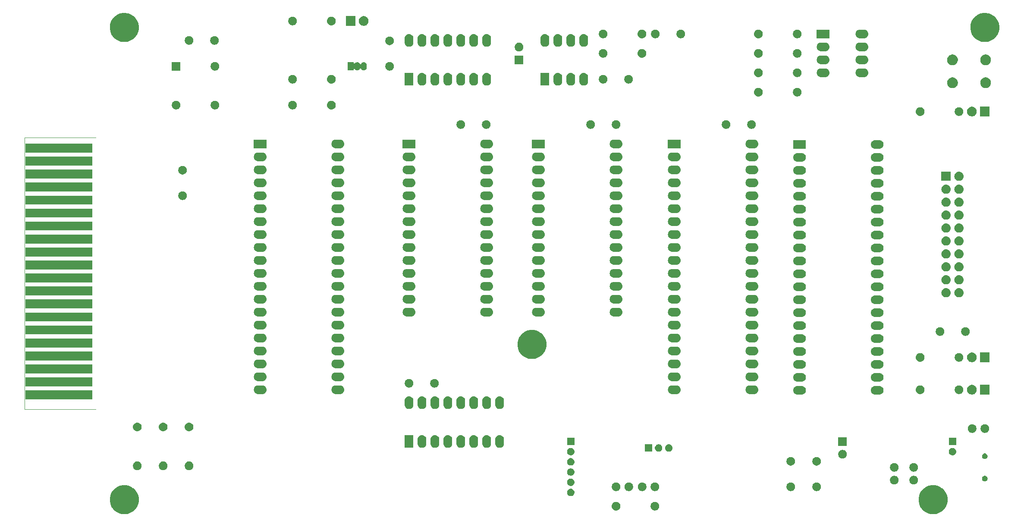
<source format=gbr>
G04 #@! TF.GenerationSoftware,KiCad,Pcbnew,(5.1.4)-1*
G04 #@! TF.CreationDate,2019-12-23T21:40:39+01:00*
G04 #@! TF.ProjectId,Z80Mini,5a38304d-696e-4692-9e6b-696361645f70,rev?*
G04 #@! TF.SameCoordinates,Original*
G04 #@! TF.FileFunction,Soldermask,Bot*
G04 #@! TF.FilePolarity,Negative*
%FSLAX46Y46*%
G04 Gerber Fmt 4.6, Leading zero omitted, Abs format (unit mm)*
G04 Created by KiCad (PCBNEW (5.1.4)-1) date 2019-12-23 21:40:39*
%MOMM*%
%LPD*%
G04 APERTURE LIST*
%ADD10C,0.120000*%
%ADD11C,0.100000*%
G04 APERTURE END LIST*
D10*
X78232000Y-72390000D02*
X64262000Y-72390000D01*
X64262000Y-72390000D02*
X64262000Y-125730000D01*
X64262000Y-125730000D02*
X78232000Y-125730000D01*
D11*
G36*
X243401606Y-140768562D02*
G01*
X243920455Y-140983476D01*
X244271785Y-141218228D01*
X244387406Y-141295483D01*
X244784517Y-141692594D01*
X244846579Y-141785476D01*
X245096524Y-142159545D01*
X245311438Y-142678394D01*
X245421000Y-143229201D01*
X245421000Y-143790799D01*
X245311438Y-144341606D01*
X245096524Y-144860455D01*
X244880941Y-145183097D01*
X244787808Y-145322481D01*
X244784516Y-145327407D01*
X244387407Y-145724516D01*
X243920455Y-146036524D01*
X243401606Y-146251438D01*
X243126202Y-146306219D01*
X242850800Y-146361000D01*
X242289200Y-146361000D01*
X242013798Y-146306219D01*
X241738394Y-146251438D01*
X241219545Y-146036524D01*
X240752593Y-145724516D01*
X240355484Y-145327407D01*
X240352193Y-145322481D01*
X240259059Y-145183097D01*
X240043476Y-144860455D01*
X239828562Y-144341606D01*
X239719000Y-143790799D01*
X239719000Y-143229201D01*
X239828562Y-142678394D01*
X240043476Y-142159545D01*
X240293421Y-141785476D01*
X240355483Y-141692594D01*
X240752594Y-141295483D01*
X240868215Y-141218228D01*
X241219545Y-140983476D01*
X241738394Y-140768562D01*
X242289200Y-140659000D01*
X242850800Y-140659000D01*
X243401606Y-140768562D01*
X243401606Y-140768562D01*
G37*
G36*
X84651606Y-140768562D02*
G01*
X85170455Y-140983476D01*
X85521785Y-141218228D01*
X85637406Y-141295483D01*
X86034517Y-141692594D01*
X86096579Y-141785476D01*
X86346524Y-142159545D01*
X86561438Y-142678394D01*
X86671000Y-143229201D01*
X86671000Y-143790799D01*
X86561438Y-144341606D01*
X86346524Y-144860455D01*
X86130941Y-145183097D01*
X86037808Y-145322481D01*
X86034516Y-145327407D01*
X85637407Y-145724516D01*
X85170455Y-146036524D01*
X84651606Y-146251438D01*
X84376202Y-146306219D01*
X84100800Y-146361000D01*
X83539200Y-146361000D01*
X83263798Y-146306219D01*
X82988394Y-146251438D01*
X82469545Y-146036524D01*
X82002593Y-145724516D01*
X81605484Y-145327407D01*
X81602193Y-145322481D01*
X81509059Y-145183097D01*
X81293476Y-144860455D01*
X81078562Y-144341606D01*
X80969000Y-143790799D01*
X80969000Y-143229201D01*
X81078562Y-142678394D01*
X81293476Y-142159545D01*
X81543421Y-141785476D01*
X81605483Y-141692594D01*
X82002594Y-141295483D01*
X82118215Y-141218228D01*
X82469545Y-140983476D01*
X82988394Y-140768562D01*
X83539200Y-140659000D01*
X84100800Y-140659000D01*
X84651606Y-140768562D01*
X84651606Y-140768562D01*
G37*
G36*
X180506823Y-143941313D02*
G01*
X180667242Y-143989976D01*
X180734361Y-144025852D01*
X180815078Y-144068996D01*
X180944659Y-144175341D01*
X181051004Y-144304922D01*
X181051005Y-144304924D01*
X181130024Y-144452758D01*
X181178687Y-144613177D01*
X181195117Y-144780000D01*
X181178687Y-144946823D01*
X181130024Y-145107242D01*
X181089477Y-145183100D01*
X181051004Y-145255078D01*
X180944659Y-145384659D01*
X180815078Y-145491004D01*
X180815076Y-145491005D01*
X180667242Y-145570024D01*
X180506823Y-145618687D01*
X180381804Y-145631000D01*
X180298196Y-145631000D01*
X180173177Y-145618687D01*
X180012758Y-145570024D01*
X179864924Y-145491005D01*
X179864922Y-145491004D01*
X179735341Y-145384659D01*
X179628996Y-145255078D01*
X179590523Y-145183100D01*
X179549976Y-145107242D01*
X179501313Y-144946823D01*
X179484883Y-144780000D01*
X179501313Y-144613177D01*
X179549976Y-144452758D01*
X179628995Y-144304924D01*
X179628996Y-144304922D01*
X179735341Y-144175341D01*
X179864922Y-144068996D01*
X179945639Y-144025852D01*
X180012758Y-143989976D01*
X180173177Y-143941313D01*
X180298196Y-143929000D01*
X180381804Y-143929000D01*
X180506823Y-143941313D01*
X180506823Y-143941313D01*
G37*
G36*
X188208228Y-143961703D02*
G01*
X188363100Y-144025853D01*
X188502481Y-144118985D01*
X188621015Y-144237519D01*
X188714147Y-144376900D01*
X188778297Y-144531772D01*
X188811000Y-144696184D01*
X188811000Y-144863816D01*
X188778297Y-145028228D01*
X188714147Y-145183100D01*
X188621015Y-145322481D01*
X188502481Y-145441015D01*
X188363100Y-145534147D01*
X188208228Y-145598297D01*
X188043816Y-145631000D01*
X187876184Y-145631000D01*
X187711772Y-145598297D01*
X187556900Y-145534147D01*
X187417519Y-145441015D01*
X187298985Y-145322481D01*
X187205853Y-145183100D01*
X187141703Y-145028228D01*
X187109000Y-144863816D01*
X187109000Y-144696184D01*
X187141703Y-144531772D01*
X187205853Y-144376900D01*
X187298985Y-144237519D01*
X187417519Y-144118985D01*
X187556900Y-144025853D01*
X187711772Y-143961703D01*
X187876184Y-143929000D01*
X188043816Y-143929000D01*
X188208228Y-143961703D01*
X188208228Y-143961703D01*
G37*
G36*
X171521213Y-141357502D02*
G01*
X171592321Y-141364505D01*
X171729172Y-141406019D01*
X171729175Y-141406020D01*
X171855294Y-141473432D01*
X171965843Y-141564157D01*
X172056568Y-141674706D01*
X172123980Y-141800825D01*
X172123981Y-141800828D01*
X172165495Y-141937679D01*
X172179512Y-142080000D01*
X172165495Y-142222321D01*
X172123981Y-142359172D01*
X172123980Y-142359175D01*
X172056568Y-142485294D01*
X171965843Y-142595843D01*
X171855294Y-142686568D01*
X171729175Y-142753980D01*
X171729172Y-142753981D01*
X171592321Y-142795495D01*
X171521213Y-142802498D01*
X171485660Y-142806000D01*
X171414340Y-142806000D01*
X171378787Y-142802498D01*
X171307679Y-142795495D01*
X171170828Y-142753981D01*
X171170825Y-142753980D01*
X171044706Y-142686568D01*
X170934157Y-142595843D01*
X170843432Y-142485294D01*
X170776020Y-142359175D01*
X170776019Y-142359172D01*
X170734505Y-142222321D01*
X170720488Y-142080000D01*
X170734505Y-141937679D01*
X170776019Y-141800828D01*
X170776020Y-141800825D01*
X170843432Y-141674706D01*
X170934157Y-141564157D01*
X171044706Y-141473432D01*
X171170825Y-141406020D01*
X171170828Y-141406019D01*
X171307679Y-141364505D01*
X171378787Y-141357502D01*
X171414340Y-141354000D01*
X171485660Y-141354000D01*
X171521213Y-141357502D01*
X171521213Y-141357502D01*
G37*
G36*
X219958228Y-140151703D02*
G01*
X220113100Y-140215853D01*
X220252481Y-140308985D01*
X220371015Y-140427519D01*
X220464147Y-140566900D01*
X220528297Y-140721772D01*
X220561000Y-140886184D01*
X220561000Y-141053816D01*
X220528297Y-141218228D01*
X220464147Y-141373100D01*
X220371015Y-141512481D01*
X220252481Y-141631015D01*
X220113100Y-141724147D01*
X219958228Y-141788297D01*
X219793816Y-141821000D01*
X219626184Y-141821000D01*
X219461772Y-141788297D01*
X219306900Y-141724147D01*
X219167519Y-141631015D01*
X219048985Y-141512481D01*
X218955853Y-141373100D01*
X218891703Y-141218228D01*
X218859000Y-141053816D01*
X218859000Y-140886184D01*
X218891703Y-140721772D01*
X218955853Y-140566900D01*
X219048985Y-140427519D01*
X219167519Y-140308985D01*
X219306900Y-140215853D01*
X219461772Y-140151703D01*
X219626184Y-140119000D01*
X219793816Y-140119000D01*
X219958228Y-140151703D01*
X219958228Y-140151703D01*
G37*
G36*
X214878228Y-140151703D02*
G01*
X215033100Y-140215853D01*
X215172481Y-140308985D01*
X215291015Y-140427519D01*
X215384147Y-140566900D01*
X215448297Y-140721772D01*
X215481000Y-140886184D01*
X215481000Y-141053816D01*
X215448297Y-141218228D01*
X215384147Y-141373100D01*
X215291015Y-141512481D01*
X215172481Y-141631015D01*
X215033100Y-141724147D01*
X214878228Y-141788297D01*
X214713816Y-141821000D01*
X214546184Y-141821000D01*
X214381772Y-141788297D01*
X214226900Y-141724147D01*
X214087519Y-141631015D01*
X213968985Y-141512481D01*
X213875853Y-141373100D01*
X213811703Y-141218228D01*
X213779000Y-141053816D01*
X213779000Y-140886184D01*
X213811703Y-140721772D01*
X213875853Y-140566900D01*
X213968985Y-140427519D01*
X214087519Y-140308985D01*
X214226900Y-140215853D01*
X214381772Y-140151703D01*
X214546184Y-140119000D01*
X214713816Y-140119000D01*
X214878228Y-140151703D01*
X214878228Y-140151703D01*
G37*
G36*
X185708228Y-140151703D02*
G01*
X185863100Y-140215853D01*
X186002481Y-140308985D01*
X186121015Y-140427519D01*
X186214147Y-140566900D01*
X186278297Y-140721772D01*
X186311000Y-140886184D01*
X186311000Y-141053816D01*
X186278297Y-141218228D01*
X186214147Y-141373100D01*
X186121015Y-141512481D01*
X186002481Y-141631015D01*
X185863100Y-141724147D01*
X185708228Y-141788297D01*
X185543816Y-141821000D01*
X185376184Y-141821000D01*
X185211772Y-141788297D01*
X185056900Y-141724147D01*
X184917519Y-141631015D01*
X184798985Y-141512481D01*
X184705853Y-141373100D01*
X184641703Y-141218228D01*
X184609000Y-141053816D01*
X184609000Y-140886184D01*
X184641703Y-140721772D01*
X184705853Y-140566900D01*
X184798985Y-140427519D01*
X184917519Y-140308985D01*
X185056900Y-140215853D01*
X185211772Y-140151703D01*
X185376184Y-140119000D01*
X185543816Y-140119000D01*
X185708228Y-140151703D01*
X185708228Y-140151703D01*
G37*
G36*
X188208228Y-140151703D02*
G01*
X188363100Y-140215853D01*
X188502481Y-140308985D01*
X188621015Y-140427519D01*
X188714147Y-140566900D01*
X188778297Y-140721772D01*
X188811000Y-140886184D01*
X188811000Y-141053816D01*
X188778297Y-141218228D01*
X188714147Y-141373100D01*
X188621015Y-141512481D01*
X188502481Y-141631015D01*
X188363100Y-141724147D01*
X188208228Y-141788297D01*
X188043816Y-141821000D01*
X187876184Y-141821000D01*
X187711772Y-141788297D01*
X187556900Y-141724147D01*
X187417519Y-141631015D01*
X187298985Y-141512481D01*
X187205853Y-141373100D01*
X187141703Y-141218228D01*
X187109000Y-141053816D01*
X187109000Y-140886184D01*
X187141703Y-140721772D01*
X187205853Y-140566900D01*
X187298985Y-140427519D01*
X187417519Y-140308985D01*
X187556900Y-140215853D01*
X187711772Y-140151703D01*
X187876184Y-140119000D01*
X188043816Y-140119000D01*
X188208228Y-140151703D01*
X188208228Y-140151703D01*
G37*
G36*
X183088228Y-140151703D02*
G01*
X183243100Y-140215853D01*
X183382481Y-140308985D01*
X183501015Y-140427519D01*
X183594147Y-140566900D01*
X183658297Y-140721772D01*
X183691000Y-140886184D01*
X183691000Y-141053816D01*
X183658297Y-141218228D01*
X183594147Y-141373100D01*
X183501015Y-141512481D01*
X183382481Y-141631015D01*
X183243100Y-141724147D01*
X183088228Y-141788297D01*
X182923816Y-141821000D01*
X182756184Y-141821000D01*
X182591772Y-141788297D01*
X182436900Y-141724147D01*
X182297519Y-141631015D01*
X182178985Y-141512481D01*
X182085853Y-141373100D01*
X182021703Y-141218228D01*
X181989000Y-141053816D01*
X181989000Y-140886184D01*
X182021703Y-140721772D01*
X182085853Y-140566900D01*
X182178985Y-140427519D01*
X182297519Y-140308985D01*
X182436900Y-140215853D01*
X182591772Y-140151703D01*
X182756184Y-140119000D01*
X182923816Y-140119000D01*
X183088228Y-140151703D01*
X183088228Y-140151703D01*
G37*
G36*
X180588228Y-140151703D02*
G01*
X180743100Y-140215853D01*
X180882481Y-140308985D01*
X181001015Y-140427519D01*
X181094147Y-140566900D01*
X181158297Y-140721772D01*
X181191000Y-140886184D01*
X181191000Y-141053816D01*
X181158297Y-141218228D01*
X181094147Y-141373100D01*
X181001015Y-141512481D01*
X180882481Y-141631015D01*
X180743100Y-141724147D01*
X180588228Y-141788297D01*
X180423816Y-141821000D01*
X180256184Y-141821000D01*
X180091772Y-141788297D01*
X179936900Y-141724147D01*
X179797519Y-141631015D01*
X179678985Y-141512481D01*
X179585853Y-141373100D01*
X179521703Y-141218228D01*
X179489000Y-141053816D01*
X179489000Y-140886184D01*
X179521703Y-140721772D01*
X179585853Y-140566900D01*
X179678985Y-140427519D01*
X179797519Y-140308985D01*
X179936900Y-140215853D01*
X180091772Y-140151703D01*
X180256184Y-140119000D01*
X180423816Y-140119000D01*
X180588228Y-140151703D01*
X180588228Y-140151703D01*
G37*
G36*
X171521213Y-139357502D02*
G01*
X171592321Y-139364505D01*
X171729172Y-139406019D01*
X171729175Y-139406020D01*
X171855294Y-139473432D01*
X171965843Y-139564157D01*
X172056568Y-139674706D01*
X172123980Y-139800825D01*
X172123981Y-139800828D01*
X172165495Y-139937679D01*
X172179512Y-140080000D01*
X172165495Y-140222321D01*
X172139205Y-140308985D01*
X172123980Y-140359175D01*
X172056568Y-140485294D01*
X171965843Y-140595843D01*
X171855294Y-140686568D01*
X171729175Y-140753980D01*
X171729172Y-140753981D01*
X171592321Y-140795495D01*
X171521213Y-140802498D01*
X171485660Y-140806000D01*
X171414340Y-140806000D01*
X171378787Y-140802498D01*
X171307679Y-140795495D01*
X171170828Y-140753981D01*
X171170825Y-140753980D01*
X171044706Y-140686568D01*
X170934157Y-140595843D01*
X170843432Y-140485294D01*
X170776020Y-140359175D01*
X170760795Y-140308985D01*
X170734505Y-140222321D01*
X170720488Y-140080000D01*
X170734505Y-139937679D01*
X170776019Y-139800828D01*
X170776020Y-139800825D01*
X170843432Y-139674706D01*
X170934157Y-139564157D01*
X171044706Y-139473432D01*
X171170825Y-139406020D01*
X171170828Y-139406019D01*
X171307679Y-139364505D01*
X171378787Y-139357502D01*
X171414340Y-139354000D01*
X171485660Y-139354000D01*
X171521213Y-139357502D01*
X171521213Y-139357502D01*
G37*
G36*
X235198228Y-138841703D02*
G01*
X235353100Y-138905853D01*
X235492481Y-138998985D01*
X235611015Y-139117519D01*
X235704147Y-139256900D01*
X235768297Y-139411772D01*
X235801000Y-139576184D01*
X235801000Y-139743816D01*
X235768297Y-139908228D01*
X235704147Y-140063100D01*
X235611015Y-140202481D01*
X235492481Y-140321015D01*
X235353100Y-140414147D01*
X235198228Y-140478297D01*
X235033816Y-140511000D01*
X234866184Y-140511000D01*
X234701772Y-140478297D01*
X234546900Y-140414147D01*
X234407519Y-140321015D01*
X234288985Y-140202481D01*
X234195853Y-140063100D01*
X234131703Y-139908228D01*
X234099000Y-139743816D01*
X234099000Y-139576184D01*
X234131703Y-139411772D01*
X234195853Y-139256900D01*
X234288985Y-139117519D01*
X234407519Y-138998985D01*
X234546900Y-138905853D01*
X234701772Y-138841703D01*
X234866184Y-138809000D01*
X235033816Y-138809000D01*
X235198228Y-138841703D01*
X235198228Y-138841703D01*
G37*
G36*
X239008228Y-138841703D02*
G01*
X239163100Y-138905853D01*
X239302481Y-138998985D01*
X239421015Y-139117519D01*
X239514147Y-139256900D01*
X239578297Y-139411772D01*
X239611000Y-139576184D01*
X239611000Y-139743816D01*
X239578297Y-139908228D01*
X239514147Y-140063100D01*
X239421015Y-140202481D01*
X239302481Y-140321015D01*
X239163100Y-140414147D01*
X239008228Y-140478297D01*
X238843816Y-140511000D01*
X238676184Y-140511000D01*
X238511772Y-140478297D01*
X238356900Y-140414147D01*
X238217519Y-140321015D01*
X238098985Y-140202481D01*
X238005853Y-140063100D01*
X237941703Y-139908228D01*
X237909000Y-139743816D01*
X237909000Y-139576184D01*
X237941703Y-139411772D01*
X238005853Y-139256900D01*
X238098985Y-139117519D01*
X238217519Y-138998985D01*
X238356900Y-138905853D01*
X238511772Y-138841703D01*
X238676184Y-138809000D01*
X238843816Y-138809000D01*
X239008228Y-138841703D01*
X239008228Y-138841703D01*
G37*
G36*
X252890721Y-138830174D02*
G01*
X252990995Y-138871709D01*
X252990996Y-138871710D01*
X253081242Y-138932010D01*
X253157990Y-139008758D01*
X253157991Y-139008760D01*
X253218291Y-139099005D01*
X253259826Y-139199279D01*
X253281000Y-139305730D01*
X253281000Y-139414270D01*
X253259826Y-139520721D01*
X253218291Y-139620995D01*
X253218290Y-139620996D01*
X253157990Y-139711242D01*
X253081242Y-139787990D01*
X253062033Y-139800825D01*
X252990995Y-139848291D01*
X252890721Y-139889826D01*
X252784270Y-139911000D01*
X252675730Y-139911000D01*
X252569279Y-139889826D01*
X252469005Y-139848291D01*
X252397967Y-139800825D01*
X252378758Y-139787990D01*
X252302010Y-139711242D01*
X252241710Y-139620996D01*
X252241709Y-139620995D01*
X252200174Y-139520721D01*
X252179000Y-139414270D01*
X252179000Y-139305730D01*
X252200174Y-139199279D01*
X252241709Y-139099005D01*
X252302009Y-139008760D01*
X252302010Y-139008758D01*
X252378758Y-138932010D01*
X252469004Y-138871710D01*
X252469005Y-138871709D01*
X252569279Y-138830174D01*
X252675730Y-138809000D01*
X252784270Y-138809000D01*
X252890721Y-138830174D01*
X252890721Y-138830174D01*
G37*
G36*
X171521213Y-137357502D02*
G01*
X171592321Y-137364505D01*
X171717509Y-137402481D01*
X171729175Y-137406020D01*
X171855294Y-137473432D01*
X171965843Y-137564157D01*
X172056568Y-137674706D01*
X172123980Y-137800825D01*
X172123981Y-137800828D01*
X172165495Y-137937679D01*
X172179512Y-138080000D01*
X172165495Y-138222321D01*
X172123981Y-138359172D01*
X172123980Y-138359175D01*
X172056568Y-138485294D01*
X171965843Y-138595843D01*
X171855294Y-138686568D01*
X171729175Y-138753980D01*
X171729172Y-138753981D01*
X171592321Y-138795495D01*
X171521213Y-138802498D01*
X171485660Y-138806000D01*
X171414340Y-138806000D01*
X171378787Y-138802498D01*
X171307679Y-138795495D01*
X171170828Y-138753981D01*
X171170825Y-138753980D01*
X171044706Y-138686568D01*
X170934157Y-138595843D01*
X170843432Y-138485294D01*
X170776020Y-138359175D01*
X170776019Y-138359172D01*
X170734505Y-138222321D01*
X170720488Y-138080000D01*
X170734505Y-137937679D01*
X170776019Y-137800828D01*
X170776020Y-137800825D01*
X170843432Y-137674706D01*
X170934157Y-137564157D01*
X171044706Y-137473432D01*
X171170825Y-137406020D01*
X171182491Y-137402481D01*
X171307679Y-137364505D01*
X171378787Y-137357502D01*
X171414340Y-137354000D01*
X171485660Y-137354000D01*
X171521213Y-137357502D01*
X171521213Y-137357502D01*
G37*
G36*
X239008228Y-136341703D02*
G01*
X239163100Y-136405853D01*
X239302481Y-136498985D01*
X239421015Y-136617519D01*
X239514147Y-136756900D01*
X239578297Y-136911772D01*
X239611000Y-137076184D01*
X239611000Y-137243816D01*
X239578297Y-137408228D01*
X239514147Y-137563100D01*
X239421015Y-137702481D01*
X239302481Y-137821015D01*
X239163100Y-137914147D01*
X239008228Y-137978297D01*
X238843816Y-138011000D01*
X238676184Y-138011000D01*
X238511772Y-137978297D01*
X238356900Y-137914147D01*
X238217519Y-137821015D01*
X238098985Y-137702481D01*
X238005853Y-137563100D01*
X237941703Y-137408228D01*
X237909000Y-137243816D01*
X237909000Y-137076184D01*
X237941703Y-136911772D01*
X238005853Y-136756900D01*
X238098985Y-136617519D01*
X238217519Y-136498985D01*
X238356900Y-136405853D01*
X238511772Y-136341703D01*
X238676184Y-136309000D01*
X238843816Y-136309000D01*
X239008228Y-136341703D01*
X239008228Y-136341703D01*
G37*
G36*
X235198228Y-136341703D02*
G01*
X235353100Y-136405853D01*
X235492481Y-136498985D01*
X235611015Y-136617519D01*
X235704147Y-136756900D01*
X235768297Y-136911772D01*
X235801000Y-137076184D01*
X235801000Y-137243816D01*
X235768297Y-137408228D01*
X235704147Y-137563100D01*
X235611015Y-137702481D01*
X235492481Y-137821015D01*
X235353100Y-137914147D01*
X235198228Y-137978297D01*
X235033816Y-138011000D01*
X234866184Y-138011000D01*
X234701772Y-137978297D01*
X234546900Y-137914147D01*
X234407519Y-137821015D01*
X234288985Y-137702481D01*
X234195853Y-137563100D01*
X234131703Y-137408228D01*
X234099000Y-137243816D01*
X234099000Y-137076184D01*
X234131703Y-136911772D01*
X234195853Y-136756900D01*
X234288985Y-136617519D01*
X234407519Y-136498985D01*
X234546900Y-136405853D01*
X234701772Y-136341703D01*
X234866184Y-136309000D01*
X235033816Y-136309000D01*
X235198228Y-136341703D01*
X235198228Y-136341703D01*
G37*
G36*
X86608228Y-136041703D02*
G01*
X86763100Y-136105853D01*
X86902481Y-136198985D01*
X87021015Y-136317519D01*
X87114147Y-136456900D01*
X87178297Y-136611772D01*
X87211000Y-136776184D01*
X87211000Y-136943816D01*
X87178297Y-137108228D01*
X87114147Y-137263100D01*
X87021015Y-137402481D01*
X86902481Y-137521015D01*
X86763100Y-137614147D01*
X86608228Y-137678297D01*
X86443816Y-137711000D01*
X86276184Y-137711000D01*
X86111772Y-137678297D01*
X85956900Y-137614147D01*
X85817519Y-137521015D01*
X85698985Y-137402481D01*
X85605853Y-137263100D01*
X85541703Y-137108228D01*
X85509000Y-136943816D01*
X85509000Y-136776184D01*
X85541703Y-136611772D01*
X85605853Y-136456900D01*
X85698985Y-136317519D01*
X85817519Y-136198985D01*
X85956900Y-136105853D01*
X86111772Y-136041703D01*
X86276184Y-136009000D01*
X86443816Y-136009000D01*
X86608228Y-136041703D01*
X86608228Y-136041703D01*
G37*
G36*
X91688228Y-136041703D02*
G01*
X91843100Y-136105853D01*
X91982481Y-136198985D01*
X92101015Y-136317519D01*
X92194147Y-136456900D01*
X92258297Y-136611772D01*
X92291000Y-136776184D01*
X92291000Y-136943816D01*
X92258297Y-137108228D01*
X92194147Y-137263100D01*
X92101015Y-137402481D01*
X91982481Y-137521015D01*
X91843100Y-137614147D01*
X91688228Y-137678297D01*
X91523816Y-137711000D01*
X91356184Y-137711000D01*
X91191772Y-137678297D01*
X91036900Y-137614147D01*
X90897519Y-137521015D01*
X90778985Y-137402481D01*
X90685853Y-137263100D01*
X90621703Y-137108228D01*
X90589000Y-136943816D01*
X90589000Y-136776184D01*
X90621703Y-136611772D01*
X90685853Y-136456900D01*
X90778985Y-136317519D01*
X90897519Y-136198985D01*
X91036900Y-136105853D01*
X91191772Y-136041703D01*
X91356184Y-136009000D01*
X91523816Y-136009000D01*
X91688228Y-136041703D01*
X91688228Y-136041703D01*
G37*
G36*
X96768228Y-136041703D02*
G01*
X96923100Y-136105853D01*
X97062481Y-136198985D01*
X97181015Y-136317519D01*
X97274147Y-136456900D01*
X97338297Y-136611772D01*
X97371000Y-136776184D01*
X97371000Y-136943816D01*
X97338297Y-137108228D01*
X97274147Y-137263100D01*
X97181015Y-137402481D01*
X97062481Y-137521015D01*
X96923100Y-137614147D01*
X96768228Y-137678297D01*
X96603816Y-137711000D01*
X96436184Y-137711000D01*
X96271772Y-137678297D01*
X96116900Y-137614147D01*
X95977519Y-137521015D01*
X95858985Y-137402481D01*
X95765853Y-137263100D01*
X95701703Y-137108228D01*
X95669000Y-136943816D01*
X95669000Y-136776184D01*
X95701703Y-136611772D01*
X95765853Y-136456900D01*
X95858985Y-136317519D01*
X95977519Y-136198985D01*
X96116900Y-136105853D01*
X96271772Y-136041703D01*
X96436184Y-136009000D01*
X96603816Y-136009000D01*
X96768228Y-136041703D01*
X96768228Y-136041703D01*
G37*
G36*
X219958228Y-135151703D02*
G01*
X220113100Y-135215853D01*
X220252481Y-135308985D01*
X220371015Y-135427519D01*
X220464147Y-135566900D01*
X220528297Y-135721772D01*
X220561000Y-135886184D01*
X220561000Y-136053816D01*
X220528297Y-136218228D01*
X220464147Y-136373100D01*
X220371015Y-136512481D01*
X220252481Y-136631015D01*
X220113100Y-136724147D01*
X219958228Y-136788297D01*
X219793816Y-136821000D01*
X219626184Y-136821000D01*
X219461772Y-136788297D01*
X219306900Y-136724147D01*
X219167519Y-136631015D01*
X219048985Y-136512481D01*
X218955853Y-136373100D01*
X218891703Y-136218228D01*
X218859000Y-136053816D01*
X218859000Y-135886184D01*
X218891703Y-135721772D01*
X218955853Y-135566900D01*
X219048985Y-135427519D01*
X219167519Y-135308985D01*
X219306900Y-135215853D01*
X219461772Y-135151703D01*
X219626184Y-135119000D01*
X219793816Y-135119000D01*
X219958228Y-135151703D01*
X219958228Y-135151703D01*
G37*
G36*
X214878228Y-135151703D02*
G01*
X215033100Y-135215853D01*
X215172481Y-135308985D01*
X215291015Y-135427519D01*
X215384147Y-135566900D01*
X215448297Y-135721772D01*
X215481000Y-135886184D01*
X215481000Y-136053816D01*
X215448297Y-136218228D01*
X215384147Y-136373100D01*
X215291015Y-136512481D01*
X215172481Y-136631015D01*
X215033100Y-136724147D01*
X214878228Y-136788297D01*
X214713816Y-136821000D01*
X214546184Y-136821000D01*
X214381772Y-136788297D01*
X214226900Y-136724147D01*
X214087519Y-136631015D01*
X213968985Y-136512481D01*
X213875853Y-136373100D01*
X213811703Y-136218228D01*
X213779000Y-136053816D01*
X213779000Y-135886184D01*
X213811703Y-135721772D01*
X213875853Y-135566900D01*
X213968985Y-135427519D01*
X214087519Y-135308985D01*
X214226900Y-135215853D01*
X214381772Y-135151703D01*
X214546184Y-135119000D01*
X214713816Y-135119000D01*
X214878228Y-135151703D01*
X214878228Y-135151703D01*
G37*
G36*
X171521213Y-135357502D02*
G01*
X171592321Y-135364505D01*
X171703716Y-135398297D01*
X171729175Y-135406020D01*
X171855294Y-135473432D01*
X171965843Y-135564157D01*
X172056568Y-135674706D01*
X172123980Y-135800825D01*
X172123981Y-135800828D01*
X172165495Y-135937679D01*
X172179512Y-136080000D01*
X172165495Y-136222321D01*
X172123981Y-136359172D01*
X172123980Y-136359175D01*
X172056568Y-136485294D01*
X171965843Y-136595843D01*
X171855294Y-136686568D01*
X171729175Y-136753980D01*
X171729172Y-136753981D01*
X171592321Y-136795495D01*
X171521213Y-136802498D01*
X171485660Y-136806000D01*
X171414340Y-136806000D01*
X171378787Y-136802498D01*
X171307679Y-136795495D01*
X171170828Y-136753981D01*
X171170825Y-136753980D01*
X171044706Y-136686568D01*
X170934157Y-136595843D01*
X170843432Y-136485294D01*
X170776020Y-136359175D01*
X170776019Y-136359172D01*
X170734505Y-136222321D01*
X170720488Y-136080000D01*
X170734505Y-135937679D01*
X170776019Y-135800828D01*
X170776020Y-135800825D01*
X170843432Y-135674706D01*
X170934157Y-135564157D01*
X171044706Y-135473432D01*
X171170825Y-135406020D01*
X171196284Y-135398297D01*
X171307679Y-135364505D01*
X171378787Y-135357502D01*
X171414340Y-135354000D01*
X171485660Y-135354000D01*
X171521213Y-135357502D01*
X171521213Y-135357502D01*
G37*
G36*
X252890721Y-134430174D02*
G01*
X252990995Y-134471709D01*
X252990996Y-134471710D01*
X253081242Y-134532010D01*
X253157990Y-134608758D01*
X253157991Y-134608760D01*
X253218291Y-134699005D01*
X253259826Y-134799279D01*
X253281000Y-134905730D01*
X253281000Y-135014270D01*
X253259826Y-135120721D01*
X253218291Y-135220995D01*
X253218290Y-135220996D01*
X253157990Y-135311242D01*
X253081242Y-135387990D01*
X253065819Y-135398295D01*
X252990995Y-135448291D01*
X252890721Y-135489826D01*
X252784270Y-135511000D01*
X252675730Y-135511000D01*
X252569279Y-135489826D01*
X252469005Y-135448291D01*
X252394181Y-135398295D01*
X252378758Y-135387990D01*
X252302010Y-135311242D01*
X252241710Y-135220996D01*
X252241709Y-135220995D01*
X252200174Y-135120721D01*
X252179000Y-135014270D01*
X252179000Y-134905730D01*
X252200174Y-134799279D01*
X252241709Y-134699005D01*
X252302009Y-134608760D01*
X252302010Y-134608758D01*
X252378758Y-134532010D01*
X252469004Y-134471710D01*
X252469005Y-134471709D01*
X252569279Y-134430174D01*
X252675730Y-134409000D01*
X252784270Y-134409000D01*
X252890721Y-134430174D01*
X252890721Y-134430174D01*
G37*
G36*
X225038228Y-133761703D02*
G01*
X225193100Y-133825853D01*
X225332481Y-133918985D01*
X225451015Y-134037519D01*
X225544147Y-134176900D01*
X225608297Y-134331772D01*
X225641000Y-134496184D01*
X225641000Y-134663816D01*
X225608297Y-134828228D01*
X225544147Y-134983100D01*
X225451015Y-135122481D01*
X225332481Y-135241015D01*
X225193100Y-135334147D01*
X225038228Y-135398297D01*
X224873816Y-135431000D01*
X224706184Y-135431000D01*
X224541772Y-135398297D01*
X224386900Y-135334147D01*
X224247519Y-135241015D01*
X224128985Y-135122481D01*
X224035853Y-134983100D01*
X223971703Y-134828228D01*
X223939000Y-134663816D01*
X223939000Y-134496184D01*
X223971703Y-134331772D01*
X224035853Y-134176900D01*
X224128985Y-134037519D01*
X224247519Y-133918985D01*
X224386900Y-133825853D01*
X224541772Y-133761703D01*
X224706184Y-133729000D01*
X224873816Y-133729000D01*
X225038228Y-133761703D01*
X225038228Y-133761703D01*
G37*
G36*
X171521213Y-133357502D02*
G01*
X171592321Y-133364505D01*
X171729172Y-133406019D01*
X171729175Y-133406020D01*
X171855294Y-133473432D01*
X171965843Y-133564157D01*
X172056568Y-133674706D01*
X172123980Y-133800825D01*
X172123981Y-133800828D01*
X172165495Y-133937679D01*
X172179512Y-134080000D01*
X172165495Y-134222321D01*
X172132293Y-134331771D01*
X172123980Y-134359175D01*
X172056568Y-134485294D01*
X171965843Y-134595843D01*
X171855294Y-134686568D01*
X171729175Y-134753980D01*
X171729172Y-134753981D01*
X171592321Y-134795495D01*
X171521213Y-134802498D01*
X171485660Y-134806000D01*
X171414340Y-134806000D01*
X171378787Y-134802498D01*
X171307679Y-134795495D01*
X171170828Y-134753981D01*
X171170825Y-134753980D01*
X171044706Y-134686568D01*
X170934157Y-134595843D01*
X170843432Y-134485294D01*
X170776020Y-134359175D01*
X170767707Y-134331771D01*
X170734505Y-134222321D01*
X170720488Y-134080000D01*
X170734505Y-133937679D01*
X170776019Y-133800828D01*
X170776020Y-133800825D01*
X170843432Y-133674706D01*
X170934157Y-133564157D01*
X171044706Y-133473432D01*
X171170825Y-133406020D01*
X171170828Y-133406019D01*
X171307679Y-133364505D01*
X171378787Y-133357502D01*
X171414340Y-133354000D01*
X171485660Y-133354000D01*
X171521213Y-133357502D01*
X171521213Y-133357502D01*
G37*
G36*
X246451213Y-133357502D02*
G01*
X246522321Y-133364505D01*
X246659172Y-133406019D01*
X246659175Y-133406020D01*
X246785294Y-133473432D01*
X246895843Y-133564157D01*
X246986568Y-133674706D01*
X247053980Y-133800825D01*
X247053981Y-133800828D01*
X247095495Y-133937679D01*
X247109512Y-134080000D01*
X247095495Y-134222321D01*
X247062293Y-134331771D01*
X247053980Y-134359175D01*
X246986568Y-134485294D01*
X246895843Y-134595843D01*
X246785294Y-134686568D01*
X246659175Y-134753980D01*
X246659172Y-134753981D01*
X246522321Y-134795495D01*
X246451213Y-134802498D01*
X246415660Y-134806000D01*
X246344340Y-134806000D01*
X246308787Y-134802498D01*
X246237679Y-134795495D01*
X246100828Y-134753981D01*
X246100825Y-134753980D01*
X245974706Y-134686568D01*
X245864157Y-134595843D01*
X245773432Y-134485294D01*
X245706020Y-134359175D01*
X245697707Y-134331771D01*
X245664505Y-134222321D01*
X245650488Y-134080000D01*
X245664505Y-133937679D01*
X245706019Y-133800828D01*
X245706020Y-133800825D01*
X245773432Y-133674706D01*
X245864157Y-133564157D01*
X245974706Y-133473432D01*
X246100825Y-133406020D01*
X246100828Y-133406019D01*
X246237679Y-133364505D01*
X246308787Y-133357502D01*
X246344340Y-133354000D01*
X246415660Y-133354000D01*
X246451213Y-133357502D01*
X246451213Y-133357502D01*
G37*
G36*
X188761213Y-132627502D02*
G01*
X188832321Y-132634505D01*
X188969172Y-132676019D01*
X188969175Y-132676020D01*
X189095294Y-132743432D01*
X189205843Y-132834157D01*
X189296568Y-132944706D01*
X189363980Y-133070825D01*
X189363981Y-133070828D01*
X189405495Y-133207679D01*
X189419512Y-133350000D01*
X189405495Y-133492321D01*
X189383703Y-133564157D01*
X189363980Y-133629175D01*
X189296568Y-133755294D01*
X189205843Y-133865843D01*
X189095294Y-133956568D01*
X188969175Y-134023980D01*
X188969172Y-134023981D01*
X188832321Y-134065495D01*
X188761213Y-134072498D01*
X188725660Y-134076000D01*
X188654340Y-134076000D01*
X188618787Y-134072498D01*
X188547679Y-134065495D01*
X188410828Y-134023981D01*
X188410825Y-134023980D01*
X188284706Y-133956568D01*
X188174157Y-133865843D01*
X188083432Y-133755294D01*
X188016020Y-133629175D01*
X187996297Y-133564157D01*
X187974505Y-133492321D01*
X187960488Y-133350000D01*
X187974505Y-133207679D01*
X188016019Y-133070828D01*
X188016020Y-133070825D01*
X188083432Y-132944706D01*
X188174157Y-132834157D01*
X188284706Y-132743432D01*
X188410825Y-132676020D01*
X188410828Y-132676019D01*
X188547679Y-132634505D01*
X188618787Y-132627502D01*
X188654340Y-132624000D01*
X188725660Y-132624000D01*
X188761213Y-132627502D01*
X188761213Y-132627502D01*
G37*
G36*
X187416000Y-134076000D02*
G01*
X185964000Y-134076000D01*
X185964000Y-132624000D01*
X187416000Y-132624000D01*
X187416000Y-134076000D01*
X187416000Y-134076000D01*
G37*
G36*
X190761213Y-132627502D02*
G01*
X190832321Y-132634505D01*
X190969172Y-132676019D01*
X190969175Y-132676020D01*
X191095294Y-132743432D01*
X191205843Y-132834157D01*
X191296568Y-132944706D01*
X191363980Y-133070825D01*
X191363981Y-133070828D01*
X191405495Y-133207679D01*
X191419512Y-133350000D01*
X191405495Y-133492321D01*
X191383703Y-133564157D01*
X191363980Y-133629175D01*
X191296568Y-133755294D01*
X191205843Y-133865843D01*
X191095294Y-133956568D01*
X190969175Y-134023980D01*
X190969172Y-134023981D01*
X190832321Y-134065495D01*
X190761213Y-134072498D01*
X190725660Y-134076000D01*
X190654340Y-134076000D01*
X190618787Y-134072498D01*
X190547679Y-134065495D01*
X190410828Y-134023981D01*
X190410825Y-134023980D01*
X190284706Y-133956568D01*
X190174157Y-133865843D01*
X190083432Y-133755294D01*
X190016020Y-133629175D01*
X189996297Y-133564157D01*
X189974505Y-133492321D01*
X189960488Y-133350000D01*
X189974505Y-133207679D01*
X190016019Y-133070828D01*
X190016020Y-133070825D01*
X190083432Y-132944706D01*
X190174157Y-132834157D01*
X190284706Y-132743432D01*
X190410825Y-132676020D01*
X190410828Y-132676019D01*
X190547679Y-132634505D01*
X190618787Y-132627502D01*
X190654340Y-132624000D01*
X190725660Y-132624000D01*
X190761213Y-132627502D01*
X190761213Y-132627502D01*
G37*
G36*
X142406822Y-130841313D02*
G01*
X142567241Y-130889976D01*
X142715077Y-130968995D01*
X142844659Y-131075341D01*
X142951004Y-131204922D01*
X142951005Y-131204924D01*
X143030024Y-131352758D01*
X143078687Y-131513177D01*
X143091000Y-131638196D01*
X143091000Y-132521803D01*
X143078687Y-132646822D01*
X143030024Y-132807242D01*
X142963874Y-132931000D01*
X142951004Y-132955078D01*
X142844659Y-133084659D01*
X142715078Y-133191004D01*
X142715076Y-133191005D01*
X142567242Y-133270024D01*
X142406823Y-133318687D01*
X142240000Y-133335117D01*
X142073178Y-133318687D01*
X141912759Y-133270024D01*
X141764925Y-133191005D01*
X141764923Y-133191004D01*
X141635342Y-133084659D01*
X141528997Y-132955078D01*
X141516127Y-132931000D01*
X141449977Y-132807242D01*
X141401314Y-132646823D01*
X141389000Y-132521803D01*
X141389000Y-131638197D01*
X141401313Y-131513178D01*
X141440917Y-131382621D01*
X141449975Y-131352762D01*
X141449976Y-131352759D01*
X141528995Y-131204923D01*
X141635341Y-131075341D01*
X141764922Y-130968996D01*
X141780094Y-130960886D01*
X141912758Y-130889976D01*
X142073177Y-130841313D01*
X142240000Y-130824883D01*
X142406822Y-130841313D01*
X142406822Y-130841313D01*
G37*
G36*
X157646822Y-130841313D02*
G01*
X157807241Y-130889976D01*
X157955077Y-130968995D01*
X158084659Y-131075341D01*
X158191004Y-131204922D01*
X158191005Y-131204924D01*
X158270024Y-131352758D01*
X158318687Y-131513177D01*
X158331000Y-131638196D01*
X158331000Y-132521803D01*
X158318687Y-132646822D01*
X158270024Y-132807242D01*
X158203874Y-132931000D01*
X158191004Y-132955078D01*
X158084659Y-133084659D01*
X157955078Y-133191004D01*
X157955076Y-133191005D01*
X157807242Y-133270024D01*
X157646823Y-133318687D01*
X157480000Y-133335117D01*
X157313178Y-133318687D01*
X157152759Y-133270024D01*
X157004925Y-133191005D01*
X157004923Y-133191004D01*
X156875342Y-133084659D01*
X156768997Y-132955078D01*
X156756127Y-132931000D01*
X156689977Y-132807242D01*
X156641314Y-132646823D01*
X156629000Y-132521803D01*
X156629000Y-131638197D01*
X156641313Y-131513178D01*
X156680917Y-131382621D01*
X156689975Y-131352762D01*
X156689976Y-131352759D01*
X156768995Y-131204923D01*
X156875341Y-131075341D01*
X157004922Y-130968996D01*
X157020094Y-130960886D01*
X157152758Y-130889976D01*
X157313177Y-130841313D01*
X157480000Y-130824883D01*
X157646822Y-130841313D01*
X157646822Y-130841313D01*
G37*
G36*
X147486822Y-130841313D02*
G01*
X147647241Y-130889976D01*
X147795077Y-130968995D01*
X147924659Y-131075341D01*
X148031004Y-131204922D01*
X148031005Y-131204924D01*
X148110024Y-131352758D01*
X148158687Y-131513177D01*
X148171000Y-131638196D01*
X148171000Y-132521803D01*
X148158687Y-132646822D01*
X148110024Y-132807242D01*
X148043874Y-132931000D01*
X148031004Y-132955078D01*
X147924659Y-133084659D01*
X147795078Y-133191004D01*
X147795076Y-133191005D01*
X147647242Y-133270024D01*
X147486823Y-133318687D01*
X147320000Y-133335117D01*
X147153178Y-133318687D01*
X146992759Y-133270024D01*
X146844925Y-133191005D01*
X146844923Y-133191004D01*
X146715342Y-133084659D01*
X146608997Y-132955078D01*
X146596127Y-132931000D01*
X146529977Y-132807242D01*
X146481314Y-132646823D01*
X146469000Y-132521803D01*
X146469000Y-131638197D01*
X146481313Y-131513178D01*
X146520917Y-131382621D01*
X146529975Y-131352762D01*
X146529976Y-131352759D01*
X146608995Y-131204923D01*
X146715341Y-131075341D01*
X146844922Y-130968996D01*
X146860094Y-130960886D01*
X146992758Y-130889976D01*
X147153177Y-130841313D01*
X147320000Y-130824883D01*
X147486822Y-130841313D01*
X147486822Y-130841313D01*
G37*
G36*
X144946822Y-130841313D02*
G01*
X145107241Y-130889976D01*
X145255077Y-130968995D01*
X145384659Y-131075341D01*
X145491004Y-131204922D01*
X145491005Y-131204924D01*
X145570024Y-131352758D01*
X145618687Y-131513177D01*
X145631000Y-131638196D01*
X145631000Y-132521803D01*
X145618687Y-132646822D01*
X145570024Y-132807242D01*
X145503874Y-132931000D01*
X145491004Y-132955078D01*
X145384659Y-133084659D01*
X145255078Y-133191004D01*
X145255076Y-133191005D01*
X145107242Y-133270024D01*
X144946823Y-133318687D01*
X144780000Y-133335117D01*
X144613178Y-133318687D01*
X144452759Y-133270024D01*
X144304925Y-133191005D01*
X144304923Y-133191004D01*
X144175342Y-133084659D01*
X144068997Y-132955078D01*
X144056127Y-132931000D01*
X143989977Y-132807242D01*
X143941314Y-132646823D01*
X143929000Y-132521803D01*
X143929000Y-131638197D01*
X143941313Y-131513178D01*
X143980917Y-131382621D01*
X143989975Y-131352762D01*
X143989976Y-131352759D01*
X144068995Y-131204923D01*
X144175341Y-131075341D01*
X144304922Y-130968996D01*
X144320094Y-130960886D01*
X144452758Y-130889976D01*
X144613177Y-130841313D01*
X144780000Y-130824883D01*
X144946822Y-130841313D01*
X144946822Y-130841313D01*
G37*
G36*
X150026822Y-130841313D02*
G01*
X150187241Y-130889976D01*
X150335077Y-130968995D01*
X150464659Y-131075341D01*
X150571004Y-131204922D01*
X150571005Y-131204924D01*
X150650024Y-131352758D01*
X150698687Y-131513177D01*
X150711000Y-131638196D01*
X150711000Y-132521803D01*
X150698687Y-132646822D01*
X150650024Y-132807242D01*
X150583874Y-132931000D01*
X150571004Y-132955078D01*
X150464659Y-133084659D01*
X150335078Y-133191004D01*
X150335076Y-133191005D01*
X150187242Y-133270024D01*
X150026823Y-133318687D01*
X149860000Y-133335117D01*
X149693178Y-133318687D01*
X149532759Y-133270024D01*
X149384925Y-133191005D01*
X149384923Y-133191004D01*
X149255342Y-133084659D01*
X149148997Y-132955078D01*
X149136127Y-132931000D01*
X149069977Y-132807242D01*
X149021314Y-132646823D01*
X149009000Y-132521803D01*
X149009000Y-131638197D01*
X149021313Y-131513178D01*
X149060917Y-131382621D01*
X149069975Y-131352762D01*
X149069976Y-131352759D01*
X149148995Y-131204923D01*
X149255341Y-131075341D01*
X149384922Y-130968996D01*
X149400094Y-130960886D01*
X149532758Y-130889976D01*
X149693177Y-130841313D01*
X149860000Y-130824883D01*
X150026822Y-130841313D01*
X150026822Y-130841313D01*
G37*
G36*
X152566822Y-130841313D02*
G01*
X152727241Y-130889976D01*
X152875077Y-130968995D01*
X153004659Y-131075341D01*
X153111004Y-131204922D01*
X153111005Y-131204924D01*
X153190024Y-131352758D01*
X153238687Y-131513177D01*
X153251000Y-131638196D01*
X153251000Y-132521803D01*
X153238687Y-132646822D01*
X153190024Y-132807242D01*
X153123874Y-132931000D01*
X153111004Y-132955078D01*
X153004659Y-133084659D01*
X152875078Y-133191004D01*
X152875076Y-133191005D01*
X152727242Y-133270024D01*
X152566823Y-133318687D01*
X152400000Y-133335117D01*
X152233178Y-133318687D01*
X152072759Y-133270024D01*
X151924925Y-133191005D01*
X151924923Y-133191004D01*
X151795342Y-133084659D01*
X151688997Y-132955078D01*
X151676127Y-132931000D01*
X151609977Y-132807242D01*
X151561314Y-132646823D01*
X151549000Y-132521803D01*
X151549000Y-131638197D01*
X151561313Y-131513178D01*
X151600917Y-131382621D01*
X151609975Y-131352762D01*
X151609976Y-131352759D01*
X151688995Y-131204923D01*
X151795341Y-131075341D01*
X151924922Y-130968996D01*
X151940094Y-130960886D01*
X152072758Y-130889976D01*
X152233177Y-130841313D01*
X152400000Y-130824883D01*
X152566822Y-130841313D01*
X152566822Y-130841313D01*
G37*
G36*
X155106822Y-130841313D02*
G01*
X155267241Y-130889976D01*
X155415077Y-130968995D01*
X155544659Y-131075341D01*
X155651004Y-131204922D01*
X155651005Y-131204924D01*
X155730024Y-131352758D01*
X155778687Y-131513177D01*
X155791000Y-131638196D01*
X155791000Y-132521803D01*
X155778687Y-132646822D01*
X155730024Y-132807242D01*
X155663874Y-132931000D01*
X155651004Y-132955078D01*
X155544659Y-133084659D01*
X155415078Y-133191004D01*
X155415076Y-133191005D01*
X155267242Y-133270024D01*
X155106823Y-133318687D01*
X154940000Y-133335117D01*
X154773178Y-133318687D01*
X154612759Y-133270024D01*
X154464925Y-133191005D01*
X154464923Y-133191004D01*
X154335342Y-133084659D01*
X154228997Y-132955078D01*
X154216127Y-132931000D01*
X154149977Y-132807242D01*
X154101314Y-132646823D01*
X154089000Y-132521803D01*
X154089000Y-131638197D01*
X154101313Y-131513178D01*
X154140917Y-131382621D01*
X154149975Y-131352762D01*
X154149976Y-131352759D01*
X154228995Y-131204923D01*
X154335341Y-131075341D01*
X154464922Y-130968996D01*
X154480094Y-130960886D01*
X154612758Y-130889976D01*
X154773177Y-130841313D01*
X154940000Y-130824883D01*
X155106822Y-130841313D01*
X155106822Y-130841313D01*
G37*
G36*
X140551000Y-133331000D02*
G01*
X138849000Y-133331000D01*
X138849000Y-130829000D01*
X140551000Y-130829000D01*
X140551000Y-133331000D01*
X140551000Y-133331000D01*
G37*
G36*
X225641000Y-132931000D02*
G01*
X223939000Y-132931000D01*
X223939000Y-131229000D01*
X225641000Y-131229000D01*
X225641000Y-132931000D01*
X225641000Y-132931000D01*
G37*
G36*
X172176000Y-132806000D02*
G01*
X170724000Y-132806000D01*
X170724000Y-131354000D01*
X172176000Y-131354000D01*
X172176000Y-132806000D01*
X172176000Y-132806000D01*
G37*
G36*
X247106000Y-132806000D02*
G01*
X245654000Y-132806000D01*
X245654000Y-131354000D01*
X247106000Y-131354000D01*
X247106000Y-132806000D01*
X247106000Y-132806000D01*
G37*
G36*
X252978228Y-128721703D02*
G01*
X253133100Y-128785853D01*
X253272481Y-128878985D01*
X253391015Y-128997519D01*
X253484147Y-129136900D01*
X253548297Y-129291772D01*
X253581000Y-129456184D01*
X253581000Y-129623816D01*
X253548297Y-129788228D01*
X253484147Y-129943100D01*
X253391015Y-130082481D01*
X253272481Y-130201015D01*
X253133100Y-130294147D01*
X252978228Y-130358297D01*
X252813816Y-130391000D01*
X252646184Y-130391000D01*
X252481772Y-130358297D01*
X252326900Y-130294147D01*
X252187519Y-130201015D01*
X252068985Y-130082481D01*
X251975853Y-129943100D01*
X251911703Y-129788228D01*
X251879000Y-129623816D01*
X251879000Y-129456184D01*
X251911703Y-129291772D01*
X251975853Y-129136900D01*
X252068985Y-128997519D01*
X252187519Y-128878985D01*
X252326900Y-128785853D01*
X252481772Y-128721703D01*
X252646184Y-128689000D01*
X252813816Y-128689000D01*
X252978228Y-128721703D01*
X252978228Y-128721703D01*
G37*
G36*
X250478228Y-128721703D02*
G01*
X250633100Y-128785853D01*
X250772481Y-128878985D01*
X250891015Y-128997519D01*
X250984147Y-129136900D01*
X251048297Y-129291772D01*
X251081000Y-129456184D01*
X251081000Y-129623816D01*
X251048297Y-129788228D01*
X250984147Y-129943100D01*
X250891015Y-130082481D01*
X250772481Y-130201015D01*
X250633100Y-130294147D01*
X250478228Y-130358297D01*
X250313816Y-130391000D01*
X250146184Y-130391000D01*
X249981772Y-130358297D01*
X249826900Y-130294147D01*
X249687519Y-130201015D01*
X249568985Y-130082481D01*
X249475853Y-129943100D01*
X249411703Y-129788228D01*
X249379000Y-129623816D01*
X249379000Y-129456184D01*
X249411703Y-129291772D01*
X249475853Y-129136900D01*
X249568985Y-128997519D01*
X249687519Y-128878985D01*
X249826900Y-128785853D01*
X249981772Y-128721703D01*
X250146184Y-128689000D01*
X250313816Y-128689000D01*
X250478228Y-128721703D01*
X250478228Y-128721703D01*
G37*
G36*
X86526823Y-128401313D02*
G01*
X86687242Y-128449976D01*
X86819906Y-128520886D01*
X86835078Y-128528996D01*
X86964659Y-128635341D01*
X87071004Y-128764922D01*
X87071005Y-128764924D01*
X87150024Y-128912758D01*
X87198687Y-129073177D01*
X87215117Y-129240000D01*
X87198687Y-129406823D01*
X87150024Y-129567242D01*
X87079114Y-129699906D01*
X87071004Y-129715078D01*
X86964659Y-129844659D01*
X86835078Y-129951004D01*
X86835076Y-129951005D01*
X86687242Y-130030024D01*
X86526823Y-130078687D01*
X86401804Y-130091000D01*
X86318196Y-130091000D01*
X86193177Y-130078687D01*
X86032758Y-130030024D01*
X85884924Y-129951005D01*
X85884922Y-129951004D01*
X85755341Y-129844659D01*
X85648996Y-129715078D01*
X85640886Y-129699906D01*
X85569976Y-129567242D01*
X85521313Y-129406823D01*
X85504883Y-129240000D01*
X85521313Y-129073177D01*
X85569976Y-128912758D01*
X85648995Y-128764924D01*
X85648996Y-128764922D01*
X85755341Y-128635341D01*
X85884922Y-128528996D01*
X85900094Y-128520886D01*
X86032758Y-128449976D01*
X86193177Y-128401313D01*
X86318196Y-128389000D01*
X86401804Y-128389000D01*
X86526823Y-128401313D01*
X86526823Y-128401313D01*
G37*
G36*
X96686823Y-128401313D02*
G01*
X96847242Y-128449976D01*
X96979906Y-128520886D01*
X96995078Y-128528996D01*
X97124659Y-128635341D01*
X97231004Y-128764922D01*
X97231005Y-128764924D01*
X97310024Y-128912758D01*
X97358687Y-129073177D01*
X97375117Y-129240000D01*
X97358687Y-129406823D01*
X97310024Y-129567242D01*
X97239114Y-129699906D01*
X97231004Y-129715078D01*
X97124659Y-129844659D01*
X96995078Y-129951004D01*
X96995076Y-129951005D01*
X96847242Y-130030024D01*
X96686823Y-130078687D01*
X96561804Y-130091000D01*
X96478196Y-130091000D01*
X96353177Y-130078687D01*
X96192758Y-130030024D01*
X96044924Y-129951005D01*
X96044922Y-129951004D01*
X95915341Y-129844659D01*
X95808996Y-129715078D01*
X95800886Y-129699906D01*
X95729976Y-129567242D01*
X95681313Y-129406823D01*
X95664883Y-129240000D01*
X95681313Y-129073177D01*
X95729976Y-128912758D01*
X95808995Y-128764924D01*
X95808996Y-128764922D01*
X95915341Y-128635341D01*
X96044922Y-128528996D01*
X96060094Y-128520886D01*
X96192758Y-128449976D01*
X96353177Y-128401313D01*
X96478196Y-128389000D01*
X96561804Y-128389000D01*
X96686823Y-128401313D01*
X96686823Y-128401313D01*
G37*
G36*
X91606823Y-128401313D02*
G01*
X91767242Y-128449976D01*
X91899906Y-128520886D01*
X91915078Y-128528996D01*
X92044659Y-128635341D01*
X92151004Y-128764922D01*
X92151005Y-128764924D01*
X92230024Y-128912758D01*
X92278687Y-129073177D01*
X92295117Y-129240000D01*
X92278687Y-129406823D01*
X92230024Y-129567242D01*
X92159114Y-129699906D01*
X92151004Y-129715078D01*
X92044659Y-129844659D01*
X91915078Y-129951004D01*
X91915076Y-129951005D01*
X91767242Y-130030024D01*
X91606823Y-130078687D01*
X91481804Y-130091000D01*
X91398196Y-130091000D01*
X91273177Y-130078687D01*
X91112758Y-130030024D01*
X90964924Y-129951005D01*
X90964922Y-129951004D01*
X90835341Y-129844659D01*
X90728996Y-129715078D01*
X90720886Y-129699906D01*
X90649976Y-129567242D01*
X90601313Y-129406823D01*
X90584883Y-129240000D01*
X90601313Y-129073177D01*
X90649976Y-128912758D01*
X90728995Y-128764924D01*
X90728996Y-128764922D01*
X90835341Y-128635341D01*
X90964922Y-128528996D01*
X90980094Y-128520886D01*
X91112758Y-128449976D01*
X91273177Y-128401313D01*
X91398196Y-128389000D01*
X91481804Y-128389000D01*
X91606823Y-128401313D01*
X91606823Y-128401313D01*
G37*
G36*
X139866822Y-123221313D02*
G01*
X140027241Y-123269976D01*
X140175077Y-123348995D01*
X140304659Y-123455341D01*
X140411004Y-123584922D01*
X140411005Y-123584924D01*
X140490024Y-123732758D01*
X140538687Y-123893177D01*
X140551000Y-124018196D01*
X140551000Y-124901803D01*
X140538687Y-125026822D01*
X140490024Y-125187242D01*
X140419114Y-125319906D01*
X140411004Y-125335078D01*
X140304659Y-125464659D01*
X140175078Y-125571004D01*
X140175076Y-125571005D01*
X140027242Y-125650024D01*
X139866823Y-125698687D01*
X139700000Y-125715117D01*
X139533178Y-125698687D01*
X139372759Y-125650024D01*
X139224925Y-125571005D01*
X139224923Y-125571004D01*
X139095342Y-125464659D01*
X138988997Y-125335078D01*
X138980887Y-125319906D01*
X138909977Y-125187242D01*
X138861314Y-125026823D01*
X138849000Y-124901803D01*
X138849000Y-124018197D01*
X138861313Y-123893178D01*
X138909976Y-123732759D01*
X138988995Y-123584923D01*
X139095341Y-123455341D01*
X139224922Y-123348996D01*
X139240094Y-123340886D01*
X139372758Y-123269976D01*
X139533177Y-123221313D01*
X139700000Y-123204883D01*
X139866822Y-123221313D01*
X139866822Y-123221313D01*
G37*
G36*
X157646822Y-123221313D02*
G01*
X157807241Y-123269976D01*
X157955077Y-123348995D01*
X158084659Y-123455341D01*
X158191004Y-123584922D01*
X158191005Y-123584924D01*
X158270024Y-123732758D01*
X158318687Y-123893177D01*
X158331000Y-124018196D01*
X158331000Y-124901803D01*
X158318687Y-125026822D01*
X158270024Y-125187242D01*
X158199114Y-125319906D01*
X158191004Y-125335078D01*
X158084659Y-125464659D01*
X157955078Y-125571004D01*
X157955076Y-125571005D01*
X157807242Y-125650024D01*
X157646823Y-125698687D01*
X157480000Y-125715117D01*
X157313178Y-125698687D01*
X157152759Y-125650024D01*
X157004925Y-125571005D01*
X157004923Y-125571004D01*
X156875342Y-125464659D01*
X156768997Y-125335078D01*
X156760887Y-125319906D01*
X156689977Y-125187242D01*
X156641314Y-125026823D01*
X156629000Y-124901803D01*
X156629000Y-124018197D01*
X156641313Y-123893178D01*
X156689976Y-123732759D01*
X156768995Y-123584923D01*
X156875341Y-123455341D01*
X157004922Y-123348996D01*
X157020094Y-123340886D01*
X157152758Y-123269976D01*
X157313177Y-123221313D01*
X157480000Y-123204883D01*
X157646822Y-123221313D01*
X157646822Y-123221313D01*
G37*
G36*
X152566822Y-123221313D02*
G01*
X152727241Y-123269976D01*
X152875077Y-123348995D01*
X153004659Y-123455341D01*
X153111004Y-123584922D01*
X153111005Y-123584924D01*
X153190024Y-123732758D01*
X153238687Y-123893177D01*
X153251000Y-124018196D01*
X153251000Y-124901803D01*
X153238687Y-125026822D01*
X153190024Y-125187242D01*
X153119114Y-125319906D01*
X153111004Y-125335078D01*
X153004659Y-125464659D01*
X152875078Y-125571004D01*
X152875076Y-125571005D01*
X152727242Y-125650024D01*
X152566823Y-125698687D01*
X152400000Y-125715117D01*
X152233178Y-125698687D01*
X152072759Y-125650024D01*
X151924925Y-125571005D01*
X151924923Y-125571004D01*
X151795342Y-125464659D01*
X151688997Y-125335078D01*
X151680887Y-125319906D01*
X151609977Y-125187242D01*
X151561314Y-125026823D01*
X151549000Y-124901803D01*
X151549000Y-124018197D01*
X151561313Y-123893178D01*
X151609976Y-123732759D01*
X151688995Y-123584923D01*
X151795341Y-123455341D01*
X151924922Y-123348996D01*
X151940094Y-123340886D01*
X152072758Y-123269976D01*
X152233177Y-123221313D01*
X152400000Y-123204883D01*
X152566822Y-123221313D01*
X152566822Y-123221313D01*
G37*
G36*
X155106822Y-123221313D02*
G01*
X155267241Y-123269976D01*
X155415077Y-123348995D01*
X155544659Y-123455341D01*
X155651004Y-123584922D01*
X155651005Y-123584924D01*
X155730024Y-123732758D01*
X155778687Y-123893177D01*
X155791000Y-124018196D01*
X155791000Y-124901803D01*
X155778687Y-125026822D01*
X155730024Y-125187242D01*
X155659114Y-125319906D01*
X155651004Y-125335078D01*
X155544659Y-125464659D01*
X155415078Y-125571004D01*
X155415076Y-125571005D01*
X155267242Y-125650024D01*
X155106823Y-125698687D01*
X154940000Y-125715117D01*
X154773178Y-125698687D01*
X154612759Y-125650024D01*
X154464925Y-125571005D01*
X154464923Y-125571004D01*
X154335342Y-125464659D01*
X154228997Y-125335078D01*
X154220887Y-125319906D01*
X154149977Y-125187242D01*
X154101314Y-125026823D01*
X154089000Y-124901803D01*
X154089000Y-124018197D01*
X154101313Y-123893178D01*
X154149976Y-123732759D01*
X154228995Y-123584923D01*
X154335341Y-123455341D01*
X154464922Y-123348996D01*
X154480094Y-123340886D01*
X154612758Y-123269976D01*
X154773177Y-123221313D01*
X154940000Y-123204883D01*
X155106822Y-123221313D01*
X155106822Y-123221313D01*
G37*
G36*
X147486822Y-123221313D02*
G01*
X147647241Y-123269976D01*
X147795077Y-123348995D01*
X147924659Y-123455341D01*
X148031004Y-123584922D01*
X148031005Y-123584924D01*
X148110024Y-123732758D01*
X148158687Y-123893177D01*
X148171000Y-124018196D01*
X148171000Y-124901803D01*
X148158687Y-125026822D01*
X148110024Y-125187242D01*
X148039114Y-125319906D01*
X148031004Y-125335078D01*
X147924659Y-125464659D01*
X147795078Y-125571004D01*
X147795076Y-125571005D01*
X147647242Y-125650024D01*
X147486823Y-125698687D01*
X147320000Y-125715117D01*
X147153178Y-125698687D01*
X146992759Y-125650024D01*
X146844925Y-125571005D01*
X146844923Y-125571004D01*
X146715342Y-125464659D01*
X146608997Y-125335078D01*
X146600887Y-125319906D01*
X146529977Y-125187242D01*
X146481314Y-125026823D01*
X146469000Y-124901803D01*
X146469000Y-124018197D01*
X146481313Y-123893178D01*
X146529976Y-123732759D01*
X146608995Y-123584923D01*
X146715341Y-123455341D01*
X146844922Y-123348996D01*
X146860094Y-123340886D01*
X146992758Y-123269976D01*
X147153177Y-123221313D01*
X147320000Y-123204883D01*
X147486822Y-123221313D01*
X147486822Y-123221313D01*
G37*
G36*
X144946822Y-123221313D02*
G01*
X145107241Y-123269976D01*
X145255077Y-123348995D01*
X145384659Y-123455341D01*
X145491004Y-123584922D01*
X145491005Y-123584924D01*
X145570024Y-123732758D01*
X145618687Y-123893177D01*
X145631000Y-124018196D01*
X145631000Y-124901803D01*
X145618687Y-125026822D01*
X145570024Y-125187242D01*
X145499114Y-125319906D01*
X145491004Y-125335078D01*
X145384659Y-125464659D01*
X145255078Y-125571004D01*
X145255076Y-125571005D01*
X145107242Y-125650024D01*
X144946823Y-125698687D01*
X144780000Y-125715117D01*
X144613178Y-125698687D01*
X144452759Y-125650024D01*
X144304925Y-125571005D01*
X144304923Y-125571004D01*
X144175342Y-125464659D01*
X144068997Y-125335078D01*
X144060887Y-125319906D01*
X143989977Y-125187242D01*
X143941314Y-125026823D01*
X143929000Y-124901803D01*
X143929000Y-124018197D01*
X143941313Y-123893178D01*
X143989976Y-123732759D01*
X144068995Y-123584923D01*
X144175341Y-123455341D01*
X144304922Y-123348996D01*
X144320094Y-123340886D01*
X144452758Y-123269976D01*
X144613177Y-123221313D01*
X144780000Y-123204883D01*
X144946822Y-123221313D01*
X144946822Y-123221313D01*
G37*
G36*
X142406822Y-123221313D02*
G01*
X142567241Y-123269976D01*
X142715077Y-123348995D01*
X142844659Y-123455341D01*
X142951004Y-123584922D01*
X142951005Y-123584924D01*
X143030024Y-123732758D01*
X143078687Y-123893177D01*
X143091000Y-124018196D01*
X143091000Y-124901803D01*
X143078687Y-125026822D01*
X143030024Y-125187242D01*
X142959114Y-125319906D01*
X142951004Y-125335078D01*
X142844659Y-125464659D01*
X142715078Y-125571004D01*
X142715076Y-125571005D01*
X142567242Y-125650024D01*
X142406823Y-125698687D01*
X142240000Y-125715117D01*
X142073178Y-125698687D01*
X141912759Y-125650024D01*
X141764925Y-125571005D01*
X141764923Y-125571004D01*
X141635342Y-125464659D01*
X141528997Y-125335078D01*
X141520887Y-125319906D01*
X141449977Y-125187242D01*
X141401314Y-125026823D01*
X141389000Y-124901803D01*
X141389000Y-124018197D01*
X141401313Y-123893178D01*
X141449976Y-123732759D01*
X141528995Y-123584923D01*
X141635341Y-123455341D01*
X141764922Y-123348996D01*
X141780094Y-123340886D01*
X141912758Y-123269976D01*
X142073177Y-123221313D01*
X142240000Y-123204883D01*
X142406822Y-123221313D01*
X142406822Y-123221313D01*
G37*
G36*
X150026822Y-123221313D02*
G01*
X150187241Y-123269976D01*
X150335077Y-123348995D01*
X150464659Y-123455341D01*
X150571004Y-123584922D01*
X150571005Y-123584924D01*
X150650024Y-123732758D01*
X150698687Y-123893177D01*
X150711000Y-124018196D01*
X150711000Y-124901803D01*
X150698687Y-125026822D01*
X150650024Y-125187242D01*
X150579114Y-125319906D01*
X150571004Y-125335078D01*
X150464659Y-125464659D01*
X150335078Y-125571004D01*
X150335076Y-125571005D01*
X150187242Y-125650024D01*
X150026823Y-125698687D01*
X149860000Y-125715117D01*
X149693178Y-125698687D01*
X149532759Y-125650024D01*
X149384925Y-125571005D01*
X149384923Y-125571004D01*
X149255342Y-125464659D01*
X149148997Y-125335078D01*
X149140887Y-125319906D01*
X149069977Y-125187242D01*
X149021314Y-125026823D01*
X149009000Y-124901803D01*
X149009000Y-124018197D01*
X149021313Y-123893178D01*
X149069976Y-123732759D01*
X149148995Y-123584923D01*
X149255341Y-123455341D01*
X149384922Y-123348996D01*
X149400094Y-123340886D01*
X149532758Y-123269976D01*
X149693177Y-123221313D01*
X149860000Y-123204883D01*
X150026822Y-123221313D01*
X150026822Y-123221313D01*
G37*
G36*
X77544000Y-123812000D02*
G01*
X64442000Y-123812000D01*
X64442000Y-122060000D01*
X77544000Y-122060000D01*
X77544000Y-123812000D01*
X77544000Y-123812000D01*
G37*
G36*
X232156823Y-121201313D02*
G01*
X232317242Y-121249976D01*
X232431438Y-121311015D01*
X232465078Y-121328996D01*
X232594659Y-121435341D01*
X232701004Y-121564922D01*
X232701005Y-121564924D01*
X232780024Y-121712758D01*
X232828687Y-121873177D01*
X232845117Y-122040000D01*
X232828687Y-122206823D01*
X232780024Y-122367242D01*
X232709114Y-122499906D01*
X232701004Y-122515078D01*
X232594659Y-122644659D01*
X232465078Y-122751004D01*
X232465076Y-122751005D01*
X232317242Y-122830024D01*
X232317239Y-122830025D01*
X232287380Y-122839083D01*
X232156823Y-122878687D01*
X232031804Y-122891000D01*
X231148196Y-122891000D01*
X231023177Y-122878687D01*
X230892620Y-122839083D01*
X230862761Y-122830025D01*
X230862758Y-122830024D01*
X230714924Y-122751005D01*
X230714922Y-122751004D01*
X230585341Y-122644659D01*
X230478996Y-122515078D01*
X230470886Y-122499906D01*
X230399976Y-122367242D01*
X230351313Y-122206823D01*
X230334883Y-122040000D01*
X230351313Y-121873177D01*
X230399976Y-121712758D01*
X230478995Y-121564924D01*
X230478996Y-121564922D01*
X230585341Y-121435341D01*
X230714922Y-121328996D01*
X230748562Y-121311015D01*
X230862758Y-121249976D01*
X231023177Y-121201313D01*
X231148196Y-121189000D01*
X232031804Y-121189000D01*
X232156823Y-121201313D01*
X232156823Y-121201313D01*
G37*
G36*
X216916823Y-121201313D02*
G01*
X217077242Y-121249976D01*
X217191438Y-121311015D01*
X217225078Y-121328996D01*
X217354659Y-121435341D01*
X217461004Y-121564922D01*
X217461005Y-121564924D01*
X217540024Y-121712758D01*
X217588687Y-121873177D01*
X217605117Y-122040000D01*
X217588687Y-122206823D01*
X217540024Y-122367242D01*
X217469114Y-122499906D01*
X217461004Y-122515078D01*
X217354659Y-122644659D01*
X217225078Y-122751004D01*
X217225076Y-122751005D01*
X217077242Y-122830024D01*
X217077239Y-122830025D01*
X217047380Y-122839083D01*
X216916823Y-122878687D01*
X216791804Y-122891000D01*
X215908196Y-122891000D01*
X215783177Y-122878687D01*
X215652620Y-122839083D01*
X215622761Y-122830025D01*
X215622758Y-122830024D01*
X215474924Y-122751005D01*
X215474922Y-122751004D01*
X215345341Y-122644659D01*
X215238996Y-122515078D01*
X215230886Y-122499906D01*
X215159976Y-122367242D01*
X215111313Y-122206823D01*
X215094883Y-122040000D01*
X215111313Y-121873177D01*
X215159976Y-121712758D01*
X215238995Y-121564924D01*
X215238996Y-121564922D01*
X215345341Y-121435341D01*
X215474922Y-121328996D01*
X215508562Y-121311015D01*
X215622758Y-121249976D01*
X215783177Y-121201313D01*
X215908196Y-121189000D01*
X216791804Y-121189000D01*
X216916823Y-121201313D01*
X216916823Y-121201313D01*
G37*
G36*
X253681000Y-122871000D02*
G01*
X251779000Y-122871000D01*
X251779000Y-120969000D01*
X253681000Y-120969000D01*
X253681000Y-122871000D01*
X253681000Y-122871000D01*
G37*
G36*
X250467395Y-121005546D02*
G01*
X250640466Y-121077234D01*
X250646572Y-121081314D01*
X250796227Y-121181310D01*
X250928690Y-121313773D01*
X250971284Y-121377520D01*
X251032766Y-121469534D01*
X251104454Y-121642605D01*
X251141000Y-121826333D01*
X251141000Y-122013667D01*
X251104454Y-122197395D01*
X251032766Y-122370466D01*
X251032765Y-122370467D01*
X250928690Y-122526227D01*
X250796227Y-122658690D01*
X250773092Y-122674148D01*
X250640466Y-122762766D01*
X250467395Y-122834454D01*
X250283667Y-122871000D01*
X250096333Y-122871000D01*
X249912605Y-122834454D01*
X249739534Y-122762766D01*
X249606908Y-122674148D01*
X249583773Y-122658690D01*
X249451310Y-122526227D01*
X249347235Y-122370467D01*
X249347234Y-122370466D01*
X249275546Y-122197395D01*
X249239000Y-122013667D01*
X249239000Y-121826333D01*
X249275546Y-121642605D01*
X249347234Y-121469534D01*
X249408716Y-121377520D01*
X249451310Y-121313773D01*
X249583773Y-121181310D01*
X249733428Y-121081314D01*
X249739534Y-121077234D01*
X249912605Y-121005546D01*
X250096333Y-120969000D01*
X250283667Y-120969000D01*
X250467395Y-121005546D01*
X250467395Y-121005546D01*
G37*
G36*
X192336823Y-121081313D02*
G01*
X192497242Y-121129976D01*
X192629906Y-121200886D01*
X192645078Y-121208996D01*
X192774659Y-121315341D01*
X192881004Y-121444922D01*
X192881005Y-121444924D01*
X192960024Y-121592758D01*
X193008687Y-121753177D01*
X193025117Y-121920000D01*
X193008687Y-122086823D01*
X192960024Y-122247242D01*
X192919477Y-122323100D01*
X192881004Y-122395078D01*
X192774659Y-122524659D01*
X192645078Y-122631004D01*
X192645076Y-122631005D01*
X192497242Y-122710024D01*
X192336823Y-122758687D01*
X192211804Y-122771000D01*
X191328196Y-122771000D01*
X191203177Y-122758687D01*
X191042758Y-122710024D01*
X190894924Y-122631005D01*
X190894922Y-122631004D01*
X190765341Y-122524659D01*
X190658996Y-122395078D01*
X190620523Y-122323100D01*
X190579976Y-122247242D01*
X190531313Y-122086823D01*
X190514883Y-121920000D01*
X190531313Y-121753177D01*
X190579976Y-121592758D01*
X190658995Y-121444924D01*
X190658996Y-121444922D01*
X190765341Y-121315341D01*
X190894922Y-121208996D01*
X190910094Y-121200886D01*
X191042758Y-121129976D01*
X191203177Y-121081313D01*
X191328196Y-121069000D01*
X192211804Y-121069000D01*
X192336823Y-121081313D01*
X192336823Y-121081313D01*
G37*
G36*
X247898228Y-121101703D02*
G01*
X248053100Y-121165853D01*
X248192481Y-121258985D01*
X248311015Y-121377519D01*
X248404147Y-121516900D01*
X248468297Y-121671772D01*
X248501000Y-121836184D01*
X248501000Y-122003816D01*
X248468297Y-122168228D01*
X248404147Y-122323100D01*
X248311015Y-122462481D01*
X248192481Y-122581015D01*
X248053100Y-122674147D01*
X247898228Y-122738297D01*
X247733816Y-122771000D01*
X247566184Y-122771000D01*
X247401772Y-122738297D01*
X247246900Y-122674147D01*
X247107519Y-122581015D01*
X246988985Y-122462481D01*
X246895853Y-122323100D01*
X246831703Y-122168228D01*
X246799000Y-122003816D01*
X246799000Y-121836184D01*
X246831703Y-121671772D01*
X246895853Y-121516900D01*
X246988985Y-121377519D01*
X247107519Y-121258985D01*
X247246900Y-121165853D01*
X247401772Y-121101703D01*
X247566184Y-121069000D01*
X247733816Y-121069000D01*
X247898228Y-121101703D01*
X247898228Y-121101703D01*
G37*
G36*
X240196823Y-121081313D02*
G01*
X240357242Y-121129976D01*
X240489906Y-121200886D01*
X240505078Y-121208996D01*
X240634659Y-121315341D01*
X240741004Y-121444922D01*
X240741005Y-121444924D01*
X240820024Y-121592758D01*
X240868687Y-121753177D01*
X240885117Y-121920000D01*
X240868687Y-122086823D01*
X240820024Y-122247242D01*
X240779477Y-122323100D01*
X240741004Y-122395078D01*
X240634659Y-122524659D01*
X240505078Y-122631004D01*
X240505076Y-122631005D01*
X240357242Y-122710024D01*
X240196823Y-122758687D01*
X240071804Y-122771000D01*
X239988196Y-122771000D01*
X239863177Y-122758687D01*
X239702758Y-122710024D01*
X239554924Y-122631005D01*
X239554922Y-122631004D01*
X239425341Y-122524659D01*
X239318996Y-122395078D01*
X239280523Y-122323100D01*
X239239976Y-122247242D01*
X239191313Y-122086823D01*
X239174883Y-121920000D01*
X239191313Y-121753177D01*
X239239976Y-121592758D01*
X239318995Y-121444924D01*
X239318996Y-121444922D01*
X239425341Y-121315341D01*
X239554922Y-121208996D01*
X239570094Y-121200886D01*
X239702758Y-121129976D01*
X239863177Y-121081313D01*
X239988196Y-121069000D01*
X240071804Y-121069000D01*
X240196823Y-121081313D01*
X240196823Y-121081313D01*
G37*
G36*
X207576823Y-121081313D02*
G01*
X207737242Y-121129976D01*
X207869906Y-121200886D01*
X207885078Y-121208996D01*
X208014659Y-121315341D01*
X208121004Y-121444922D01*
X208121005Y-121444924D01*
X208200024Y-121592758D01*
X208248687Y-121753177D01*
X208265117Y-121920000D01*
X208248687Y-122086823D01*
X208200024Y-122247242D01*
X208159477Y-122323100D01*
X208121004Y-122395078D01*
X208014659Y-122524659D01*
X207885078Y-122631004D01*
X207885076Y-122631005D01*
X207737242Y-122710024D01*
X207576823Y-122758687D01*
X207451804Y-122771000D01*
X206568196Y-122771000D01*
X206443177Y-122758687D01*
X206282758Y-122710024D01*
X206134924Y-122631005D01*
X206134922Y-122631004D01*
X206005341Y-122524659D01*
X205898996Y-122395078D01*
X205860523Y-122323100D01*
X205819976Y-122247242D01*
X205771313Y-122086823D01*
X205754883Y-121920000D01*
X205771313Y-121753177D01*
X205819976Y-121592758D01*
X205898995Y-121444924D01*
X205898996Y-121444922D01*
X206005341Y-121315341D01*
X206134922Y-121208996D01*
X206150094Y-121200886D01*
X206282758Y-121129976D01*
X206443177Y-121081313D01*
X206568196Y-121069000D01*
X207451804Y-121069000D01*
X207576823Y-121081313D01*
X207576823Y-121081313D01*
G37*
G36*
X126296823Y-121081313D02*
G01*
X126457242Y-121129976D01*
X126589906Y-121200886D01*
X126605078Y-121208996D01*
X126734659Y-121315341D01*
X126841004Y-121444922D01*
X126841005Y-121444924D01*
X126920024Y-121592758D01*
X126968687Y-121753177D01*
X126985117Y-121920000D01*
X126968687Y-122086823D01*
X126920024Y-122247242D01*
X126879477Y-122323100D01*
X126841004Y-122395078D01*
X126734659Y-122524659D01*
X126605078Y-122631004D01*
X126605076Y-122631005D01*
X126457242Y-122710024D01*
X126296823Y-122758687D01*
X126171804Y-122771000D01*
X125288196Y-122771000D01*
X125163177Y-122758687D01*
X125002758Y-122710024D01*
X124854924Y-122631005D01*
X124854922Y-122631004D01*
X124725341Y-122524659D01*
X124618996Y-122395078D01*
X124580523Y-122323100D01*
X124539976Y-122247242D01*
X124491313Y-122086823D01*
X124474883Y-121920000D01*
X124491313Y-121753177D01*
X124539976Y-121592758D01*
X124618995Y-121444924D01*
X124618996Y-121444922D01*
X124725341Y-121315341D01*
X124854922Y-121208996D01*
X124870094Y-121200886D01*
X125002758Y-121129976D01*
X125163177Y-121081313D01*
X125288196Y-121069000D01*
X126171804Y-121069000D01*
X126296823Y-121081313D01*
X126296823Y-121081313D01*
G37*
G36*
X111056823Y-121081313D02*
G01*
X111217242Y-121129976D01*
X111349906Y-121200886D01*
X111365078Y-121208996D01*
X111494659Y-121315341D01*
X111601004Y-121444922D01*
X111601005Y-121444924D01*
X111680024Y-121592758D01*
X111728687Y-121753177D01*
X111745117Y-121920000D01*
X111728687Y-122086823D01*
X111680024Y-122247242D01*
X111639477Y-122323100D01*
X111601004Y-122395078D01*
X111494659Y-122524659D01*
X111365078Y-122631004D01*
X111365076Y-122631005D01*
X111217242Y-122710024D01*
X111056823Y-122758687D01*
X110931804Y-122771000D01*
X110048196Y-122771000D01*
X109923177Y-122758687D01*
X109762758Y-122710024D01*
X109614924Y-122631005D01*
X109614922Y-122631004D01*
X109485341Y-122524659D01*
X109378996Y-122395078D01*
X109340523Y-122323100D01*
X109299976Y-122247242D01*
X109251313Y-122086823D01*
X109234883Y-121920000D01*
X109251313Y-121753177D01*
X109299976Y-121592758D01*
X109378995Y-121444924D01*
X109378996Y-121444922D01*
X109485341Y-121315341D01*
X109614922Y-121208996D01*
X109630094Y-121200886D01*
X109762758Y-121129976D01*
X109923177Y-121081313D01*
X110048196Y-121069000D01*
X110931804Y-121069000D01*
X111056823Y-121081313D01*
X111056823Y-121081313D01*
G37*
G36*
X144948228Y-119831703D02*
G01*
X145103100Y-119895853D01*
X145242481Y-119988985D01*
X145361015Y-120107519D01*
X145454147Y-120246900D01*
X145518297Y-120401772D01*
X145551000Y-120566184D01*
X145551000Y-120733816D01*
X145518297Y-120898228D01*
X145454147Y-121053100D01*
X145361015Y-121192481D01*
X145242481Y-121311015D01*
X145103100Y-121404147D01*
X144948228Y-121468297D01*
X144783816Y-121501000D01*
X144616184Y-121501000D01*
X144451772Y-121468297D01*
X144296900Y-121404147D01*
X144157519Y-121311015D01*
X144038985Y-121192481D01*
X143945853Y-121053100D01*
X143881703Y-120898228D01*
X143849000Y-120733816D01*
X143849000Y-120566184D01*
X143881703Y-120401772D01*
X143945853Y-120246900D01*
X144038985Y-120107519D01*
X144157519Y-119988985D01*
X144296900Y-119895853D01*
X144451772Y-119831703D01*
X144616184Y-119799000D01*
X144783816Y-119799000D01*
X144948228Y-119831703D01*
X144948228Y-119831703D01*
G37*
G36*
X139948228Y-119831703D02*
G01*
X140103100Y-119895853D01*
X140242481Y-119988985D01*
X140361015Y-120107519D01*
X140454147Y-120246900D01*
X140518297Y-120401772D01*
X140551000Y-120566184D01*
X140551000Y-120733816D01*
X140518297Y-120898228D01*
X140454147Y-121053100D01*
X140361015Y-121192481D01*
X140242481Y-121311015D01*
X140103100Y-121404147D01*
X139948228Y-121468297D01*
X139783816Y-121501000D01*
X139616184Y-121501000D01*
X139451772Y-121468297D01*
X139296900Y-121404147D01*
X139157519Y-121311015D01*
X139038985Y-121192481D01*
X138945853Y-121053100D01*
X138881703Y-120898228D01*
X138849000Y-120733816D01*
X138849000Y-120566184D01*
X138881703Y-120401772D01*
X138945853Y-120246900D01*
X139038985Y-120107519D01*
X139157519Y-119988985D01*
X139296900Y-119895853D01*
X139451772Y-119831703D01*
X139616184Y-119799000D01*
X139783816Y-119799000D01*
X139948228Y-119831703D01*
X139948228Y-119831703D01*
G37*
G36*
X77544000Y-121262000D02*
G01*
X64442000Y-121262000D01*
X64442000Y-119510000D01*
X77544000Y-119510000D01*
X77544000Y-121262000D01*
X77544000Y-121262000D01*
G37*
G36*
X216916823Y-118661313D02*
G01*
X217077242Y-118709976D01*
X217199531Y-118775341D01*
X217225078Y-118788996D01*
X217354659Y-118895341D01*
X217461004Y-119024922D01*
X217461005Y-119024924D01*
X217540024Y-119172758D01*
X217588687Y-119333177D01*
X217605117Y-119500000D01*
X217588687Y-119666823D01*
X217540024Y-119827242D01*
X217469114Y-119959906D01*
X217461004Y-119975078D01*
X217354659Y-120104659D01*
X217225078Y-120211004D01*
X217225076Y-120211005D01*
X217077242Y-120290024D01*
X216916823Y-120338687D01*
X216791804Y-120351000D01*
X215908196Y-120351000D01*
X215783177Y-120338687D01*
X215622758Y-120290024D01*
X215474924Y-120211005D01*
X215474922Y-120211004D01*
X215345341Y-120104659D01*
X215238996Y-119975078D01*
X215230886Y-119959906D01*
X215159976Y-119827242D01*
X215111313Y-119666823D01*
X215094883Y-119500000D01*
X215111313Y-119333177D01*
X215159976Y-119172758D01*
X215238995Y-119024924D01*
X215238996Y-119024922D01*
X215345341Y-118895341D01*
X215474922Y-118788996D01*
X215500469Y-118775341D01*
X215622758Y-118709976D01*
X215783177Y-118661313D01*
X215908196Y-118649000D01*
X216791804Y-118649000D01*
X216916823Y-118661313D01*
X216916823Y-118661313D01*
G37*
G36*
X232156823Y-118661313D02*
G01*
X232317242Y-118709976D01*
X232439531Y-118775341D01*
X232465078Y-118788996D01*
X232594659Y-118895341D01*
X232701004Y-119024922D01*
X232701005Y-119024924D01*
X232780024Y-119172758D01*
X232828687Y-119333177D01*
X232845117Y-119500000D01*
X232828687Y-119666823D01*
X232780024Y-119827242D01*
X232709114Y-119959906D01*
X232701004Y-119975078D01*
X232594659Y-120104659D01*
X232465078Y-120211004D01*
X232465076Y-120211005D01*
X232317242Y-120290024D01*
X232156823Y-120338687D01*
X232031804Y-120351000D01*
X231148196Y-120351000D01*
X231023177Y-120338687D01*
X230862758Y-120290024D01*
X230714924Y-120211005D01*
X230714922Y-120211004D01*
X230585341Y-120104659D01*
X230478996Y-119975078D01*
X230470886Y-119959906D01*
X230399976Y-119827242D01*
X230351313Y-119666823D01*
X230334883Y-119500000D01*
X230351313Y-119333177D01*
X230399976Y-119172758D01*
X230478995Y-119024924D01*
X230478996Y-119024922D01*
X230585341Y-118895341D01*
X230714922Y-118788996D01*
X230740469Y-118775341D01*
X230862758Y-118709976D01*
X231023177Y-118661313D01*
X231148196Y-118649000D01*
X232031804Y-118649000D01*
X232156823Y-118661313D01*
X232156823Y-118661313D01*
G37*
G36*
X192336823Y-118541313D02*
G01*
X192497242Y-118589976D01*
X192607668Y-118649000D01*
X192645078Y-118668996D01*
X192774659Y-118775341D01*
X192881004Y-118904922D01*
X192881005Y-118904924D01*
X192960024Y-119052758D01*
X193008687Y-119213177D01*
X193025117Y-119380000D01*
X193008687Y-119546823D01*
X192960024Y-119707242D01*
X192910978Y-119799000D01*
X192881004Y-119855078D01*
X192774659Y-119984659D01*
X192645078Y-120091004D01*
X192645076Y-120091005D01*
X192497242Y-120170024D01*
X192336823Y-120218687D01*
X192211804Y-120231000D01*
X191328196Y-120231000D01*
X191203177Y-120218687D01*
X191042758Y-120170024D01*
X190894924Y-120091005D01*
X190894922Y-120091004D01*
X190765341Y-119984659D01*
X190658996Y-119855078D01*
X190629022Y-119799000D01*
X190579976Y-119707242D01*
X190531313Y-119546823D01*
X190514883Y-119380000D01*
X190531313Y-119213177D01*
X190579976Y-119052758D01*
X190658995Y-118904924D01*
X190658996Y-118904922D01*
X190765341Y-118775341D01*
X190894922Y-118668996D01*
X190932332Y-118649000D01*
X191042758Y-118589976D01*
X191203177Y-118541313D01*
X191328196Y-118529000D01*
X192211804Y-118529000D01*
X192336823Y-118541313D01*
X192336823Y-118541313D01*
G37*
G36*
X207576823Y-118541313D02*
G01*
X207737242Y-118589976D01*
X207847668Y-118649000D01*
X207885078Y-118668996D01*
X208014659Y-118775341D01*
X208121004Y-118904922D01*
X208121005Y-118904924D01*
X208200024Y-119052758D01*
X208248687Y-119213177D01*
X208265117Y-119380000D01*
X208248687Y-119546823D01*
X208200024Y-119707242D01*
X208150978Y-119799000D01*
X208121004Y-119855078D01*
X208014659Y-119984659D01*
X207885078Y-120091004D01*
X207885076Y-120091005D01*
X207737242Y-120170024D01*
X207576823Y-120218687D01*
X207451804Y-120231000D01*
X206568196Y-120231000D01*
X206443177Y-120218687D01*
X206282758Y-120170024D01*
X206134924Y-120091005D01*
X206134922Y-120091004D01*
X206005341Y-119984659D01*
X205898996Y-119855078D01*
X205869022Y-119799000D01*
X205819976Y-119707242D01*
X205771313Y-119546823D01*
X205754883Y-119380000D01*
X205771313Y-119213177D01*
X205819976Y-119052758D01*
X205898995Y-118904924D01*
X205898996Y-118904922D01*
X206005341Y-118775341D01*
X206134922Y-118668996D01*
X206172332Y-118649000D01*
X206282758Y-118589976D01*
X206443177Y-118541313D01*
X206568196Y-118529000D01*
X207451804Y-118529000D01*
X207576823Y-118541313D01*
X207576823Y-118541313D01*
G37*
G36*
X126296823Y-118541313D02*
G01*
X126457242Y-118589976D01*
X126567668Y-118649000D01*
X126605078Y-118668996D01*
X126734659Y-118775341D01*
X126841004Y-118904922D01*
X126841005Y-118904924D01*
X126920024Y-119052758D01*
X126968687Y-119213177D01*
X126985117Y-119380000D01*
X126968687Y-119546823D01*
X126920024Y-119707242D01*
X126870978Y-119799000D01*
X126841004Y-119855078D01*
X126734659Y-119984659D01*
X126605078Y-120091004D01*
X126605076Y-120091005D01*
X126457242Y-120170024D01*
X126296823Y-120218687D01*
X126171804Y-120231000D01*
X125288196Y-120231000D01*
X125163177Y-120218687D01*
X125002758Y-120170024D01*
X124854924Y-120091005D01*
X124854922Y-120091004D01*
X124725341Y-119984659D01*
X124618996Y-119855078D01*
X124589022Y-119799000D01*
X124539976Y-119707242D01*
X124491313Y-119546823D01*
X124474883Y-119380000D01*
X124491313Y-119213177D01*
X124539976Y-119052758D01*
X124618995Y-118904924D01*
X124618996Y-118904922D01*
X124725341Y-118775341D01*
X124854922Y-118668996D01*
X124892332Y-118649000D01*
X125002758Y-118589976D01*
X125163177Y-118541313D01*
X125288196Y-118529000D01*
X126171804Y-118529000D01*
X126296823Y-118541313D01*
X126296823Y-118541313D01*
G37*
G36*
X111056823Y-118541313D02*
G01*
X111217242Y-118589976D01*
X111327668Y-118649000D01*
X111365078Y-118668996D01*
X111494659Y-118775341D01*
X111601004Y-118904922D01*
X111601005Y-118904924D01*
X111680024Y-119052758D01*
X111728687Y-119213177D01*
X111745117Y-119380000D01*
X111728687Y-119546823D01*
X111680024Y-119707242D01*
X111630978Y-119799000D01*
X111601004Y-119855078D01*
X111494659Y-119984659D01*
X111365078Y-120091004D01*
X111365076Y-120091005D01*
X111217242Y-120170024D01*
X111056823Y-120218687D01*
X110931804Y-120231000D01*
X110048196Y-120231000D01*
X109923177Y-120218687D01*
X109762758Y-120170024D01*
X109614924Y-120091005D01*
X109614922Y-120091004D01*
X109485341Y-119984659D01*
X109378996Y-119855078D01*
X109349022Y-119799000D01*
X109299976Y-119707242D01*
X109251313Y-119546823D01*
X109234883Y-119380000D01*
X109251313Y-119213177D01*
X109299976Y-119052758D01*
X109378995Y-118904924D01*
X109378996Y-118904922D01*
X109485341Y-118775341D01*
X109614922Y-118668996D01*
X109652332Y-118649000D01*
X109762758Y-118589976D01*
X109923177Y-118541313D01*
X110048196Y-118529000D01*
X110931804Y-118529000D01*
X111056823Y-118541313D01*
X111056823Y-118541313D01*
G37*
G36*
X77544000Y-118712000D02*
G01*
X64442000Y-118712000D01*
X64442000Y-116960000D01*
X77544000Y-116960000D01*
X77544000Y-118712000D01*
X77544000Y-118712000D01*
G37*
G36*
X216916823Y-116121313D02*
G01*
X217077242Y-116169976D01*
X217191438Y-116231015D01*
X217225078Y-116248996D01*
X217354659Y-116355341D01*
X217461004Y-116484922D01*
X217461005Y-116484924D01*
X217540024Y-116632758D01*
X217588687Y-116793177D01*
X217605117Y-116960000D01*
X217588687Y-117126823D01*
X217540024Y-117287242D01*
X217525146Y-117315076D01*
X217461004Y-117435078D01*
X217354659Y-117564659D01*
X217225078Y-117671004D01*
X217225076Y-117671005D01*
X217077242Y-117750024D01*
X216916823Y-117798687D01*
X216791804Y-117811000D01*
X215908196Y-117811000D01*
X215783177Y-117798687D01*
X215622758Y-117750024D01*
X215474924Y-117671005D01*
X215474922Y-117671004D01*
X215345341Y-117564659D01*
X215238996Y-117435078D01*
X215174854Y-117315076D01*
X215159976Y-117287242D01*
X215111313Y-117126823D01*
X215094883Y-116960000D01*
X215111313Y-116793177D01*
X215159976Y-116632758D01*
X215238995Y-116484924D01*
X215238996Y-116484922D01*
X215345341Y-116355341D01*
X215474922Y-116248996D01*
X215508562Y-116231015D01*
X215622758Y-116169976D01*
X215783177Y-116121313D01*
X215908196Y-116109000D01*
X216791804Y-116109000D01*
X216916823Y-116121313D01*
X216916823Y-116121313D01*
G37*
G36*
X232156823Y-116121313D02*
G01*
X232317242Y-116169976D01*
X232431438Y-116231015D01*
X232465078Y-116248996D01*
X232594659Y-116355341D01*
X232701004Y-116484922D01*
X232701005Y-116484924D01*
X232780024Y-116632758D01*
X232828687Y-116793177D01*
X232845117Y-116960000D01*
X232828687Y-117126823D01*
X232780024Y-117287242D01*
X232765146Y-117315076D01*
X232701004Y-117435078D01*
X232594659Y-117564659D01*
X232465078Y-117671004D01*
X232465076Y-117671005D01*
X232317242Y-117750024D01*
X232156823Y-117798687D01*
X232031804Y-117811000D01*
X231148196Y-117811000D01*
X231023177Y-117798687D01*
X230862758Y-117750024D01*
X230714924Y-117671005D01*
X230714922Y-117671004D01*
X230585341Y-117564659D01*
X230478996Y-117435078D01*
X230414854Y-117315076D01*
X230399976Y-117287242D01*
X230351313Y-117126823D01*
X230334883Y-116960000D01*
X230351313Y-116793177D01*
X230399976Y-116632758D01*
X230478995Y-116484924D01*
X230478996Y-116484922D01*
X230585341Y-116355341D01*
X230714922Y-116248996D01*
X230748562Y-116231015D01*
X230862758Y-116169976D01*
X231023177Y-116121313D01*
X231148196Y-116109000D01*
X232031804Y-116109000D01*
X232156823Y-116121313D01*
X232156823Y-116121313D01*
G37*
G36*
X192336823Y-116001313D02*
G01*
X192497242Y-116049976D01*
X192629906Y-116120886D01*
X192645078Y-116128996D01*
X192774659Y-116235341D01*
X192881004Y-116364922D01*
X192881005Y-116364924D01*
X192960024Y-116512758D01*
X193008687Y-116673177D01*
X193025117Y-116840000D01*
X193008687Y-117006823D01*
X192960024Y-117167242D01*
X192895884Y-117287239D01*
X192881004Y-117315078D01*
X192774659Y-117444659D01*
X192645078Y-117551004D01*
X192645076Y-117551005D01*
X192497242Y-117630024D01*
X192336823Y-117678687D01*
X192211804Y-117691000D01*
X191328196Y-117691000D01*
X191203177Y-117678687D01*
X191042758Y-117630024D01*
X190894924Y-117551005D01*
X190894922Y-117551004D01*
X190765341Y-117444659D01*
X190658996Y-117315078D01*
X190644116Y-117287239D01*
X190579976Y-117167242D01*
X190531313Y-117006823D01*
X190514883Y-116840000D01*
X190531313Y-116673177D01*
X190579976Y-116512758D01*
X190658995Y-116364924D01*
X190658996Y-116364922D01*
X190765341Y-116235341D01*
X190894922Y-116128996D01*
X190910094Y-116120886D01*
X191042758Y-116049976D01*
X191203177Y-116001313D01*
X191328196Y-115989000D01*
X192211804Y-115989000D01*
X192336823Y-116001313D01*
X192336823Y-116001313D01*
G37*
G36*
X111056823Y-116001313D02*
G01*
X111217242Y-116049976D01*
X111349906Y-116120886D01*
X111365078Y-116128996D01*
X111494659Y-116235341D01*
X111601004Y-116364922D01*
X111601005Y-116364924D01*
X111680024Y-116512758D01*
X111728687Y-116673177D01*
X111745117Y-116840000D01*
X111728687Y-117006823D01*
X111680024Y-117167242D01*
X111615884Y-117287239D01*
X111601004Y-117315078D01*
X111494659Y-117444659D01*
X111365078Y-117551004D01*
X111365076Y-117551005D01*
X111217242Y-117630024D01*
X111056823Y-117678687D01*
X110931804Y-117691000D01*
X110048196Y-117691000D01*
X109923177Y-117678687D01*
X109762758Y-117630024D01*
X109614924Y-117551005D01*
X109614922Y-117551004D01*
X109485341Y-117444659D01*
X109378996Y-117315078D01*
X109364116Y-117287239D01*
X109299976Y-117167242D01*
X109251313Y-117006823D01*
X109234883Y-116840000D01*
X109251313Y-116673177D01*
X109299976Y-116512758D01*
X109378995Y-116364924D01*
X109378996Y-116364922D01*
X109485341Y-116235341D01*
X109614922Y-116128996D01*
X109630094Y-116120886D01*
X109762758Y-116049976D01*
X109923177Y-116001313D01*
X110048196Y-115989000D01*
X110931804Y-115989000D01*
X111056823Y-116001313D01*
X111056823Y-116001313D01*
G37*
G36*
X207576823Y-116001313D02*
G01*
X207737242Y-116049976D01*
X207869906Y-116120886D01*
X207885078Y-116128996D01*
X208014659Y-116235341D01*
X208121004Y-116364922D01*
X208121005Y-116364924D01*
X208200024Y-116512758D01*
X208248687Y-116673177D01*
X208265117Y-116840000D01*
X208248687Y-117006823D01*
X208200024Y-117167242D01*
X208135884Y-117287239D01*
X208121004Y-117315078D01*
X208014659Y-117444659D01*
X207885078Y-117551004D01*
X207885076Y-117551005D01*
X207737242Y-117630024D01*
X207576823Y-117678687D01*
X207451804Y-117691000D01*
X206568196Y-117691000D01*
X206443177Y-117678687D01*
X206282758Y-117630024D01*
X206134924Y-117551005D01*
X206134922Y-117551004D01*
X206005341Y-117444659D01*
X205898996Y-117315078D01*
X205884116Y-117287239D01*
X205819976Y-117167242D01*
X205771313Y-117006823D01*
X205754883Y-116840000D01*
X205771313Y-116673177D01*
X205819976Y-116512758D01*
X205898995Y-116364924D01*
X205898996Y-116364922D01*
X206005341Y-116235341D01*
X206134922Y-116128996D01*
X206150094Y-116120886D01*
X206282758Y-116049976D01*
X206443177Y-116001313D01*
X206568196Y-115989000D01*
X207451804Y-115989000D01*
X207576823Y-116001313D01*
X207576823Y-116001313D01*
G37*
G36*
X126296823Y-116001313D02*
G01*
X126457242Y-116049976D01*
X126589906Y-116120886D01*
X126605078Y-116128996D01*
X126734659Y-116235341D01*
X126841004Y-116364922D01*
X126841005Y-116364924D01*
X126920024Y-116512758D01*
X126968687Y-116673177D01*
X126985117Y-116840000D01*
X126968687Y-117006823D01*
X126920024Y-117167242D01*
X126855884Y-117287239D01*
X126841004Y-117315078D01*
X126734659Y-117444659D01*
X126605078Y-117551004D01*
X126605076Y-117551005D01*
X126457242Y-117630024D01*
X126296823Y-117678687D01*
X126171804Y-117691000D01*
X125288196Y-117691000D01*
X125163177Y-117678687D01*
X125002758Y-117630024D01*
X124854924Y-117551005D01*
X124854922Y-117551004D01*
X124725341Y-117444659D01*
X124618996Y-117315078D01*
X124604116Y-117287239D01*
X124539976Y-117167242D01*
X124491313Y-117006823D01*
X124474883Y-116840000D01*
X124491313Y-116673177D01*
X124539976Y-116512758D01*
X124618995Y-116364924D01*
X124618996Y-116364922D01*
X124725341Y-116235341D01*
X124854922Y-116128996D01*
X124870094Y-116120886D01*
X125002758Y-116049976D01*
X125163177Y-116001313D01*
X125288196Y-115989000D01*
X126171804Y-115989000D01*
X126296823Y-116001313D01*
X126296823Y-116001313D01*
G37*
G36*
X253681000Y-116521000D02*
G01*
X251779000Y-116521000D01*
X251779000Y-114619000D01*
X253681000Y-114619000D01*
X253681000Y-116521000D01*
X253681000Y-116521000D01*
G37*
G36*
X250467395Y-114655546D02*
G01*
X250640466Y-114727234D01*
X250712069Y-114775078D01*
X250796227Y-114831310D01*
X250928690Y-114963773D01*
X250971284Y-115027520D01*
X251032766Y-115119534D01*
X251104454Y-115292605D01*
X251141000Y-115476333D01*
X251141000Y-115663667D01*
X251104454Y-115847395D01*
X251032766Y-116020466D01*
X251013048Y-116049976D01*
X250928690Y-116176227D01*
X250796227Y-116308690D01*
X250719400Y-116360024D01*
X250640466Y-116412766D01*
X250467395Y-116484454D01*
X250283667Y-116521000D01*
X250096333Y-116521000D01*
X249912605Y-116484454D01*
X249739534Y-116412766D01*
X249660600Y-116360024D01*
X249583773Y-116308690D01*
X249451310Y-116176227D01*
X249366952Y-116049976D01*
X249347234Y-116020466D01*
X249275546Y-115847395D01*
X249239000Y-115663667D01*
X249239000Y-115476333D01*
X249275546Y-115292605D01*
X249347234Y-115119534D01*
X249408716Y-115027520D01*
X249451310Y-114963773D01*
X249583773Y-114831310D01*
X249667931Y-114775078D01*
X249739534Y-114727234D01*
X249912605Y-114655546D01*
X250096333Y-114619000D01*
X250283667Y-114619000D01*
X250467395Y-114655546D01*
X250467395Y-114655546D01*
G37*
G36*
X247898228Y-114751703D02*
G01*
X248053100Y-114815853D01*
X248192481Y-114908985D01*
X248311015Y-115027519D01*
X248404147Y-115166900D01*
X248468297Y-115321772D01*
X248501000Y-115486184D01*
X248501000Y-115653816D01*
X248468297Y-115818228D01*
X248404147Y-115973100D01*
X248311015Y-116112481D01*
X248192481Y-116231015D01*
X248053100Y-116324147D01*
X247898228Y-116388297D01*
X247733816Y-116421000D01*
X247566184Y-116421000D01*
X247401772Y-116388297D01*
X247246900Y-116324147D01*
X247107519Y-116231015D01*
X246988985Y-116112481D01*
X246895853Y-115973100D01*
X246831703Y-115818228D01*
X246799000Y-115653816D01*
X246799000Y-115486184D01*
X246831703Y-115321772D01*
X246895853Y-115166900D01*
X246988985Y-115027519D01*
X247107519Y-114908985D01*
X247246900Y-114815853D01*
X247401772Y-114751703D01*
X247566184Y-114719000D01*
X247733816Y-114719000D01*
X247898228Y-114751703D01*
X247898228Y-114751703D01*
G37*
G36*
X240196823Y-114731313D02*
G01*
X240357242Y-114779976D01*
X240483396Y-114847407D01*
X240505078Y-114858996D01*
X240634659Y-114965341D01*
X240741004Y-115094922D01*
X240741005Y-115094924D01*
X240820024Y-115242758D01*
X240868687Y-115403177D01*
X240885117Y-115570000D01*
X240868687Y-115736823D01*
X240820024Y-115897242D01*
X240779477Y-115973100D01*
X240741004Y-116045078D01*
X240634659Y-116174659D01*
X240505078Y-116281004D01*
X240505076Y-116281005D01*
X240357242Y-116360024D01*
X240196823Y-116408687D01*
X240071804Y-116421000D01*
X239988196Y-116421000D01*
X239863177Y-116408687D01*
X239702758Y-116360024D01*
X239554924Y-116281005D01*
X239554922Y-116281004D01*
X239425341Y-116174659D01*
X239318996Y-116045078D01*
X239280523Y-115973100D01*
X239239976Y-115897242D01*
X239191313Y-115736823D01*
X239174883Y-115570000D01*
X239191313Y-115403177D01*
X239239976Y-115242758D01*
X239318995Y-115094924D01*
X239318996Y-115094922D01*
X239425341Y-114965341D01*
X239554922Y-114858996D01*
X239576604Y-114847407D01*
X239702758Y-114779976D01*
X239863177Y-114731313D01*
X239988196Y-114719000D01*
X240071804Y-114719000D01*
X240196823Y-114731313D01*
X240196823Y-114731313D01*
G37*
G36*
X77544000Y-116162000D02*
G01*
X64442000Y-116162000D01*
X64442000Y-114410000D01*
X77544000Y-114410000D01*
X77544000Y-116162000D01*
X77544000Y-116162000D01*
G37*
G36*
X164661606Y-110288562D02*
G01*
X165180455Y-110503476D01*
X165531785Y-110738228D01*
X165647406Y-110815483D01*
X166044517Y-111212594D01*
X166086443Y-111275341D01*
X166356524Y-111679545D01*
X166508655Y-112046823D01*
X166571438Y-112198395D01*
X166674931Y-112718687D01*
X166681000Y-112749201D01*
X166681000Y-113310799D01*
X166571438Y-113861606D01*
X166356524Y-114380455D01*
X166108462Y-114751705D01*
X166044517Y-114847406D01*
X165647406Y-115244517D01*
X165626199Y-115258687D01*
X165180455Y-115556524D01*
X164661606Y-115771438D01*
X164426376Y-115818228D01*
X164110800Y-115881000D01*
X163549200Y-115881000D01*
X163233624Y-115818228D01*
X162998394Y-115771438D01*
X162479545Y-115556524D01*
X162033801Y-115258687D01*
X162012594Y-115244517D01*
X161615483Y-114847406D01*
X161551538Y-114751705D01*
X161303476Y-114380455D01*
X161088562Y-113861606D01*
X160979000Y-113310799D01*
X160979000Y-112749201D01*
X160985070Y-112718687D01*
X161088562Y-112198395D01*
X161151345Y-112046823D01*
X161303476Y-111679545D01*
X161573557Y-111275341D01*
X161615483Y-111212594D01*
X162012594Y-110815483D01*
X162128215Y-110738228D01*
X162479545Y-110503476D01*
X162998394Y-110288562D01*
X163549200Y-110179000D01*
X164110800Y-110179000D01*
X164661606Y-110288562D01*
X164661606Y-110288562D01*
G37*
G36*
X216916823Y-113581313D02*
G01*
X217077242Y-113629976D01*
X217199531Y-113695341D01*
X217225078Y-113708996D01*
X217354659Y-113815341D01*
X217461004Y-113944922D01*
X217461005Y-113944924D01*
X217540024Y-114092758D01*
X217588687Y-114253177D01*
X217605117Y-114420000D01*
X217588687Y-114586823D01*
X217540024Y-114747242D01*
X217480291Y-114858995D01*
X217461004Y-114895078D01*
X217354659Y-115024659D01*
X217225078Y-115131004D01*
X217225076Y-115131005D01*
X217077242Y-115210024D01*
X216916823Y-115258687D01*
X216791804Y-115271000D01*
X215908196Y-115271000D01*
X215783177Y-115258687D01*
X215622758Y-115210024D01*
X215474924Y-115131005D01*
X215474922Y-115131004D01*
X215345341Y-115024659D01*
X215238996Y-114895078D01*
X215219709Y-114858995D01*
X215159976Y-114747242D01*
X215111313Y-114586823D01*
X215094883Y-114420000D01*
X215111313Y-114253177D01*
X215159976Y-114092758D01*
X215238995Y-113944924D01*
X215238996Y-113944922D01*
X215345341Y-113815341D01*
X215474922Y-113708996D01*
X215500469Y-113695341D01*
X215622758Y-113629976D01*
X215783177Y-113581313D01*
X215908196Y-113569000D01*
X216791804Y-113569000D01*
X216916823Y-113581313D01*
X216916823Y-113581313D01*
G37*
G36*
X232156823Y-113581313D02*
G01*
X232317242Y-113629976D01*
X232439531Y-113695341D01*
X232465078Y-113708996D01*
X232594659Y-113815341D01*
X232701004Y-113944922D01*
X232701005Y-113944924D01*
X232780024Y-114092758D01*
X232828687Y-114253177D01*
X232845117Y-114420000D01*
X232828687Y-114586823D01*
X232780024Y-114747242D01*
X232720291Y-114858995D01*
X232701004Y-114895078D01*
X232594659Y-115024659D01*
X232465078Y-115131004D01*
X232465076Y-115131005D01*
X232317242Y-115210024D01*
X232156823Y-115258687D01*
X232031804Y-115271000D01*
X231148196Y-115271000D01*
X231023177Y-115258687D01*
X230862758Y-115210024D01*
X230714924Y-115131005D01*
X230714922Y-115131004D01*
X230585341Y-115024659D01*
X230478996Y-114895078D01*
X230459709Y-114858995D01*
X230399976Y-114747242D01*
X230351313Y-114586823D01*
X230334883Y-114420000D01*
X230351313Y-114253177D01*
X230399976Y-114092758D01*
X230478995Y-113944924D01*
X230478996Y-113944922D01*
X230585341Y-113815341D01*
X230714922Y-113708996D01*
X230740469Y-113695341D01*
X230862758Y-113629976D01*
X231023177Y-113581313D01*
X231148196Y-113569000D01*
X232031804Y-113569000D01*
X232156823Y-113581313D01*
X232156823Y-113581313D01*
G37*
G36*
X126296823Y-113461313D02*
G01*
X126457242Y-113509976D01*
X126567668Y-113569000D01*
X126605078Y-113588996D01*
X126734659Y-113695341D01*
X126841004Y-113824922D01*
X126841005Y-113824924D01*
X126920024Y-113972758D01*
X126968687Y-114133177D01*
X126985117Y-114300000D01*
X126968687Y-114466823D01*
X126920024Y-114627242D01*
X126864397Y-114731313D01*
X126841004Y-114775078D01*
X126734659Y-114904659D01*
X126605078Y-115011004D01*
X126605076Y-115011005D01*
X126457242Y-115090024D01*
X126296823Y-115138687D01*
X126171804Y-115151000D01*
X125288196Y-115151000D01*
X125163177Y-115138687D01*
X125002758Y-115090024D01*
X124854924Y-115011005D01*
X124854922Y-115011004D01*
X124725341Y-114904659D01*
X124618996Y-114775078D01*
X124595603Y-114731313D01*
X124539976Y-114627242D01*
X124491313Y-114466823D01*
X124474883Y-114300000D01*
X124491313Y-114133177D01*
X124539976Y-113972758D01*
X124618995Y-113824924D01*
X124618996Y-113824922D01*
X124725341Y-113695341D01*
X124854922Y-113588996D01*
X124892332Y-113569000D01*
X125002758Y-113509976D01*
X125163177Y-113461313D01*
X125288196Y-113449000D01*
X126171804Y-113449000D01*
X126296823Y-113461313D01*
X126296823Y-113461313D01*
G37*
G36*
X111056823Y-113461313D02*
G01*
X111217242Y-113509976D01*
X111327668Y-113569000D01*
X111365078Y-113588996D01*
X111494659Y-113695341D01*
X111601004Y-113824922D01*
X111601005Y-113824924D01*
X111680024Y-113972758D01*
X111728687Y-114133177D01*
X111745117Y-114300000D01*
X111728687Y-114466823D01*
X111680024Y-114627242D01*
X111624397Y-114731313D01*
X111601004Y-114775078D01*
X111494659Y-114904659D01*
X111365078Y-115011004D01*
X111365076Y-115011005D01*
X111217242Y-115090024D01*
X111056823Y-115138687D01*
X110931804Y-115151000D01*
X110048196Y-115151000D01*
X109923177Y-115138687D01*
X109762758Y-115090024D01*
X109614924Y-115011005D01*
X109614922Y-115011004D01*
X109485341Y-114904659D01*
X109378996Y-114775078D01*
X109355603Y-114731313D01*
X109299976Y-114627242D01*
X109251313Y-114466823D01*
X109234883Y-114300000D01*
X109251313Y-114133177D01*
X109299976Y-113972758D01*
X109378995Y-113824924D01*
X109378996Y-113824922D01*
X109485341Y-113695341D01*
X109614922Y-113588996D01*
X109652332Y-113569000D01*
X109762758Y-113509976D01*
X109923177Y-113461313D01*
X110048196Y-113449000D01*
X110931804Y-113449000D01*
X111056823Y-113461313D01*
X111056823Y-113461313D01*
G37*
G36*
X207576823Y-113461313D02*
G01*
X207737242Y-113509976D01*
X207847668Y-113569000D01*
X207885078Y-113588996D01*
X208014659Y-113695341D01*
X208121004Y-113824922D01*
X208121005Y-113824924D01*
X208200024Y-113972758D01*
X208248687Y-114133177D01*
X208265117Y-114300000D01*
X208248687Y-114466823D01*
X208200024Y-114627242D01*
X208144397Y-114731313D01*
X208121004Y-114775078D01*
X208014659Y-114904659D01*
X207885078Y-115011004D01*
X207885076Y-115011005D01*
X207737242Y-115090024D01*
X207576823Y-115138687D01*
X207451804Y-115151000D01*
X206568196Y-115151000D01*
X206443177Y-115138687D01*
X206282758Y-115090024D01*
X206134924Y-115011005D01*
X206134922Y-115011004D01*
X206005341Y-114904659D01*
X205898996Y-114775078D01*
X205875603Y-114731313D01*
X205819976Y-114627242D01*
X205771313Y-114466823D01*
X205754883Y-114300000D01*
X205771313Y-114133177D01*
X205819976Y-113972758D01*
X205898995Y-113824924D01*
X205898996Y-113824922D01*
X206005341Y-113695341D01*
X206134922Y-113588996D01*
X206172332Y-113569000D01*
X206282758Y-113509976D01*
X206443177Y-113461313D01*
X206568196Y-113449000D01*
X207451804Y-113449000D01*
X207576823Y-113461313D01*
X207576823Y-113461313D01*
G37*
G36*
X192336823Y-113461313D02*
G01*
X192497242Y-113509976D01*
X192607668Y-113569000D01*
X192645078Y-113588996D01*
X192774659Y-113695341D01*
X192881004Y-113824922D01*
X192881005Y-113824924D01*
X192960024Y-113972758D01*
X193008687Y-114133177D01*
X193025117Y-114300000D01*
X193008687Y-114466823D01*
X192960024Y-114627242D01*
X192904397Y-114731313D01*
X192881004Y-114775078D01*
X192774659Y-114904659D01*
X192645078Y-115011004D01*
X192645076Y-115011005D01*
X192497242Y-115090024D01*
X192336823Y-115138687D01*
X192211804Y-115151000D01*
X191328196Y-115151000D01*
X191203177Y-115138687D01*
X191042758Y-115090024D01*
X190894924Y-115011005D01*
X190894922Y-115011004D01*
X190765341Y-114904659D01*
X190658996Y-114775078D01*
X190635603Y-114731313D01*
X190579976Y-114627242D01*
X190531313Y-114466823D01*
X190514883Y-114300000D01*
X190531313Y-114133177D01*
X190579976Y-113972758D01*
X190658995Y-113824924D01*
X190658996Y-113824922D01*
X190765341Y-113695341D01*
X190894922Y-113588996D01*
X190932332Y-113569000D01*
X191042758Y-113509976D01*
X191203177Y-113461313D01*
X191328196Y-113449000D01*
X192211804Y-113449000D01*
X192336823Y-113461313D01*
X192336823Y-113461313D01*
G37*
G36*
X77544000Y-113612000D02*
G01*
X64442000Y-113612000D01*
X64442000Y-111860000D01*
X77544000Y-111860000D01*
X77544000Y-113612000D01*
X77544000Y-113612000D01*
G37*
G36*
X216916823Y-111041313D02*
G01*
X217077242Y-111089976D01*
X217191438Y-111151015D01*
X217225078Y-111168996D01*
X217354659Y-111275341D01*
X217461004Y-111404922D01*
X217461005Y-111404924D01*
X217540024Y-111552758D01*
X217588687Y-111713177D01*
X217605117Y-111880000D01*
X217588687Y-112046823D01*
X217540024Y-112207242D01*
X217525146Y-112235076D01*
X217461004Y-112355078D01*
X217354659Y-112484659D01*
X217225078Y-112591004D01*
X217225076Y-112591005D01*
X217077242Y-112670024D01*
X216916823Y-112718687D01*
X216791804Y-112731000D01*
X215908196Y-112731000D01*
X215783177Y-112718687D01*
X215622758Y-112670024D01*
X215474924Y-112591005D01*
X215474922Y-112591004D01*
X215345341Y-112484659D01*
X215238996Y-112355078D01*
X215174854Y-112235076D01*
X215159976Y-112207242D01*
X215111313Y-112046823D01*
X215094883Y-111880000D01*
X215111313Y-111713177D01*
X215159976Y-111552758D01*
X215238995Y-111404924D01*
X215238996Y-111404922D01*
X215345341Y-111275341D01*
X215474922Y-111168996D01*
X215508562Y-111151015D01*
X215622758Y-111089976D01*
X215783177Y-111041313D01*
X215908196Y-111029000D01*
X216791804Y-111029000D01*
X216916823Y-111041313D01*
X216916823Y-111041313D01*
G37*
G36*
X232156823Y-111041313D02*
G01*
X232317242Y-111089976D01*
X232431438Y-111151015D01*
X232465078Y-111168996D01*
X232594659Y-111275341D01*
X232701004Y-111404922D01*
X232701005Y-111404924D01*
X232780024Y-111552758D01*
X232828687Y-111713177D01*
X232845117Y-111880000D01*
X232828687Y-112046823D01*
X232780024Y-112207242D01*
X232765146Y-112235076D01*
X232701004Y-112355078D01*
X232594659Y-112484659D01*
X232465078Y-112591004D01*
X232465076Y-112591005D01*
X232317242Y-112670024D01*
X232156823Y-112718687D01*
X232031804Y-112731000D01*
X231148196Y-112731000D01*
X231023177Y-112718687D01*
X230862758Y-112670024D01*
X230714924Y-112591005D01*
X230714922Y-112591004D01*
X230585341Y-112484659D01*
X230478996Y-112355078D01*
X230414854Y-112235076D01*
X230399976Y-112207242D01*
X230351313Y-112046823D01*
X230334883Y-111880000D01*
X230351313Y-111713177D01*
X230399976Y-111552758D01*
X230478995Y-111404924D01*
X230478996Y-111404922D01*
X230585341Y-111275341D01*
X230714922Y-111168996D01*
X230748562Y-111151015D01*
X230862758Y-111089976D01*
X231023177Y-111041313D01*
X231148196Y-111029000D01*
X232031804Y-111029000D01*
X232156823Y-111041313D01*
X232156823Y-111041313D01*
G37*
G36*
X192336823Y-110921313D02*
G01*
X192497242Y-110969976D01*
X192629906Y-111040886D01*
X192645078Y-111048996D01*
X192774659Y-111155341D01*
X192881004Y-111284922D01*
X192881005Y-111284924D01*
X192960024Y-111432758D01*
X193008687Y-111593177D01*
X193025117Y-111760000D01*
X193008687Y-111926823D01*
X192960024Y-112087242D01*
X192900612Y-112198394D01*
X192881004Y-112235078D01*
X192774659Y-112364659D01*
X192645078Y-112471004D01*
X192645076Y-112471005D01*
X192497242Y-112550024D01*
X192336823Y-112598687D01*
X192211804Y-112611000D01*
X191328196Y-112611000D01*
X191203177Y-112598687D01*
X191042758Y-112550024D01*
X190894924Y-112471005D01*
X190894922Y-112471004D01*
X190765341Y-112364659D01*
X190658996Y-112235078D01*
X190639388Y-112198394D01*
X190579976Y-112087242D01*
X190531313Y-111926823D01*
X190514883Y-111760000D01*
X190531313Y-111593177D01*
X190579976Y-111432758D01*
X190658995Y-111284924D01*
X190658996Y-111284922D01*
X190765341Y-111155341D01*
X190894922Y-111048996D01*
X190910094Y-111040886D01*
X191042758Y-110969976D01*
X191203177Y-110921313D01*
X191328196Y-110909000D01*
X192211804Y-110909000D01*
X192336823Y-110921313D01*
X192336823Y-110921313D01*
G37*
G36*
X207576823Y-110921313D02*
G01*
X207737242Y-110969976D01*
X207869906Y-111040886D01*
X207885078Y-111048996D01*
X208014659Y-111155341D01*
X208121004Y-111284922D01*
X208121005Y-111284924D01*
X208200024Y-111432758D01*
X208248687Y-111593177D01*
X208265117Y-111760000D01*
X208248687Y-111926823D01*
X208200024Y-112087242D01*
X208140612Y-112198394D01*
X208121004Y-112235078D01*
X208014659Y-112364659D01*
X207885078Y-112471004D01*
X207885076Y-112471005D01*
X207737242Y-112550024D01*
X207576823Y-112598687D01*
X207451804Y-112611000D01*
X206568196Y-112611000D01*
X206443177Y-112598687D01*
X206282758Y-112550024D01*
X206134924Y-112471005D01*
X206134922Y-112471004D01*
X206005341Y-112364659D01*
X205898996Y-112235078D01*
X205879388Y-112198394D01*
X205819976Y-112087242D01*
X205771313Y-111926823D01*
X205754883Y-111760000D01*
X205771313Y-111593177D01*
X205819976Y-111432758D01*
X205898995Y-111284924D01*
X205898996Y-111284922D01*
X206005341Y-111155341D01*
X206134922Y-111048996D01*
X206150094Y-111040886D01*
X206282758Y-110969976D01*
X206443177Y-110921313D01*
X206568196Y-110909000D01*
X207451804Y-110909000D01*
X207576823Y-110921313D01*
X207576823Y-110921313D01*
G37*
G36*
X126296823Y-110921313D02*
G01*
X126457242Y-110969976D01*
X126589906Y-111040886D01*
X126605078Y-111048996D01*
X126734659Y-111155341D01*
X126841004Y-111284922D01*
X126841005Y-111284924D01*
X126920024Y-111432758D01*
X126968687Y-111593177D01*
X126985117Y-111760000D01*
X126968687Y-111926823D01*
X126920024Y-112087242D01*
X126860612Y-112198394D01*
X126841004Y-112235078D01*
X126734659Y-112364659D01*
X126605078Y-112471004D01*
X126605076Y-112471005D01*
X126457242Y-112550024D01*
X126296823Y-112598687D01*
X126171804Y-112611000D01*
X125288196Y-112611000D01*
X125163177Y-112598687D01*
X125002758Y-112550024D01*
X124854924Y-112471005D01*
X124854922Y-112471004D01*
X124725341Y-112364659D01*
X124618996Y-112235078D01*
X124599388Y-112198394D01*
X124539976Y-112087242D01*
X124491313Y-111926823D01*
X124474883Y-111760000D01*
X124491313Y-111593177D01*
X124539976Y-111432758D01*
X124618995Y-111284924D01*
X124618996Y-111284922D01*
X124725341Y-111155341D01*
X124854922Y-111048996D01*
X124870094Y-111040886D01*
X125002758Y-110969976D01*
X125163177Y-110921313D01*
X125288196Y-110909000D01*
X126171804Y-110909000D01*
X126296823Y-110921313D01*
X126296823Y-110921313D01*
G37*
G36*
X111056823Y-110921313D02*
G01*
X111217242Y-110969976D01*
X111349906Y-111040886D01*
X111365078Y-111048996D01*
X111494659Y-111155341D01*
X111601004Y-111284922D01*
X111601005Y-111284924D01*
X111680024Y-111432758D01*
X111728687Y-111593177D01*
X111745117Y-111760000D01*
X111728687Y-111926823D01*
X111680024Y-112087242D01*
X111620612Y-112198394D01*
X111601004Y-112235078D01*
X111494659Y-112364659D01*
X111365078Y-112471004D01*
X111365076Y-112471005D01*
X111217242Y-112550024D01*
X111056823Y-112598687D01*
X110931804Y-112611000D01*
X110048196Y-112611000D01*
X109923177Y-112598687D01*
X109762758Y-112550024D01*
X109614924Y-112471005D01*
X109614922Y-112471004D01*
X109485341Y-112364659D01*
X109378996Y-112235078D01*
X109359388Y-112198394D01*
X109299976Y-112087242D01*
X109251313Y-111926823D01*
X109234883Y-111760000D01*
X109251313Y-111593177D01*
X109299976Y-111432758D01*
X109378995Y-111284924D01*
X109378996Y-111284922D01*
X109485341Y-111155341D01*
X109614922Y-111048996D01*
X109630094Y-111040886D01*
X109762758Y-110969976D01*
X109923177Y-110921313D01*
X110048196Y-110909000D01*
X110931804Y-110909000D01*
X111056823Y-110921313D01*
X111056823Y-110921313D01*
G37*
G36*
X249168228Y-109671703D02*
G01*
X249323100Y-109735853D01*
X249462481Y-109828985D01*
X249581015Y-109947519D01*
X249674147Y-110086900D01*
X249738297Y-110241772D01*
X249771000Y-110406184D01*
X249771000Y-110573816D01*
X249738297Y-110738228D01*
X249674147Y-110893100D01*
X249581015Y-111032481D01*
X249462481Y-111151015D01*
X249323100Y-111244147D01*
X249168228Y-111308297D01*
X249003816Y-111341000D01*
X248836184Y-111341000D01*
X248671772Y-111308297D01*
X248516900Y-111244147D01*
X248377519Y-111151015D01*
X248258985Y-111032481D01*
X248165853Y-110893100D01*
X248101703Y-110738228D01*
X248069000Y-110573816D01*
X248069000Y-110406184D01*
X248101703Y-110241772D01*
X248165853Y-110086900D01*
X248258985Y-109947519D01*
X248377519Y-109828985D01*
X248516900Y-109735853D01*
X248671772Y-109671703D01*
X248836184Y-109639000D01*
X249003816Y-109639000D01*
X249168228Y-109671703D01*
X249168228Y-109671703D01*
G37*
G36*
X244168228Y-109671703D02*
G01*
X244323100Y-109735853D01*
X244462481Y-109828985D01*
X244581015Y-109947519D01*
X244674147Y-110086900D01*
X244738297Y-110241772D01*
X244771000Y-110406184D01*
X244771000Y-110573816D01*
X244738297Y-110738228D01*
X244674147Y-110893100D01*
X244581015Y-111032481D01*
X244462481Y-111151015D01*
X244323100Y-111244147D01*
X244168228Y-111308297D01*
X244003816Y-111341000D01*
X243836184Y-111341000D01*
X243671772Y-111308297D01*
X243516900Y-111244147D01*
X243377519Y-111151015D01*
X243258985Y-111032481D01*
X243165853Y-110893100D01*
X243101703Y-110738228D01*
X243069000Y-110573816D01*
X243069000Y-110406184D01*
X243101703Y-110241772D01*
X243165853Y-110086900D01*
X243258985Y-109947519D01*
X243377519Y-109828985D01*
X243516900Y-109735853D01*
X243671772Y-109671703D01*
X243836184Y-109639000D01*
X244003816Y-109639000D01*
X244168228Y-109671703D01*
X244168228Y-109671703D01*
G37*
G36*
X77544000Y-111062000D02*
G01*
X64442000Y-111062000D01*
X64442000Y-109310000D01*
X77544000Y-109310000D01*
X77544000Y-111062000D01*
X77544000Y-111062000D01*
G37*
G36*
X216916823Y-108501313D02*
G01*
X217077242Y-108549976D01*
X217199531Y-108615341D01*
X217225078Y-108628996D01*
X217354659Y-108735341D01*
X217461004Y-108864922D01*
X217461005Y-108864924D01*
X217540024Y-109012758D01*
X217588687Y-109173177D01*
X217605117Y-109340000D01*
X217588687Y-109506823D01*
X217540024Y-109667242D01*
X217469114Y-109799906D01*
X217461004Y-109815078D01*
X217354659Y-109944659D01*
X217225078Y-110051004D01*
X217225076Y-110051005D01*
X217077242Y-110130024D01*
X216916823Y-110178687D01*
X216791804Y-110191000D01*
X215908196Y-110191000D01*
X215783177Y-110178687D01*
X215622758Y-110130024D01*
X215474924Y-110051005D01*
X215474922Y-110051004D01*
X215345341Y-109944659D01*
X215238996Y-109815078D01*
X215230886Y-109799906D01*
X215159976Y-109667242D01*
X215111313Y-109506823D01*
X215094883Y-109340000D01*
X215111313Y-109173177D01*
X215159976Y-109012758D01*
X215238995Y-108864924D01*
X215238996Y-108864922D01*
X215345341Y-108735341D01*
X215474922Y-108628996D01*
X215500469Y-108615341D01*
X215622758Y-108549976D01*
X215783177Y-108501313D01*
X215908196Y-108489000D01*
X216791804Y-108489000D01*
X216916823Y-108501313D01*
X216916823Y-108501313D01*
G37*
G36*
X232156823Y-108501313D02*
G01*
X232317242Y-108549976D01*
X232439531Y-108615341D01*
X232465078Y-108628996D01*
X232594659Y-108735341D01*
X232701004Y-108864922D01*
X232701005Y-108864924D01*
X232780024Y-109012758D01*
X232828687Y-109173177D01*
X232845117Y-109340000D01*
X232828687Y-109506823D01*
X232780024Y-109667242D01*
X232709114Y-109799906D01*
X232701004Y-109815078D01*
X232594659Y-109944659D01*
X232465078Y-110051004D01*
X232465076Y-110051005D01*
X232317242Y-110130024D01*
X232156823Y-110178687D01*
X232031804Y-110191000D01*
X231148196Y-110191000D01*
X231023177Y-110178687D01*
X230862758Y-110130024D01*
X230714924Y-110051005D01*
X230714922Y-110051004D01*
X230585341Y-109944659D01*
X230478996Y-109815078D01*
X230470886Y-109799906D01*
X230399976Y-109667242D01*
X230351313Y-109506823D01*
X230334883Y-109340000D01*
X230351313Y-109173177D01*
X230399976Y-109012758D01*
X230478995Y-108864924D01*
X230478996Y-108864922D01*
X230585341Y-108735341D01*
X230714922Y-108628996D01*
X230740469Y-108615341D01*
X230862758Y-108549976D01*
X231023177Y-108501313D01*
X231148196Y-108489000D01*
X232031804Y-108489000D01*
X232156823Y-108501313D01*
X232156823Y-108501313D01*
G37*
G36*
X192336823Y-108381313D02*
G01*
X192497242Y-108429976D01*
X192607668Y-108489000D01*
X192645078Y-108508996D01*
X192774659Y-108615341D01*
X192881004Y-108744922D01*
X192881005Y-108744924D01*
X192960024Y-108892758D01*
X193008687Y-109053177D01*
X193025117Y-109220000D01*
X193008687Y-109386823D01*
X192960024Y-109547242D01*
X192910978Y-109639000D01*
X192881004Y-109695078D01*
X192774659Y-109824659D01*
X192645078Y-109931004D01*
X192645076Y-109931005D01*
X192497242Y-110010024D01*
X192336823Y-110058687D01*
X192211804Y-110071000D01*
X191328196Y-110071000D01*
X191203177Y-110058687D01*
X191042758Y-110010024D01*
X190894924Y-109931005D01*
X190894922Y-109931004D01*
X190765341Y-109824659D01*
X190658996Y-109695078D01*
X190629022Y-109639000D01*
X190579976Y-109547242D01*
X190531313Y-109386823D01*
X190514883Y-109220000D01*
X190531313Y-109053177D01*
X190579976Y-108892758D01*
X190658995Y-108744924D01*
X190658996Y-108744922D01*
X190765341Y-108615341D01*
X190894922Y-108508996D01*
X190932332Y-108489000D01*
X191042758Y-108429976D01*
X191203177Y-108381313D01*
X191328196Y-108369000D01*
X192211804Y-108369000D01*
X192336823Y-108381313D01*
X192336823Y-108381313D01*
G37*
G36*
X111056823Y-108381313D02*
G01*
X111217242Y-108429976D01*
X111327668Y-108489000D01*
X111365078Y-108508996D01*
X111494659Y-108615341D01*
X111601004Y-108744922D01*
X111601005Y-108744924D01*
X111680024Y-108892758D01*
X111728687Y-109053177D01*
X111745117Y-109220000D01*
X111728687Y-109386823D01*
X111680024Y-109547242D01*
X111630978Y-109639000D01*
X111601004Y-109695078D01*
X111494659Y-109824659D01*
X111365078Y-109931004D01*
X111365076Y-109931005D01*
X111217242Y-110010024D01*
X111056823Y-110058687D01*
X110931804Y-110071000D01*
X110048196Y-110071000D01*
X109923177Y-110058687D01*
X109762758Y-110010024D01*
X109614924Y-109931005D01*
X109614922Y-109931004D01*
X109485341Y-109824659D01*
X109378996Y-109695078D01*
X109349022Y-109639000D01*
X109299976Y-109547242D01*
X109251313Y-109386823D01*
X109234883Y-109220000D01*
X109251313Y-109053177D01*
X109299976Y-108892758D01*
X109378995Y-108744924D01*
X109378996Y-108744922D01*
X109485341Y-108615341D01*
X109614922Y-108508996D01*
X109652332Y-108489000D01*
X109762758Y-108429976D01*
X109923177Y-108381313D01*
X110048196Y-108369000D01*
X110931804Y-108369000D01*
X111056823Y-108381313D01*
X111056823Y-108381313D01*
G37*
G36*
X126296823Y-108381313D02*
G01*
X126457242Y-108429976D01*
X126567668Y-108489000D01*
X126605078Y-108508996D01*
X126734659Y-108615341D01*
X126841004Y-108744922D01*
X126841005Y-108744924D01*
X126920024Y-108892758D01*
X126968687Y-109053177D01*
X126985117Y-109220000D01*
X126968687Y-109386823D01*
X126920024Y-109547242D01*
X126870978Y-109639000D01*
X126841004Y-109695078D01*
X126734659Y-109824659D01*
X126605078Y-109931004D01*
X126605076Y-109931005D01*
X126457242Y-110010024D01*
X126296823Y-110058687D01*
X126171804Y-110071000D01*
X125288196Y-110071000D01*
X125163177Y-110058687D01*
X125002758Y-110010024D01*
X124854924Y-109931005D01*
X124854922Y-109931004D01*
X124725341Y-109824659D01*
X124618996Y-109695078D01*
X124589022Y-109639000D01*
X124539976Y-109547242D01*
X124491313Y-109386823D01*
X124474883Y-109220000D01*
X124491313Y-109053177D01*
X124539976Y-108892758D01*
X124618995Y-108744924D01*
X124618996Y-108744922D01*
X124725341Y-108615341D01*
X124854922Y-108508996D01*
X124892332Y-108489000D01*
X125002758Y-108429976D01*
X125163177Y-108381313D01*
X125288196Y-108369000D01*
X126171804Y-108369000D01*
X126296823Y-108381313D01*
X126296823Y-108381313D01*
G37*
G36*
X207576823Y-108381313D02*
G01*
X207737242Y-108429976D01*
X207847668Y-108489000D01*
X207885078Y-108508996D01*
X208014659Y-108615341D01*
X208121004Y-108744922D01*
X208121005Y-108744924D01*
X208200024Y-108892758D01*
X208248687Y-109053177D01*
X208265117Y-109220000D01*
X208248687Y-109386823D01*
X208200024Y-109547242D01*
X208150978Y-109639000D01*
X208121004Y-109695078D01*
X208014659Y-109824659D01*
X207885078Y-109931004D01*
X207885076Y-109931005D01*
X207737242Y-110010024D01*
X207576823Y-110058687D01*
X207451804Y-110071000D01*
X206568196Y-110071000D01*
X206443177Y-110058687D01*
X206282758Y-110010024D01*
X206134924Y-109931005D01*
X206134922Y-109931004D01*
X206005341Y-109824659D01*
X205898996Y-109695078D01*
X205869022Y-109639000D01*
X205819976Y-109547242D01*
X205771313Y-109386823D01*
X205754883Y-109220000D01*
X205771313Y-109053177D01*
X205819976Y-108892758D01*
X205898995Y-108744924D01*
X205898996Y-108744922D01*
X206005341Y-108615341D01*
X206134922Y-108508996D01*
X206172332Y-108489000D01*
X206282758Y-108429976D01*
X206443177Y-108381313D01*
X206568196Y-108369000D01*
X207451804Y-108369000D01*
X207576823Y-108381313D01*
X207576823Y-108381313D01*
G37*
G36*
X77544000Y-108512000D02*
G01*
X64442000Y-108512000D01*
X64442000Y-106760000D01*
X77544000Y-106760000D01*
X77544000Y-108512000D01*
X77544000Y-108512000D01*
G37*
G36*
X216916823Y-105961313D02*
G01*
X217077242Y-106009976D01*
X217199531Y-106075341D01*
X217225078Y-106088996D01*
X217354659Y-106195341D01*
X217461004Y-106324922D01*
X217461005Y-106324924D01*
X217540024Y-106472758D01*
X217588687Y-106633177D01*
X217605117Y-106800000D01*
X217588687Y-106966823D01*
X217540024Y-107127242D01*
X217525146Y-107155076D01*
X217461004Y-107275078D01*
X217354659Y-107404659D01*
X217225078Y-107511004D01*
X217225076Y-107511005D01*
X217077242Y-107590024D01*
X216916823Y-107638687D01*
X216791804Y-107651000D01*
X215908196Y-107651000D01*
X215783177Y-107638687D01*
X215622758Y-107590024D01*
X215474924Y-107511005D01*
X215474922Y-107511004D01*
X215345341Y-107404659D01*
X215238996Y-107275078D01*
X215174854Y-107155076D01*
X215159976Y-107127242D01*
X215111313Y-106966823D01*
X215094883Y-106800000D01*
X215111313Y-106633177D01*
X215159976Y-106472758D01*
X215238995Y-106324924D01*
X215238996Y-106324922D01*
X215345341Y-106195341D01*
X215474922Y-106088996D01*
X215500469Y-106075341D01*
X215622758Y-106009976D01*
X215783177Y-105961313D01*
X215908196Y-105949000D01*
X216791804Y-105949000D01*
X216916823Y-105961313D01*
X216916823Y-105961313D01*
G37*
G36*
X232156823Y-105961313D02*
G01*
X232317242Y-106009976D01*
X232439531Y-106075341D01*
X232465078Y-106088996D01*
X232594659Y-106195341D01*
X232701004Y-106324922D01*
X232701005Y-106324924D01*
X232780024Y-106472758D01*
X232828687Y-106633177D01*
X232845117Y-106800000D01*
X232828687Y-106966823D01*
X232780024Y-107127242D01*
X232765146Y-107155076D01*
X232701004Y-107275078D01*
X232594659Y-107404659D01*
X232465078Y-107511004D01*
X232465076Y-107511005D01*
X232317242Y-107590024D01*
X232156823Y-107638687D01*
X232031804Y-107651000D01*
X231148196Y-107651000D01*
X231023177Y-107638687D01*
X230862758Y-107590024D01*
X230714924Y-107511005D01*
X230714922Y-107511004D01*
X230585341Y-107404659D01*
X230478996Y-107275078D01*
X230414854Y-107155076D01*
X230399976Y-107127242D01*
X230351313Y-106966823D01*
X230334883Y-106800000D01*
X230351313Y-106633177D01*
X230399976Y-106472758D01*
X230478995Y-106324924D01*
X230478996Y-106324922D01*
X230585341Y-106195341D01*
X230714922Y-106088996D01*
X230740469Y-106075341D01*
X230862758Y-106009976D01*
X231023177Y-105961313D01*
X231148196Y-105949000D01*
X232031804Y-105949000D01*
X232156823Y-105961313D01*
X232156823Y-105961313D01*
G37*
G36*
X140266823Y-105841313D02*
G01*
X140427242Y-105889976D01*
X140537668Y-105949000D01*
X140575078Y-105968996D01*
X140704659Y-106075341D01*
X140811004Y-106204922D01*
X140811005Y-106204924D01*
X140890024Y-106352758D01*
X140938687Y-106513177D01*
X140955117Y-106680000D01*
X140938687Y-106846823D01*
X140890024Y-107007242D01*
X140825884Y-107127239D01*
X140811004Y-107155078D01*
X140704659Y-107284659D01*
X140575078Y-107391004D01*
X140575076Y-107391005D01*
X140427242Y-107470024D01*
X140266823Y-107518687D01*
X140141804Y-107531000D01*
X139258196Y-107531000D01*
X139133177Y-107518687D01*
X138972758Y-107470024D01*
X138824924Y-107391005D01*
X138824922Y-107391004D01*
X138695341Y-107284659D01*
X138588996Y-107155078D01*
X138574116Y-107127239D01*
X138509976Y-107007242D01*
X138461313Y-106846823D01*
X138444883Y-106680000D01*
X138461313Y-106513177D01*
X138509976Y-106352758D01*
X138588995Y-106204924D01*
X138588996Y-106204922D01*
X138695341Y-106075341D01*
X138824922Y-105968996D01*
X138862332Y-105949000D01*
X138972758Y-105889976D01*
X139133177Y-105841313D01*
X139258196Y-105829000D01*
X140141804Y-105829000D01*
X140266823Y-105841313D01*
X140266823Y-105841313D01*
G37*
G36*
X207576823Y-105841313D02*
G01*
X207737242Y-105889976D01*
X207847668Y-105949000D01*
X207885078Y-105968996D01*
X208014659Y-106075341D01*
X208121004Y-106204922D01*
X208121005Y-106204924D01*
X208200024Y-106352758D01*
X208248687Y-106513177D01*
X208265117Y-106680000D01*
X208248687Y-106846823D01*
X208200024Y-107007242D01*
X208135884Y-107127239D01*
X208121004Y-107155078D01*
X208014659Y-107284659D01*
X207885078Y-107391004D01*
X207885076Y-107391005D01*
X207737242Y-107470024D01*
X207576823Y-107518687D01*
X207451804Y-107531000D01*
X206568196Y-107531000D01*
X206443177Y-107518687D01*
X206282758Y-107470024D01*
X206134924Y-107391005D01*
X206134922Y-107391004D01*
X206005341Y-107284659D01*
X205898996Y-107155078D01*
X205884116Y-107127239D01*
X205819976Y-107007242D01*
X205771313Y-106846823D01*
X205754883Y-106680000D01*
X205771313Y-106513177D01*
X205819976Y-106352758D01*
X205898995Y-106204924D01*
X205898996Y-106204922D01*
X206005341Y-106075341D01*
X206134922Y-105968996D01*
X206172332Y-105949000D01*
X206282758Y-105889976D01*
X206443177Y-105841313D01*
X206568196Y-105829000D01*
X207451804Y-105829000D01*
X207576823Y-105841313D01*
X207576823Y-105841313D01*
G37*
G36*
X192336823Y-105841313D02*
G01*
X192497242Y-105889976D01*
X192607668Y-105949000D01*
X192645078Y-105968996D01*
X192774659Y-106075341D01*
X192881004Y-106204922D01*
X192881005Y-106204924D01*
X192960024Y-106352758D01*
X193008687Y-106513177D01*
X193025117Y-106680000D01*
X193008687Y-106846823D01*
X192960024Y-107007242D01*
X192895884Y-107127239D01*
X192881004Y-107155078D01*
X192774659Y-107284659D01*
X192645078Y-107391004D01*
X192645076Y-107391005D01*
X192497242Y-107470024D01*
X192336823Y-107518687D01*
X192211804Y-107531000D01*
X191328196Y-107531000D01*
X191203177Y-107518687D01*
X191042758Y-107470024D01*
X190894924Y-107391005D01*
X190894922Y-107391004D01*
X190765341Y-107284659D01*
X190658996Y-107155078D01*
X190644116Y-107127239D01*
X190579976Y-107007242D01*
X190531313Y-106846823D01*
X190514883Y-106680000D01*
X190531313Y-106513177D01*
X190579976Y-106352758D01*
X190658995Y-106204924D01*
X190658996Y-106204922D01*
X190765341Y-106075341D01*
X190894922Y-105968996D01*
X190932332Y-105949000D01*
X191042758Y-105889976D01*
X191203177Y-105841313D01*
X191328196Y-105829000D01*
X192211804Y-105829000D01*
X192336823Y-105841313D01*
X192336823Y-105841313D01*
G37*
G36*
X165666823Y-105841313D02*
G01*
X165827242Y-105889976D01*
X165937668Y-105949000D01*
X165975078Y-105968996D01*
X166104659Y-106075341D01*
X166211004Y-106204922D01*
X166211005Y-106204924D01*
X166290024Y-106352758D01*
X166338687Y-106513177D01*
X166355117Y-106680000D01*
X166338687Y-106846823D01*
X166290024Y-107007242D01*
X166225884Y-107127239D01*
X166211004Y-107155078D01*
X166104659Y-107284659D01*
X165975078Y-107391004D01*
X165975076Y-107391005D01*
X165827242Y-107470024D01*
X165666823Y-107518687D01*
X165541804Y-107531000D01*
X164658196Y-107531000D01*
X164533177Y-107518687D01*
X164372758Y-107470024D01*
X164224924Y-107391005D01*
X164224922Y-107391004D01*
X164095341Y-107284659D01*
X163988996Y-107155078D01*
X163974116Y-107127239D01*
X163909976Y-107007242D01*
X163861313Y-106846823D01*
X163844883Y-106680000D01*
X163861313Y-106513177D01*
X163909976Y-106352758D01*
X163988995Y-106204924D01*
X163988996Y-106204922D01*
X164095341Y-106075341D01*
X164224922Y-105968996D01*
X164262332Y-105949000D01*
X164372758Y-105889976D01*
X164533177Y-105841313D01*
X164658196Y-105829000D01*
X165541804Y-105829000D01*
X165666823Y-105841313D01*
X165666823Y-105841313D01*
G37*
G36*
X155506823Y-105841313D02*
G01*
X155667242Y-105889976D01*
X155777668Y-105949000D01*
X155815078Y-105968996D01*
X155944659Y-106075341D01*
X156051004Y-106204922D01*
X156051005Y-106204924D01*
X156130024Y-106352758D01*
X156178687Y-106513177D01*
X156195117Y-106680000D01*
X156178687Y-106846823D01*
X156130024Y-107007242D01*
X156065884Y-107127239D01*
X156051004Y-107155078D01*
X155944659Y-107284659D01*
X155815078Y-107391004D01*
X155815076Y-107391005D01*
X155667242Y-107470024D01*
X155506823Y-107518687D01*
X155381804Y-107531000D01*
X154498196Y-107531000D01*
X154373177Y-107518687D01*
X154212758Y-107470024D01*
X154064924Y-107391005D01*
X154064922Y-107391004D01*
X153935341Y-107284659D01*
X153828996Y-107155078D01*
X153814116Y-107127239D01*
X153749976Y-107007242D01*
X153701313Y-106846823D01*
X153684883Y-106680000D01*
X153701313Y-106513177D01*
X153749976Y-106352758D01*
X153828995Y-106204924D01*
X153828996Y-106204922D01*
X153935341Y-106075341D01*
X154064922Y-105968996D01*
X154102332Y-105949000D01*
X154212758Y-105889976D01*
X154373177Y-105841313D01*
X154498196Y-105829000D01*
X155381804Y-105829000D01*
X155506823Y-105841313D01*
X155506823Y-105841313D01*
G37*
G36*
X111056823Y-105841313D02*
G01*
X111217242Y-105889976D01*
X111327668Y-105949000D01*
X111365078Y-105968996D01*
X111494659Y-106075341D01*
X111601004Y-106204922D01*
X111601005Y-106204924D01*
X111680024Y-106352758D01*
X111728687Y-106513177D01*
X111745117Y-106680000D01*
X111728687Y-106846823D01*
X111680024Y-107007242D01*
X111615884Y-107127239D01*
X111601004Y-107155078D01*
X111494659Y-107284659D01*
X111365078Y-107391004D01*
X111365076Y-107391005D01*
X111217242Y-107470024D01*
X111056823Y-107518687D01*
X110931804Y-107531000D01*
X110048196Y-107531000D01*
X109923177Y-107518687D01*
X109762758Y-107470024D01*
X109614924Y-107391005D01*
X109614922Y-107391004D01*
X109485341Y-107284659D01*
X109378996Y-107155078D01*
X109364116Y-107127239D01*
X109299976Y-107007242D01*
X109251313Y-106846823D01*
X109234883Y-106680000D01*
X109251313Y-106513177D01*
X109299976Y-106352758D01*
X109378995Y-106204924D01*
X109378996Y-106204922D01*
X109485341Y-106075341D01*
X109614922Y-105968996D01*
X109652332Y-105949000D01*
X109762758Y-105889976D01*
X109923177Y-105841313D01*
X110048196Y-105829000D01*
X110931804Y-105829000D01*
X111056823Y-105841313D01*
X111056823Y-105841313D01*
G37*
G36*
X180906823Y-105841313D02*
G01*
X181067242Y-105889976D01*
X181177668Y-105949000D01*
X181215078Y-105968996D01*
X181344659Y-106075341D01*
X181451004Y-106204922D01*
X181451005Y-106204924D01*
X181530024Y-106352758D01*
X181578687Y-106513177D01*
X181595117Y-106680000D01*
X181578687Y-106846823D01*
X181530024Y-107007242D01*
X181465884Y-107127239D01*
X181451004Y-107155078D01*
X181344659Y-107284659D01*
X181215078Y-107391004D01*
X181215076Y-107391005D01*
X181067242Y-107470024D01*
X180906823Y-107518687D01*
X180781804Y-107531000D01*
X179898196Y-107531000D01*
X179773177Y-107518687D01*
X179612758Y-107470024D01*
X179464924Y-107391005D01*
X179464922Y-107391004D01*
X179335341Y-107284659D01*
X179228996Y-107155078D01*
X179214116Y-107127239D01*
X179149976Y-107007242D01*
X179101313Y-106846823D01*
X179084883Y-106680000D01*
X179101313Y-106513177D01*
X179149976Y-106352758D01*
X179228995Y-106204924D01*
X179228996Y-106204922D01*
X179335341Y-106075341D01*
X179464922Y-105968996D01*
X179502332Y-105949000D01*
X179612758Y-105889976D01*
X179773177Y-105841313D01*
X179898196Y-105829000D01*
X180781804Y-105829000D01*
X180906823Y-105841313D01*
X180906823Y-105841313D01*
G37*
G36*
X126296823Y-105841313D02*
G01*
X126457242Y-105889976D01*
X126567668Y-105949000D01*
X126605078Y-105968996D01*
X126734659Y-106075341D01*
X126841004Y-106204922D01*
X126841005Y-106204924D01*
X126920024Y-106352758D01*
X126968687Y-106513177D01*
X126985117Y-106680000D01*
X126968687Y-106846823D01*
X126920024Y-107007242D01*
X126855884Y-107127239D01*
X126841004Y-107155078D01*
X126734659Y-107284659D01*
X126605078Y-107391004D01*
X126605076Y-107391005D01*
X126457242Y-107470024D01*
X126296823Y-107518687D01*
X126171804Y-107531000D01*
X125288196Y-107531000D01*
X125163177Y-107518687D01*
X125002758Y-107470024D01*
X124854924Y-107391005D01*
X124854922Y-107391004D01*
X124725341Y-107284659D01*
X124618996Y-107155078D01*
X124604116Y-107127239D01*
X124539976Y-107007242D01*
X124491313Y-106846823D01*
X124474883Y-106680000D01*
X124491313Y-106513177D01*
X124539976Y-106352758D01*
X124618995Y-106204924D01*
X124618996Y-106204922D01*
X124725341Y-106075341D01*
X124854922Y-105968996D01*
X124892332Y-105949000D01*
X125002758Y-105889976D01*
X125163177Y-105841313D01*
X125288196Y-105829000D01*
X126171804Y-105829000D01*
X126296823Y-105841313D01*
X126296823Y-105841313D01*
G37*
G36*
X77544000Y-105962000D02*
G01*
X64442000Y-105962000D01*
X64442000Y-104210000D01*
X77544000Y-104210000D01*
X77544000Y-105962000D01*
X77544000Y-105962000D01*
G37*
G36*
X232156823Y-103421313D02*
G01*
X232317242Y-103469976D01*
X232439531Y-103535341D01*
X232465078Y-103548996D01*
X232594659Y-103655341D01*
X232701004Y-103784922D01*
X232701005Y-103784924D01*
X232780024Y-103932758D01*
X232828687Y-104093177D01*
X232845117Y-104260000D01*
X232828687Y-104426823D01*
X232780024Y-104587242D01*
X232765146Y-104615076D01*
X232701004Y-104735078D01*
X232594659Y-104864659D01*
X232465078Y-104971004D01*
X232465076Y-104971005D01*
X232317242Y-105050024D01*
X232156823Y-105098687D01*
X232031804Y-105111000D01*
X231148196Y-105111000D01*
X231023177Y-105098687D01*
X230862758Y-105050024D01*
X230714924Y-104971005D01*
X230714922Y-104971004D01*
X230585341Y-104864659D01*
X230478996Y-104735078D01*
X230414854Y-104615076D01*
X230399976Y-104587242D01*
X230351313Y-104426823D01*
X230334883Y-104260000D01*
X230351313Y-104093177D01*
X230399976Y-103932758D01*
X230478995Y-103784924D01*
X230478996Y-103784922D01*
X230585341Y-103655341D01*
X230714922Y-103548996D01*
X230740469Y-103535341D01*
X230862758Y-103469976D01*
X231023177Y-103421313D01*
X231148196Y-103409000D01*
X232031804Y-103409000D01*
X232156823Y-103421313D01*
X232156823Y-103421313D01*
G37*
G36*
X216916823Y-103421313D02*
G01*
X217077242Y-103469976D01*
X217199531Y-103535341D01*
X217225078Y-103548996D01*
X217354659Y-103655341D01*
X217461004Y-103784922D01*
X217461005Y-103784924D01*
X217540024Y-103932758D01*
X217588687Y-104093177D01*
X217605117Y-104260000D01*
X217588687Y-104426823D01*
X217540024Y-104587242D01*
X217525146Y-104615076D01*
X217461004Y-104735078D01*
X217354659Y-104864659D01*
X217225078Y-104971004D01*
X217225076Y-104971005D01*
X217077242Y-105050024D01*
X216916823Y-105098687D01*
X216791804Y-105111000D01*
X215908196Y-105111000D01*
X215783177Y-105098687D01*
X215622758Y-105050024D01*
X215474924Y-104971005D01*
X215474922Y-104971004D01*
X215345341Y-104864659D01*
X215238996Y-104735078D01*
X215174854Y-104615076D01*
X215159976Y-104587242D01*
X215111313Y-104426823D01*
X215094883Y-104260000D01*
X215111313Y-104093177D01*
X215159976Y-103932758D01*
X215238995Y-103784924D01*
X215238996Y-103784922D01*
X215345341Y-103655341D01*
X215474922Y-103548996D01*
X215500469Y-103535341D01*
X215622758Y-103469976D01*
X215783177Y-103421313D01*
X215908196Y-103409000D01*
X216791804Y-103409000D01*
X216916823Y-103421313D01*
X216916823Y-103421313D01*
G37*
G36*
X165666823Y-103301313D02*
G01*
X165827242Y-103349976D01*
X165959906Y-103420886D01*
X165975078Y-103428996D01*
X166104659Y-103535341D01*
X166211004Y-103664922D01*
X166211005Y-103664924D01*
X166290024Y-103812758D01*
X166338687Y-103973177D01*
X166355117Y-104140000D01*
X166338687Y-104306823D01*
X166290024Y-104467242D01*
X166225884Y-104587239D01*
X166211004Y-104615078D01*
X166104659Y-104744659D01*
X165975078Y-104851004D01*
X165975076Y-104851005D01*
X165827242Y-104930024D01*
X165666823Y-104978687D01*
X165541804Y-104991000D01*
X164658196Y-104991000D01*
X164533177Y-104978687D01*
X164372758Y-104930024D01*
X164224924Y-104851005D01*
X164224922Y-104851004D01*
X164095341Y-104744659D01*
X163988996Y-104615078D01*
X163974116Y-104587239D01*
X163909976Y-104467242D01*
X163861313Y-104306823D01*
X163844883Y-104140000D01*
X163861313Y-103973177D01*
X163909976Y-103812758D01*
X163988995Y-103664924D01*
X163988996Y-103664922D01*
X164095341Y-103535341D01*
X164224922Y-103428996D01*
X164240094Y-103420886D01*
X164372758Y-103349976D01*
X164533177Y-103301313D01*
X164658196Y-103289000D01*
X165541804Y-103289000D01*
X165666823Y-103301313D01*
X165666823Y-103301313D01*
G37*
G36*
X126296823Y-103301313D02*
G01*
X126457242Y-103349976D01*
X126589906Y-103420886D01*
X126605078Y-103428996D01*
X126734659Y-103535341D01*
X126841004Y-103664922D01*
X126841005Y-103664924D01*
X126920024Y-103812758D01*
X126968687Y-103973177D01*
X126985117Y-104140000D01*
X126968687Y-104306823D01*
X126920024Y-104467242D01*
X126855884Y-104587239D01*
X126841004Y-104615078D01*
X126734659Y-104744659D01*
X126605078Y-104851004D01*
X126605076Y-104851005D01*
X126457242Y-104930024D01*
X126296823Y-104978687D01*
X126171804Y-104991000D01*
X125288196Y-104991000D01*
X125163177Y-104978687D01*
X125002758Y-104930024D01*
X124854924Y-104851005D01*
X124854922Y-104851004D01*
X124725341Y-104744659D01*
X124618996Y-104615078D01*
X124604116Y-104587239D01*
X124539976Y-104467242D01*
X124491313Y-104306823D01*
X124474883Y-104140000D01*
X124491313Y-103973177D01*
X124539976Y-103812758D01*
X124618995Y-103664924D01*
X124618996Y-103664922D01*
X124725341Y-103535341D01*
X124854922Y-103428996D01*
X124870094Y-103420886D01*
X125002758Y-103349976D01*
X125163177Y-103301313D01*
X125288196Y-103289000D01*
X126171804Y-103289000D01*
X126296823Y-103301313D01*
X126296823Y-103301313D01*
G37*
G36*
X140266823Y-103301313D02*
G01*
X140427242Y-103349976D01*
X140559906Y-103420886D01*
X140575078Y-103428996D01*
X140704659Y-103535341D01*
X140811004Y-103664922D01*
X140811005Y-103664924D01*
X140890024Y-103812758D01*
X140938687Y-103973177D01*
X140955117Y-104140000D01*
X140938687Y-104306823D01*
X140890024Y-104467242D01*
X140825884Y-104587239D01*
X140811004Y-104615078D01*
X140704659Y-104744659D01*
X140575078Y-104851004D01*
X140575076Y-104851005D01*
X140427242Y-104930024D01*
X140266823Y-104978687D01*
X140141804Y-104991000D01*
X139258196Y-104991000D01*
X139133177Y-104978687D01*
X138972758Y-104930024D01*
X138824924Y-104851005D01*
X138824922Y-104851004D01*
X138695341Y-104744659D01*
X138588996Y-104615078D01*
X138574116Y-104587239D01*
X138509976Y-104467242D01*
X138461313Y-104306823D01*
X138444883Y-104140000D01*
X138461313Y-103973177D01*
X138509976Y-103812758D01*
X138588995Y-103664924D01*
X138588996Y-103664922D01*
X138695341Y-103535341D01*
X138824922Y-103428996D01*
X138840094Y-103420886D01*
X138972758Y-103349976D01*
X139133177Y-103301313D01*
X139258196Y-103289000D01*
X140141804Y-103289000D01*
X140266823Y-103301313D01*
X140266823Y-103301313D01*
G37*
G36*
X180906823Y-103301313D02*
G01*
X181067242Y-103349976D01*
X181199906Y-103420886D01*
X181215078Y-103428996D01*
X181344659Y-103535341D01*
X181451004Y-103664922D01*
X181451005Y-103664924D01*
X181530024Y-103812758D01*
X181578687Y-103973177D01*
X181595117Y-104140000D01*
X181578687Y-104306823D01*
X181530024Y-104467242D01*
X181465884Y-104587239D01*
X181451004Y-104615078D01*
X181344659Y-104744659D01*
X181215078Y-104851004D01*
X181215076Y-104851005D01*
X181067242Y-104930024D01*
X180906823Y-104978687D01*
X180781804Y-104991000D01*
X179898196Y-104991000D01*
X179773177Y-104978687D01*
X179612758Y-104930024D01*
X179464924Y-104851005D01*
X179464922Y-104851004D01*
X179335341Y-104744659D01*
X179228996Y-104615078D01*
X179214116Y-104587239D01*
X179149976Y-104467242D01*
X179101313Y-104306823D01*
X179084883Y-104140000D01*
X179101313Y-103973177D01*
X179149976Y-103812758D01*
X179228995Y-103664924D01*
X179228996Y-103664922D01*
X179335341Y-103535341D01*
X179464922Y-103428996D01*
X179480094Y-103420886D01*
X179612758Y-103349976D01*
X179773177Y-103301313D01*
X179898196Y-103289000D01*
X180781804Y-103289000D01*
X180906823Y-103301313D01*
X180906823Y-103301313D01*
G37*
G36*
X192336823Y-103301313D02*
G01*
X192497242Y-103349976D01*
X192629906Y-103420886D01*
X192645078Y-103428996D01*
X192774659Y-103535341D01*
X192881004Y-103664922D01*
X192881005Y-103664924D01*
X192960024Y-103812758D01*
X193008687Y-103973177D01*
X193025117Y-104140000D01*
X193008687Y-104306823D01*
X192960024Y-104467242D01*
X192895884Y-104587239D01*
X192881004Y-104615078D01*
X192774659Y-104744659D01*
X192645078Y-104851004D01*
X192645076Y-104851005D01*
X192497242Y-104930024D01*
X192336823Y-104978687D01*
X192211804Y-104991000D01*
X191328196Y-104991000D01*
X191203177Y-104978687D01*
X191042758Y-104930024D01*
X190894924Y-104851005D01*
X190894922Y-104851004D01*
X190765341Y-104744659D01*
X190658996Y-104615078D01*
X190644116Y-104587239D01*
X190579976Y-104467242D01*
X190531313Y-104306823D01*
X190514883Y-104140000D01*
X190531313Y-103973177D01*
X190579976Y-103812758D01*
X190658995Y-103664924D01*
X190658996Y-103664922D01*
X190765341Y-103535341D01*
X190894922Y-103428996D01*
X190910094Y-103420886D01*
X191042758Y-103349976D01*
X191203177Y-103301313D01*
X191328196Y-103289000D01*
X192211804Y-103289000D01*
X192336823Y-103301313D01*
X192336823Y-103301313D01*
G37*
G36*
X207576823Y-103301313D02*
G01*
X207737242Y-103349976D01*
X207869906Y-103420886D01*
X207885078Y-103428996D01*
X208014659Y-103535341D01*
X208121004Y-103664922D01*
X208121005Y-103664924D01*
X208200024Y-103812758D01*
X208248687Y-103973177D01*
X208265117Y-104140000D01*
X208248687Y-104306823D01*
X208200024Y-104467242D01*
X208135884Y-104587239D01*
X208121004Y-104615078D01*
X208014659Y-104744659D01*
X207885078Y-104851004D01*
X207885076Y-104851005D01*
X207737242Y-104930024D01*
X207576823Y-104978687D01*
X207451804Y-104991000D01*
X206568196Y-104991000D01*
X206443177Y-104978687D01*
X206282758Y-104930024D01*
X206134924Y-104851005D01*
X206134922Y-104851004D01*
X206005341Y-104744659D01*
X205898996Y-104615078D01*
X205884116Y-104587239D01*
X205819976Y-104467242D01*
X205771313Y-104306823D01*
X205754883Y-104140000D01*
X205771313Y-103973177D01*
X205819976Y-103812758D01*
X205898995Y-103664924D01*
X205898996Y-103664922D01*
X206005341Y-103535341D01*
X206134922Y-103428996D01*
X206150094Y-103420886D01*
X206282758Y-103349976D01*
X206443177Y-103301313D01*
X206568196Y-103289000D01*
X207451804Y-103289000D01*
X207576823Y-103301313D01*
X207576823Y-103301313D01*
G37*
G36*
X111056823Y-103301313D02*
G01*
X111217242Y-103349976D01*
X111349906Y-103420886D01*
X111365078Y-103428996D01*
X111494659Y-103535341D01*
X111601004Y-103664922D01*
X111601005Y-103664924D01*
X111680024Y-103812758D01*
X111728687Y-103973177D01*
X111745117Y-104140000D01*
X111728687Y-104306823D01*
X111680024Y-104467242D01*
X111615884Y-104587239D01*
X111601004Y-104615078D01*
X111494659Y-104744659D01*
X111365078Y-104851004D01*
X111365076Y-104851005D01*
X111217242Y-104930024D01*
X111056823Y-104978687D01*
X110931804Y-104991000D01*
X110048196Y-104991000D01*
X109923177Y-104978687D01*
X109762758Y-104930024D01*
X109614924Y-104851005D01*
X109614922Y-104851004D01*
X109485341Y-104744659D01*
X109378996Y-104615078D01*
X109364116Y-104587239D01*
X109299976Y-104467242D01*
X109251313Y-104306823D01*
X109234883Y-104140000D01*
X109251313Y-103973177D01*
X109299976Y-103812758D01*
X109378995Y-103664924D01*
X109378996Y-103664922D01*
X109485341Y-103535341D01*
X109614922Y-103428996D01*
X109630094Y-103420886D01*
X109762758Y-103349976D01*
X109923177Y-103301313D01*
X110048196Y-103289000D01*
X110931804Y-103289000D01*
X111056823Y-103301313D01*
X111056823Y-103301313D01*
G37*
G36*
X155506823Y-103301313D02*
G01*
X155667242Y-103349976D01*
X155799906Y-103420886D01*
X155815078Y-103428996D01*
X155944659Y-103535341D01*
X156051004Y-103664922D01*
X156051005Y-103664924D01*
X156130024Y-103812758D01*
X156178687Y-103973177D01*
X156195117Y-104140000D01*
X156178687Y-104306823D01*
X156130024Y-104467242D01*
X156065884Y-104587239D01*
X156051004Y-104615078D01*
X155944659Y-104744659D01*
X155815078Y-104851004D01*
X155815076Y-104851005D01*
X155667242Y-104930024D01*
X155506823Y-104978687D01*
X155381804Y-104991000D01*
X154498196Y-104991000D01*
X154373177Y-104978687D01*
X154212758Y-104930024D01*
X154064924Y-104851005D01*
X154064922Y-104851004D01*
X153935341Y-104744659D01*
X153828996Y-104615078D01*
X153814116Y-104587239D01*
X153749976Y-104467242D01*
X153701313Y-104306823D01*
X153684883Y-104140000D01*
X153701313Y-103973177D01*
X153749976Y-103812758D01*
X153828995Y-103664924D01*
X153828996Y-103664922D01*
X153935341Y-103535341D01*
X154064922Y-103428996D01*
X154080094Y-103420886D01*
X154212758Y-103349976D01*
X154373177Y-103301313D01*
X154498196Y-103289000D01*
X155381804Y-103289000D01*
X155506823Y-103301313D01*
X155506823Y-103301313D01*
G37*
G36*
X247829294Y-101968633D02*
G01*
X248001695Y-102020931D01*
X248160583Y-102105858D01*
X248299849Y-102220151D01*
X248414142Y-102359417D01*
X248499069Y-102518305D01*
X248551367Y-102690706D01*
X248569025Y-102870000D01*
X248551367Y-103049294D01*
X248499069Y-103221695D01*
X248414142Y-103380583D01*
X248299849Y-103519849D01*
X248160583Y-103634142D01*
X248001695Y-103719069D01*
X247829294Y-103771367D01*
X247694931Y-103784600D01*
X247605069Y-103784600D01*
X247470706Y-103771367D01*
X247298305Y-103719069D01*
X247139417Y-103634142D01*
X247000151Y-103519849D01*
X246885858Y-103380583D01*
X246800931Y-103221695D01*
X246748633Y-103049294D01*
X246730975Y-102870000D01*
X246748633Y-102690706D01*
X246800931Y-102518305D01*
X246885858Y-102359417D01*
X247000151Y-102220151D01*
X247139417Y-102105858D01*
X247298305Y-102020931D01*
X247470706Y-101968633D01*
X247605069Y-101955400D01*
X247694931Y-101955400D01*
X247829294Y-101968633D01*
X247829294Y-101968633D01*
G37*
G36*
X245289294Y-101968633D02*
G01*
X245461695Y-102020931D01*
X245620583Y-102105858D01*
X245759849Y-102220151D01*
X245874142Y-102359417D01*
X245959069Y-102518305D01*
X246011367Y-102690706D01*
X246029025Y-102870000D01*
X246011367Y-103049294D01*
X245959069Y-103221695D01*
X245874142Y-103380583D01*
X245759849Y-103519849D01*
X245620583Y-103634142D01*
X245461695Y-103719069D01*
X245289294Y-103771367D01*
X245154931Y-103784600D01*
X245065069Y-103784600D01*
X244930706Y-103771367D01*
X244758305Y-103719069D01*
X244599417Y-103634142D01*
X244460151Y-103519849D01*
X244345858Y-103380583D01*
X244260931Y-103221695D01*
X244208633Y-103049294D01*
X244190975Y-102870000D01*
X244208633Y-102690706D01*
X244260931Y-102518305D01*
X244345858Y-102359417D01*
X244460151Y-102220151D01*
X244599417Y-102105858D01*
X244758305Y-102020931D01*
X244930706Y-101968633D01*
X245065069Y-101955400D01*
X245154931Y-101955400D01*
X245289294Y-101968633D01*
X245289294Y-101968633D01*
G37*
G36*
X77544000Y-103412000D02*
G01*
X64442000Y-103412000D01*
X64442000Y-101660000D01*
X77544000Y-101660000D01*
X77544000Y-103412000D01*
X77544000Y-103412000D01*
G37*
G36*
X232156823Y-100881313D02*
G01*
X232317242Y-100929976D01*
X232439531Y-100995341D01*
X232465078Y-101008996D01*
X232594659Y-101115341D01*
X232701004Y-101244922D01*
X232701005Y-101244924D01*
X232780024Y-101392758D01*
X232828687Y-101553177D01*
X232845117Y-101720000D01*
X232828687Y-101886823D01*
X232780024Y-102047242D01*
X232709114Y-102179906D01*
X232701004Y-102195078D01*
X232594659Y-102324659D01*
X232465078Y-102431004D01*
X232465076Y-102431005D01*
X232317242Y-102510024D01*
X232156823Y-102558687D01*
X232031804Y-102571000D01*
X231148196Y-102571000D01*
X231023177Y-102558687D01*
X230862758Y-102510024D01*
X230714924Y-102431005D01*
X230714922Y-102431004D01*
X230585341Y-102324659D01*
X230478996Y-102195078D01*
X230470886Y-102179906D01*
X230399976Y-102047242D01*
X230351313Y-101886823D01*
X230334883Y-101720000D01*
X230351313Y-101553177D01*
X230399976Y-101392758D01*
X230478995Y-101244924D01*
X230478996Y-101244922D01*
X230585341Y-101115341D01*
X230714922Y-101008996D01*
X230740469Y-100995341D01*
X230862758Y-100929976D01*
X231023177Y-100881313D01*
X231148196Y-100869000D01*
X232031804Y-100869000D01*
X232156823Y-100881313D01*
X232156823Y-100881313D01*
G37*
G36*
X216916823Y-100881313D02*
G01*
X217077242Y-100929976D01*
X217199531Y-100995341D01*
X217225078Y-101008996D01*
X217354659Y-101115341D01*
X217461004Y-101244922D01*
X217461005Y-101244924D01*
X217540024Y-101392758D01*
X217588687Y-101553177D01*
X217605117Y-101720000D01*
X217588687Y-101886823D01*
X217540024Y-102047242D01*
X217469114Y-102179906D01*
X217461004Y-102195078D01*
X217354659Y-102324659D01*
X217225078Y-102431004D01*
X217225076Y-102431005D01*
X217077242Y-102510024D01*
X216916823Y-102558687D01*
X216791804Y-102571000D01*
X215908196Y-102571000D01*
X215783177Y-102558687D01*
X215622758Y-102510024D01*
X215474924Y-102431005D01*
X215474922Y-102431004D01*
X215345341Y-102324659D01*
X215238996Y-102195078D01*
X215230886Y-102179906D01*
X215159976Y-102047242D01*
X215111313Y-101886823D01*
X215094883Y-101720000D01*
X215111313Y-101553177D01*
X215159976Y-101392758D01*
X215238995Y-101244924D01*
X215238996Y-101244922D01*
X215345341Y-101115341D01*
X215474922Y-101008996D01*
X215500469Y-100995341D01*
X215622758Y-100929976D01*
X215783177Y-100881313D01*
X215908196Y-100869000D01*
X216791804Y-100869000D01*
X216916823Y-100881313D01*
X216916823Y-100881313D01*
G37*
G36*
X126296823Y-100761313D02*
G01*
X126457242Y-100809976D01*
X126554572Y-100862000D01*
X126605078Y-100888996D01*
X126734659Y-100995341D01*
X126841004Y-101124922D01*
X126841005Y-101124924D01*
X126920024Y-101272758D01*
X126968687Y-101433177D01*
X126985117Y-101600000D01*
X126968687Y-101766823D01*
X126920024Y-101927242D01*
X126855884Y-102047239D01*
X126841004Y-102075078D01*
X126734659Y-102204659D01*
X126605078Y-102311004D01*
X126605076Y-102311005D01*
X126457242Y-102390024D01*
X126296823Y-102438687D01*
X126171804Y-102451000D01*
X125288196Y-102451000D01*
X125163177Y-102438687D01*
X125002758Y-102390024D01*
X124854924Y-102311005D01*
X124854922Y-102311004D01*
X124725341Y-102204659D01*
X124618996Y-102075078D01*
X124604116Y-102047239D01*
X124539976Y-101927242D01*
X124491313Y-101766823D01*
X124474883Y-101600000D01*
X124491313Y-101433177D01*
X124539976Y-101272758D01*
X124618995Y-101124924D01*
X124618996Y-101124922D01*
X124725341Y-100995341D01*
X124854922Y-100888996D01*
X124905428Y-100862000D01*
X125002758Y-100809976D01*
X125163177Y-100761313D01*
X125288196Y-100749000D01*
X126171804Y-100749000D01*
X126296823Y-100761313D01*
X126296823Y-100761313D01*
G37*
G36*
X140266823Y-100761313D02*
G01*
X140427242Y-100809976D01*
X140524572Y-100862000D01*
X140575078Y-100888996D01*
X140704659Y-100995341D01*
X140811004Y-101124922D01*
X140811005Y-101124924D01*
X140890024Y-101272758D01*
X140938687Y-101433177D01*
X140955117Y-101600000D01*
X140938687Y-101766823D01*
X140890024Y-101927242D01*
X140825884Y-102047239D01*
X140811004Y-102075078D01*
X140704659Y-102204659D01*
X140575078Y-102311004D01*
X140575076Y-102311005D01*
X140427242Y-102390024D01*
X140266823Y-102438687D01*
X140141804Y-102451000D01*
X139258196Y-102451000D01*
X139133177Y-102438687D01*
X138972758Y-102390024D01*
X138824924Y-102311005D01*
X138824922Y-102311004D01*
X138695341Y-102204659D01*
X138588996Y-102075078D01*
X138574116Y-102047239D01*
X138509976Y-101927242D01*
X138461313Y-101766823D01*
X138444883Y-101600000D01*
X138461313Y-101433177D01*
X138509976Y-101272758D01*
X138588995Y-101124924D01*
X138588996Y-101124922D01*
X138695341Y-100995341D01*
X138824922Y-100888996D01*
X138875428Y-100862000D01*
X138972758Y-100809976D01*
X139133177Y-100761313D01*
X139258196Y-100749000D01*
X140141804Y-100749000D01*
X140266823Y-100761313D01*
X140266823Y-100761313D01*
G37*
G36*
X111056823Y-100761313D02*
G01*
X111217242Y-100809976D01*
X111314572Y-100862000D01*
X111365078Y-100888996D01*
X111494659Y-100995341D01*
X111601004Y-101124922D01*
X111601005Y-101124924D01*
X111680024Y-101272758D01*
X111728687Y-101433177D01*
X111745117Y-101600000D01*
X111728687Y-101766823D01*
X111680024Y-101927242D01*
X111615884Y-102047239D01*
X111601004Y-102075078D01*
X111494659Y-102204659D01*
X111365078Y-102311004D01*
X111365076Y-102311005D01*
X111217242Y-102390024D01*
X111056823Y-102438687D01*
X110931804Y-102451000D01*
X110048196Y-102451000D01*
X109923177Y-102438687D01*
X109762758Y-102390024D01*
X109614924Y-102311005D01*
X109614922Y-102311004D01*
X109485341Y-102204659D01*
X109378996Y-102075078D01*
X109364116Y-102047239D01*
X109299976Y-101927242D01*
X109251313Y-101766823D01*
X109234883Y-101600000D01*
X109251313Y-101433177D01*
X109299976Y-101272758D01*
X109378995Y-101124924D01*
X109378996Y-101124922D01*
X109485341Y-100995341D01*
X109614922Y-100888996D01*
X109665428Y-100862000D01*
X109762758Y-100809976D01*
X109923177Y-100761313D01*
X110048196Y-100749000D01*
X110931804Y-100749000D01*
X111056823Y-100761313D01*
X111056823Y-100761313D01*
G37*
G36*
X192336823Y-100761313D02*
G01*
X192497242Y-100809976D01*
X192594572Y-100862000D01*
X192645078Y-100888996D01*
X192774659Y-100995341D01*
X192881004Y-101124922D01*
X192881005Y-101124924D01*
X192960024Y-101272758D01*
X193008687Y-101433177D01*
X193025117Y-101600000D01*
X193008687Y-101766823D01*
X192960024Y-101927242D01*
X192895884Y-102047239D01*
X192881004Y-102075078D01*
X192774659Y-102204659D01*
X192645078Y-102311004D01*
X192645076Y-102311005D01*
X192497242Y-102390024D01*
X192336823Y-102438687D01*
X192211804Y-102451000D01*
X191328196Y-102451000D01*
X191203177Y-102438687D01*
X191042758Y-102390024D01*
X190894924Y-102311005D01*
X190894922Y-102311004D01*
X190765341Y-102204659D01*
X190658996Y-102075078D01*
X190644116Y-102047239D01*
X190579976Y-101927242D01*
X190531313Y-101766823D01*
X190514883Y-101600000D01*
X190531313Y-101433177D01*
X190579976Y-101272758D01*
X190658995Y-101124924D01*
X190658996Y-101124922D01*
X190765341Y-100995341D01*
X190894922Y-100888996D01*
X190945428Y-100862000D01*
X191042758Y-100809976D01*
X191203177Y-100761313D01*
X191328196Y-100749000D01*
X192211804Y-100749000D01*
X192336823Y-100761313D01*
X192336823Y-100761313D01*
G37*
G36*
X180906823Y-100761313D02*
G01*
X181067242Y-100809976D01*
X181164572Y-100862000D01*
X181215078Y-100888996D01*
X181344659Y-100995341D01*
X181451004Y-101124922D01*
X181451005Y-101124924D01*
X181530024Y-101272758D01*
X181578687Y-101433177D01*
X181595117Y-101600000D01*
X181578687Y-101766823D01*
X181530024Y-101927242D01*
X181465884Y-102047239D01*
X181451004Y-102075078D01*
X181344659Y-102204659D01*
X181215078Y-102311004D01*
X181215076Y-102311005D01*
X181067242Y-102390024D01*
X180906823Y-102438687D01*
X180781804Y-102451000D01*
X179898196Y-102451000D01*
X179773177Y-102438687D01*
X179612758Y-102390024D01*
X179464924Y-102311005D01*
X179464922Y-102311004D01*
X179335341Y-102204659D01*
X179228996Y-102075078D01*
X179214116Y-102047239D01*
X179149976Y-101927242D01*
X179101313Y-101766823D01*
X179084883Y-101600000D01*
X179101313Y-101433177D01*
X179149976Y-101272758D01*
X179228995Y-101124924D01*
X179228996Y-101124922D01*
X179335341Y-100995341D01*
X179464922Y-100888996D01*
X179515428Y-100862000D01*
X179612758Y-100809976D01*
X179773177Y-100761313D01*
X179898196Y-100749000D01*
X180781804Y-100749000D01*
X180906823Y-100761313D01*
X180906823Y-100761313D01*
G37*
G36*
X165666823Y-100761313D02*
G01*
X165827242Y-100809976D01*
X165924572Y-100862000D01*
X165975078Y-100888996D01*
X166104659Y-100995341D01*
X166211004Y-101124922D01*
X166211005Y-101124924D01*
X166290024Y-101272758D01*
X166338687Y-101433177D01*
X166355117Y-101600000D01*
X166338687Y-101766823D01*
X166290024Y-101927242D01*
X166225884Y-102047239D01*
X166211004Y-102075078D01*
X166104659Y-102204659D01*
X165975078Y-102311004D01*
X165975076Y-102311005D01*
X165827242Y-102390024D01*
X165666823Y-102438687D01*
X165541804Y-102451000D01*
X164658196Y-102451000D01*
X164533177Y-102438687D01*
X164372758Y-102390024D01*
X164224924Y-102311005D01*
X164224922Y-102311004D01*
X164095341Y-102204659D01*
X163988996Y-102075078D01*
X163974116Y-102047239D01*
X163909976Y-101927242D01*
X163861313Y-101766823D01*
X163844883Y-101600000D01*
X163861313Y-101433177D01*
X163909976Y-101272758D01*
X163988995Y-101124924D01*
X163988996Y-101124922D01*
X164095341Y-100995341D01*
X164224922Y-100888996D01*
X164275428Y-100862000D01*
X164372758Y-100809976D01*
X164533177Y-100761313D01*
X164658196Y-100749000D01*
X165541804Y-100749000D01*
X165666823Y-100761313D01*
X165666823Y-100761313D01*
G37*
G36*
X155506823Y-100761313D02*
G01*
X155667242Y-100809976D01*
X155764572Y-100862000D01*
X155815078Y-100888996D01*
X155944659Y-100995341D01*
X156051004Y-101124922D01*
X156051005Y-101124924D01*
X156130024Y-101272758D01*
X156178687Y-101433177D01*
X156195117Y-101600000D01*
X156178687Y-101766823D01*
X156130024Y-101927242D01*
X156065884Y-102047239D01*
X156051004Y-102075078D01*
X155944659Y-102204659D01*
X155815078Y-102311004D01*
X155815076Y-102311005D01*
X155667242Y-102390024D01*
X155506823Y-102438687D01*
X155381804Y-102451000D01*
X154498196Y-102451000D01*
X154373177Y-102438687D01*
X154212758Y-102390024D01*
X154064924Y-102311005D01*
X154064922Y-102311004D01*
X153935341Y-102204659D01*
X153828996Y-102075078D01*
X153814116Y-102047239D01*
X153749976Y-101927242D01*
X153701313Y-101766823D01*
X153684883Y-101600000D01*
X153701313Y-101433177D01*
X153749976Y-101272758D01*
X153828995Y-101124924D01*
X153828996Y-101124922D01*
X153935341Y-100995341D01*
X154064922Y-100888996D01*
X154115428Y-100862000D01*
X154212758Y-100809976D01*
X154373177Y-100761313D01*
X154498196Y-100749000D01*
X155381804Y-100749000D01*
X155506823Y-100761313D01*
X155506823Y-100761313D01*
G37*
G36*
X207576823Y-100761313D02*
G01*
X207737242Y-100809976D01*
X207834572Y-100862000D01*
X207885078Y-100888996D01*
X208014659Y-100995341D01*
X208121004Y-101124922D01*
X208121005Y-101124924D01*
X208200024Y-101272758D01*
X208248687Y-101433177D01*
X208265117Y-101600000D01*
X208248687Y-101766823D01*
X208200024Y-101927242D01*
X208135884Y-102047239D01*
X208121004Y-102075078D01*
X208014659Y-102204659D01*
X207885078Y-102311004D01*
X207885076Y-102311005D01*
X207737242Y-102390024D01*
X207576823Y-102438687D01*
X207451804Y-102451000D01*
X206568196Y-102451000D01*
X206443177Y-102438687D01*
X206282758Y-102390024D01*
X206134924Y-102311005D01*
X206134922Y-102311004D01*
X206005341Y-102204659D01*
X205898996Y-102075078D01*
X205884116Y-102047239D01*
X205819976Y-101927242D01*
X205771313Y-101766823D01*
X205754883Y-101600000D01*
X205771313Y-101433177D01*
X205819976Y-101272758D01*
X205898995Y-101124924D01*
X205898996Y-101124922D01*
X206005341Y-100995341D01*
X206134922Y-100888996D01*
X206185428Y-100862000D01*
X206282758Y-100809976D01*
X206443177Y-100761313D01*
X206568196Y-100749000D01*
X207451804Y-100749000D01*
X207576823Y-100761313D01*
X207576823Y-100761313D01*
G37*
G36*
X245289294Y-99428633D02*
G01*
X245461695Y-99480931D01*
X245620583Y-99565858D01*
X245759849Y-99680151D01*
X245874142Y-99819417D01*
X245959069Y-99978305D01*
X246011367Y-100150706D01*
X246029025Y-100330000D01*
X246011367Y-100509294D01*
X245959069Y-100681695D01*
X245874142Y-100840583D01*
X245759849Y-100979849D01*
X245620583Y-101094142D01*
X245461695Y-101179069D01*
X245289294Y-101231367D01*
X245154931Y-101244600D01*
X245065069Y-101244600D01*
X244930706Y-101231367D01*
X244758305Y-101179069D01*
X244599417Y-101094142D01*
X244460151Y-100979849D01*
X244345858Y-100840583D01*
X244260931Y-100681695D01*
X244208633Y-100509294D01*
X244190975Y-100330000D01*
X244208633Y-100150706D01*
X244260931Y-99978305D01*
X244345858Y-99819417D01*
X244460151Y-99680151D01*
X244599417Y-99565858D01*
X244758305Y-99480931D01*
X244930706Y-99428633D01*
X245065069Y-99415400D01*
X245154931Y-99415400D01*
X245289294Y-99428633D01*
X245289294Y-99428633D01*
G37*
G36*
X247829294Y-99428633D02*
G01*
X248001695Y-99480931D01*
X248160583Y-99565858D01*
X248299849Y-99680151D01*
X248414142Y-99819417D01*
X248499069Y-99978305D01*
X248551367Y-100150706D01*
X248569025Y-100330000D01*
X248551367Y-100509294D01*
X248499069Y-100681695D01*
X248414142Y-100840583D01*
X248299849Y-100979849D01*
X248160583Y-101094142D01*
X248001695Y-101179069D01*
X247829294Y-101231367D01*
X247694931Y-101244600D01*
X247605069Y-101244600D01*
X247470706Y-101231367D01*
X247298305Y-101179069D01*
X247139417Y-101094142D01*
X247000151Y-100979849D01*
X246885858Y-100840583D01*
X246800931Y-100681695D01*
X246748633Y-100509294D01*
X246730975Y-100330000D01*
X246748633Y-100150706D01*
X246800931Y-99978305D01*
X246885858Y-99819417D01*
X247000151Y-99680151D01*
X247139417Y-99565858D01*
X247298305Y-99480931D01*
X247470706Y-99428633D01*
X247605069Y-99415400D01*
X247694931Y-99415400D01*
X247829294Y-99428633D01*
X247829294Y-99428633D01*
G37*
G36*
X77544000Y-100862000D02*
G01*
X64442000Y-100862000D01*
X64442000Y-99110000D01*
X77544000Y-99110000D01*
X77544000Y-100862000D01*
X77544000Y-100862000D01*
G37*
G36*
X216916823Y-98341313D02*
G01*
X217077242Y-98389976D01*
X217199531Y-98455341D01*
X217225078Y-98468996D01*
X217354659Y-98575341D01*
X217461004Y-98704922D01*
X217461005Y-98704924D01*
X217540024Y-98852758D01*
X217588687Y-99013177D01*
X217605117Y-99180000D01*
X217588687Y-99346823D01*
X217540024Y-99507242D01*
X217469114Y-99639906D01*
X217461004Y-99655078D01*
X217354659Y-99784659D01*
X217225078Y-99891004D01*
X217225076Y-99891005D01*
X217077242Y-99970024D01*
X216916823Y-100018687D01*
X216791804Y-100031000D01*
X215908196Y-100031000D01*
X215783177Y-100018687D01*
X215622758Y-99970024D01*
X215474924Y-99891005D01*
X215474922Y-99891004D01*
X215345341Y-99784659D01*
X215238996Y-99655078D01*
X215230886Y-99639906D01*
X215159976Y-99507242D01*
X215111313Y-99346823D01*
X215094883Y-99180000D01*
X215111313Y-99013177D01*
X215159976Y-98852758D01*
X215238995Y-98704924D01*
X215238996Y-98704922D01*
X215345341Y-98575341D01*
X215474922Y-98468996D01*
X215500469Y-98455341D01*
X215622758Y-98389976D01*
X215783177Y-98341313D01*
X215908196Y-98329000D01*
X216791804Y-98329000D01*
X216916823Y-98341313D01*
X216916823Y-98341313D01*
G37*
G36*
X232156823Y-98341313D02*
G01*
X232317242Y-98389976D01*
X232439531Y-98455341D01*
X232465078Y-98468996D01*
X232594659Y-98575341D01*
X232701004Y-98704922D01*
X232701005Y-98704924D01*
X232780024Y-98852758D01*
X232828687Y-99013177D01*
X232845117Y-99180000D01*
X232828687Y-99346823D01*
X232780024Y-99507242D01*
X232709114Y-99639906D01*
X232701004Y-99655078D01*
X232594659Y-99784659D01*
X232465078Y-99891004D01*
X232465076Y-99891005D01*
X232317242Y-99970024D01*
X232156823Y-100018687D01*
X232031804Y-100031000D01*
X231148196Y-100031000D01*
X231023177Y-100018687D01*
X230862758Y-99970024D01*
X230714924Y-99891005D01*
X230714922Y-99891004D01*
X230585341Y-99784659D01*
X230478996Y-99655078D01*
X230470886Y-99639906D01*
X230399976Y-99507242D01*
X230351313Y-99346823D01*
X230334883Y-99180000D01*
X230351313Y-99013177D01*
X230399976Y-98852758D01*
X230478995Y-98704924D01*
X230478996Y-98704922D01*
X230585341Y-98575341D01*
X230714922Y-98468996D01*
X230740469Y-98455341D01*
X230862758Y-98389976D01*
X231023177Y-98341313D01*
X231148196Y-98329000D01*
X232031804Y-98329000D01*
X232156823Y-98341313D01*
X232156823Y-98341313D01*
G37*
G36*
X126296823Y-98221313D02*
G01*
X126457242Y-98269976D01*
X126535863Y-98312000D01*
X126605078Y-98348996D01*
X126734659Y-98455341D01*
X126841004Y-98584922D01*
X126841005Y-98584924D01*
X126920024Y-98732758D01*
X126968687Y-98893177D01*
X126985117Y-99060000D01*
X126968687Y-99226823D01*
X126920024Y-99387242D01*
X126855884Y-99507239D01*
X126841004Y-99535078D01*
X126734659Y-99664659D01*
X126605078Y-99771004D01*
X126605076Y-99771005D01*
X126457242Y-99850024D01*
X126296823Y-99898687D01*
X126171804Y-99911000D01*
X125288196Y-99911000D01*
X125163177Y-99898687D01*
X125002758Y-99850024D01*
X124854924Y-99771005D01*
X124854922Y-99771004D01*
X124725341Y-99664659D01*
X124618996Y-99535078D01*
X124604116Y-99507239D01*
X124539976Y-99387242D01*
X124491313Y-99226823D01*
X124474883Y-99060000D01*
X124491313Y-98893177D01*
X124539976Y-98732758D01*
X124618995Y-98584924D01*
X124618996Y-98584922D01*
X124725341Y-98455341D01*
X124854922Y-98348996D01*
X124924137Y-98312000D01*
X125002758Y-98269976D01*
X125163177Y-98221313D01*
X125288196Y-98209000D01*
X126171804Y-98209000D01*
X126296823Y-98221313D01*
X126296823Y-98221313D01*
G37*
G36*
X155506823Y-98221313D02*
G01*
X155667242Y-98269976D01*
X155745863Y-98312000D01*
X155815078Y-98348996D01*
X155944659Y-98455341D01*
X156051004Y-98584922D01*
X156051005Y-98584924D01*
X156130024Y-98732758D01*
X156178687Y-98893177D01*
X156195117Y-99060000D01*
X156178687Y-99226823D01*
X156130024Y-99387242D01*
X156065884Y-99507239D01*
X156051004Y-99535078D01*
X155944659Y-99664659D01*
X155815078Y-99771004D01*
X155815076Y-99771005D01*
X155667242Y-99850024D01*
X155506823Y-99898687D01*
X155381804Y-99911000D01*
X154498196Y-99911000D01*
X154373177Y-99898687D01*
X154212758Y-99850024D01*
X154064924Y-99771005D01*
X154064922Y-99771004D01*
X153935341Y-99664659D01*
X153828996Y-99535078D01*
X153814116Y-99507239D01*
X153749976Y-99387242D01*
X153701313Y-99226823D01*
X153684883Y-99060000D01*
X153701313Y-98893177D01*
X153749976Y-98732758D01*
X153828995Y-98584924D01*
X153828996Y-98584922D01*
X153935341Y-98455341D01*
X154064922Y-98348996D01*
X154134137Y-98312000D01*
X154212758Y-98269976D01*
X154373177Y-98221313D01*
X154498196Y-98209000D01*
X155381804Y-98209000D01*
X155506823Y-98221313D01*
X155506823Y-98221313D01*
G37*
G36*
X180906823Y-98221313D02*
G01*
X181067242Y-98269976D01*
X181145863Y-98312000D01*
X181215078Y-98348996D01*
X181344659Y-98455341D01*
X181451004Y-98584922D01*
X181451005Y-98584924D01*
X181530024Y-98732758D01*
X181578687Y-98893177D01*
X181595117Y-99060000D01*
X181578687Y-99226823D01*
X181530024Y-99387242D01*
X181465884Y-99507239D01*
X181451004Y-99535078D01*
X181344659Y-99664659D01*
X181215078Y-99771004D01*
X181215076Y-99771005D01*
X181067242Y-99850024D01*
X180906823Y-99898687D01*
X180781804Y-99911000D01*
X179898196Y-99911000D01*
X179773177Y-99898687D01*
X179612758Y-99850024D01*
X179464924Y-99771005D01*
X179464922Y-99771004D01*
X179335341Y-99664659D01*
X179228996Y-99535078D01*
X179214116Y-99507239D01*
X179149976Y-99387242D01*
X179101313Y-99226823D01*
X179084883Y-99060000D01*
X179101313Y-98893177D01*
X179149976Y-98732758D01*
X179228995Y-98584924D01*
X179228996Y-98584922D01*
X179335341Y-98455341D01*
X179464922Y-98348996D01*
X179534137Y-98312000D01*
X179612758Y-98269976D01*
X179773177Y-98221313D01*
X179898196Y-98209000D01*
X180781804Y-98209000D01*
X180906823Y-98221313D01*
X180906823Y-98221313D01*
G37*
G36*
X165666823Y-98221313D02*
G01*
X165827242Y-98269976D01*
X165905863Y-98312000D01*
X165975078Y-98348996D01*
X166104659Y-98455341D01*
X166211004Y-98584922D01*
X166211005Y-98584924D01*
X166290024Y-98732758D01*
X166338687Y-98893177D01*
X166355117Y-99060000D01*
X166338687Y-99226823D01*
X166290024Y-99387242D01*
X166225884Y-99507239D01*
X166211004Y-99535078D01*
X166104659Y-99664659D01*
X165975078Y-99771004D01*
X165975076Y-99771005D01*
X165827242Y-99850024D01*
X165666823Y-99898687D01*
X165541804Y-99911000D01*
X164658196Y-99911000D01*
X164533177Y-99898687D01*
X164372758Y-99850024D01*
X164224924Y-99771005D01*
X164224922Y-99771004D01*
X164095341Y-99664659D01*
X163988996Y-99535078D01*
X163974116Y-99507239D01*
X163909976Y-99387242D01*
X163861313Y-99226823D01*
X163844883Y-99060000D01*
X163861313Y-98893177D01*
X163909976Y-98732758D01*
X163988995Y-98584924D01*
X163988996Y-98584922D01*
X164095341Y-98455341D01*
X164224922Y-98348996D01*
X164294137Y-98312000D01*
X164372758Y-98269976D01*
X164533177Y-98221313D01*
X164658196Y-98209000D01*
X165541804Y-98209000D01*
X165666823Y-98221313D01*
X165666823Y-98221313D01*
G37*
G36*
X192336823Y-98221313D02*
G01*
X192497242Y-98269976D01*
X192575863Y-98312000D01*
X192645078Y-98348996D01*
X192774659Y-98455341D01*
X192881004Y-98584922D01*
X192881005Y-98584924D01*
X192960024Y-98732758D01*
X193008687Y-98893177D01*
X193025117Y-99060000D01*
X193008687Y-99226823D01*
X192960024Y-99387242D01*
X192895884Y-99507239D01*
X192881004Y-99535078D01*
X192774659Y-99664659D01*
X192645078Y-99771004D01*
X192645076Y-99771005D01*
X192497242Y-99850024D01*
X192336823Y-99898687D01*
X192211804Y-99911000D01*
X191328196Y-99911000D01*
X191203177Y-99898687D01*
X191042758Y-99850024D01*
X190894924Y-99771005D01*
X190894922Y-99771004D01*
X190765341Y-99664659D01*
X190658996Y-99535078D01*
X190644116Y-99507239D01*
X190579976Y-99387242D01*
X190531313Y-99226823D01*
X190514883Y-99060000D01*
X190531313Y-98893177D01*
X190579976Y-98732758D01*
X190658995Y-98584924D01*
X190658996Y-98584922D01*
X190765341Y-98455341D01*
X190894922Y-98348996D01*
X190964137Y-98312000D01*
X191042758Y-98269976D01*
X191203177Y-98221313D01*
X191328196Y-98209000D01*
X192211804Y-98209000D01*
X192336823Y-98221313D01*
X192336823Y-98221313D01*
G37*
G36*
X111056823Y-98221313D02*
G01*
X111217242Y-98269976D01*
X111295863Y-98312000D01*
X111365078Y-98348996D01*
X111494659Y-98455341D01*
X111601004Y-98584922D01*
X111601005Y-98584924D01*
X111680024Y-98732758D01*
X111728687Y-98893177D01*
X111745117Y-99060000D01*
X111728687Y-99226823D01*
X111680024Y-99387242D01*
X111615884Y-99507239D01*
X111601004Y-99535078D01*
X111494659Y-99664659D01*
X111365078Y-99771004D01*
X111365076Y-99771005D01*
X111217242Y-99850024D01*
X111056823Y-99898687D01*
X110931804Y-99911000D01*
X110048196Y-99911000D01*
X109923177Y-99898687D01*
X109762758Y-99850024D01*
X109614924Y-99771005D01*
X109614922Y-99771004D01*
X109485341Y-99664659D01*
X109378996Y-99535078D01*
X109364116Y-99507239D01*
X109299976Y-99387242D01*
X109251313Y-99226823D01*
X109234883Y-99060000D01*
X109251313Y-98893177D01*
X109299976Y-98732758D01*
X109378995Y-98584924D01*
X109378996Y-98584922D01*
X109485341Y-98455341D01*
X109614922Y-98348996D01*
X109684137Y-98312000D01*
X109762758Y-98269976D01*
X109923177Y-98221313D01*
X110048196Y-98209000D01*
X110931804Y-98209000D01*
X111056823Y-98221313D01*
X111056823Y-98221313D01*
G37*
G36*
X140266823Y-98221313D02*
G01*
X140427242Y-98269976D01*
X140505863Y-98312000D01*
X140575078Y-98348996D01*
X140704659Y-98455341D01*
X140811004Y-98584922D01*
X140811005Y-98584924D01*
X140890024Y-98732758D01*
X140938687Y-98893177D01*
X140955117Y-99060000D01*
X140938687Y-99226823D01*
X140890024Y-99387242D01*
X140825884Y-99507239D01*
X140811004Y-99535078D01*
X140704659Y-99664659D01*
X140575078Y-99771004D01*
X140575076Y-99771005D01*
X140427242Y-99850024D01*
X140266823Y-99898687D01*
X140141804Y-99911000D01*
X139258196Y-99911000D01*
X139133177Y-99898687D01*
X138972758Y-99850024D01*
X138824924Y-99771005D01*
X138824922Y-99771004D01*
X138695341Y-99664659D01*
X138588996Y-99535078D01*
X138574116Y-99507239D01*
X138509976Y-99387242D01*
X138461313Y-99226823D01*
X138444883Y-99060000D01*
X138461313Y-98893177D01*
X138509976Y-98732758D01*
X138588995Y-98584924D01*
X138588996Y-98584922D01*
X138695341Y-98455341D01*
X138824922Y-98348996D01*
X138894137Y-98312000D01*
X138972758Y-98269976D01*
X139133177Y-98221313D01*
X139258196Y-98209000D01*
X140141804Y-98209000D01*
X140266823Y-98221313D01*
X140266823Y-98221313D01*
G37*
G36*
X207576823Y-98221313D02*
G01*
X207737242Y-98269976D01*
X207815863Y-98312000D01*
X207885078Y-98348996D01*
X208014659Y-98455341D01*
X208121004Y-98584922D01*
X208121005Y-98584924D01*
X208200024Y-98732758D01*
X208248687Y-98893177D01*
X208265117Y-99060000D01*
X208248687Y-99226823D01*
X208200024Y-99387242D01*
X208135884Y-99507239D01*
X208121004Y-99535078D01*
X208014659Y-99664659D01*
X207885078Y-99771004D01*
X207885076Y-99771005D01*
X207737242Y-99850024D01*
X207576823Y-99898687D01*
X207451804Y-99911000D01*
X206568196Y-99911000D01*
X206443177Y-99898687D01*
X206282758Y-99850024D01*
X206134924Y-99771005D01*
X206134922Y-99771004D01*
X206005341Y-99664659D01*
X205898996Y-99535078D01*
X205884116Y-99507239D01*
X205819976Y-99387242D01*
X205771313Y-99226823D01*
X205754883Y-99060000D01*
X205771313Y-98893177D01*
X205819976Y-98732758D01*
X205898995Y-98584924D01*
X205898996Y-98584922D01*
X206005341Y-98455341D01*
X206134922Y-98348996D01*
X206204137Y-98312000D01*
X206282758Y-98269976D01*
X206443177Y-98221313D01*
X206568196Y-98209000D01*
X207451804Y-98209000D01*
X207576823Y-98221313D01*
X207576823Y-98221313D01*
G37*
G36*
X247829294Y-96888633D02*
G01*
X248001695Y-96940931D01*
X248160583Y-97025858D01*
X248299849Y-97140151D01*
X248414142Y-97279417D01*
X248499069Y-97438305D01*
X248551367Y-97610706D01*
X248569025Y-97790000D01*
X248551367Y-97969294D01*
X248499069Y-98141695D01*
X248414142Y-98300583D01*
X248299849Y-98439849D01*
X248160583Y-98554142D01*
X248001695Y-98639069D01*
X247829294Y-98691367D01*
X247694931Y-98704600D01*
X247605069Y-98704600D01*
X247470706Y-98691367D01*
X247298305Y-98639069D01*
X247139417Y-98554142D01*
X247000151Y-98439849D01*
X246885858Y-98300583D01*
X246800931Y-98141695D01*
X246748633Y-97969294D01*
X246730975Y-97790000D01*
X246748633Y-97610706D01*
X246800931Y-97438305D01*
X246885858Y-97279417D01*
X247000151Y-97140151D01*
X247139417Y-97025858D01*
X247298305Y-96940931D01*
X247470706Y-96888633D01*
X247605069Y-96875400D01*
X247694931Y-96875400D01*
X247829294Y-96888633D01*
X247829294Y-96888633D01*
G37*
G36*
X245289294Y-96888633D02*
G01*
X245461695Y-96940931D01*
X245620583Y-97025858D01*
X245759849Y-97140151D01*
X245874142Y-97279417D01*
X245959069Y-97438305D01*
X246011367Y-97610706D01*
X246029025Y-97790000D01*
X246011367Y-97969294D01*
X245959069Y-98141695D01*
X245874142Y-98300583D01*
X245759849Y-98439849D01*
X245620583Y-98554142D01*
X245461695Y-98639069D01*
X245289294Y-98691367D01*
X245154931Y-98704600D01*
X245065069Y-98704600D01*
X244930706Y-98691367D01*
X244758305Y-98639069D01*
X244599417Y-98554142D01*
X244460151Y-98439849D01*
X244345858Y-98300583D01*
X244260931Y-98141695D01*
X244208633Y-97969294D01*
X244190975Y-97790000D01*
X244208633Y-97610706D01*
X244260931Y-97438305D01*
X244345858Y-97279417D01*
X244460151Y-97140151D01*
X244599417Y-97025858D01*
X244758305Y-96940931D01*
X244930706Y-96888633D01*
X245065069Y-96875400D01*
X245154931Y-96875400D01*
X245289294Y-96888633D01*
X245289294Y-96888633D01*
G37*
G36*
X77544000Y-98312000D02*
G01*
X64442000Y-98312000D01*
X64442000Y-96560000D01*
X77544000Y-96560000D01*
X77544000Y-98312000D01*
X77544000Y-98312000D01*
G37*
G36*
X232156823Y-95801313D02*
G01*
X232317242Y-95849976D01*
X232439531Y-95915341D01*
X232465078Y-95928996D01*
X232594659Y-96035341D01*
X232701004Y-96164922D01*
X232701005Y-96164924D01*
X232780024Y-96312758D01*
X232828687Y-96473177D01*
X232845117Y-96640000D01*
X232828687Y-96806823D01*
X232780024Y-96967242D01*
X232709114Y-97099906D01*
X232701004Y-97115078D01*
X232594659Y-97244659D01*
X232465078Y-97351004D01*
X232465076Y-97351005D01*
X232317242Y-97430024D01*
X232156823Y-97478687D01*
X232031804Y-97491000D01*
X231148196Y-97491000D01*
X231023177Y-97478687D01*
X230862758Y-97430024D01*
X230714924Y-97351005D01*
X230714922Y-97351004D01*
X230585341Y-97244659D01*
X230478996Y-97115078D01*
X230470886Y-97099906D01*
X230399976Y-96967242D01*
X230351313Y-96806823D01*
X230334883Y-96640000D01*
X230351313Y-96473177D01*
X230399976Y-96312758D01*
X230478995Y-96164924D01*
X230478996Y-96164922D01*
X230585341Y-96035341D01*
X230714922Y-95928996D01*
X230740469Y-95915341D01*
X230862758Y-95849976D01*
X231023177Y-95801313D01*
X231148196Y-95789000D01*
X232031804Y-95789000D01*
X232156823Y-95801313D01*
X232156823Y-95801313D01*
G37*
G36*
X216916823Y-95801313D02*
G01*
X217077242Y-95849976D01*
X217199531Y-95915341D01*
X217225078Y-95928996D01*
X217354659Y-96035341D01*
X217461004Y-96164922D01*
X217461005Y-96164924D01*
X217540024Y-96312758D01*
X217588687Y-96473177D01*
X217605117Y-96640000D01*
X217588687Y-96806823D01*
X217540024Y-96967242D01*
X217469114Y-97099906D01*
X217461004Y-97115078D01*
X217354659Y-97244659D01*
X217225078Y-97351004D01*
X217225076Y-97351005D01*
X217077242Y-97430024D01*
X216916823Y-97478687D01*
X216791804Y-97491000D01*
X215908196Y-97491000D01*
X215783177Y-97478687D01*
X215622758Y-97430024D01*
X215474924Y-97351005D01*
X215474922Y-97351004D01*
X215345341Y-97244659D01*
X215238996Y-97115078D01*
X215230886Y-97099906D01*
X215159976Y-96967242D01*
X215111313Y-96806823D01*
X215094883Y-96640000D01*
X215111313Y-96473177D01*
X215159976Y-96312758D01*
X215238995Y-96164924D01*
X215238996Y-96164922D01*
X215345341Y-96035341D01*
X215474922Y-95928996D01*
X215500469Y-95915341D01*
X215622758Y-95849976D01*
X215783177Y-95801313D01*
X215908196Y-95789000D01*
X216791804Y-95789000D01*
X216916823Y-95801313D01*
X216916823Y-95801313D01*
G37*
G36*
X111056823Y-95681313D02*
G01*
X111217242Y-95729976D01*
X111327668Y-95789000D01*
X111365078Y-95808996D01*
X111494659Y-95915341D01*
X111601004Y-96044922D01*
X111601005Y-96044924D01*
X111680024Y-96192758D01*
X111728687Y-96353177D01*
X111745117Y-96520000D01*
X111728687Y-96686823D01*
X111680024Y-96847242D01*
X111615884Y-96967239D01*
X111601004Y-96995078D01*
X111494659Y-97124659D01*
X111365078Y-97231004D01*
X111365076Y-97231005D01*
X111217242Y-97310024D01*
X111056823Y-97358687D01*
X110931804Y-97371000D01*
X110048196Y-97371000D01*
X109923177Y-97358687D01*
X109762758Y-97310024D01*
X109614924Y-97231005D01*
X109614922Y-97231004D01*
X109485341Y-97124659D01*
X109378996Y-96995078D01*
X109364116Y-96967239D01*
X109299976Y-96847242D01*
X109251313Y-96686823D01*
X109234883Y-96520000D01*
X109251313Y-96353177D01*
X109299976Y-96192758D01*
X109378995Y-96044924D01*
X109378996Y-96044922D01*
X109485341Y-95915341D01*
X109614922Y-95808996D01*
X109652332Y-95789000D01*
X109762758Y-95729976D01*
X109923177Y-95681313D01*
X110048196Y-95669000D01*
X110931804Y-95669000D01*
X111056823Y-95681313D01*
X111056823Y-95681313D01*
G37*
G36*
X207576823Y-95681313D02*
G01*
X207737242Y-95729976D01*
X207847668Y-95789000D01*
X207885078Y-95808996D01*
X208014659Y-95915341D01*
X208121004Y-96044922D01*
X208121005Y-96044924D01*
X208200024Y-96192758D01*
X208248687Y-96353177D01*
X208265117Y-96520000D01*
X208248687Y-96686823D01*
X208200024Y-96847242D01*
X208135884Y-96967239D01*
X208121004Y-96995078D01*
X208014659Y-97124659D01*
X207885078Y-97231004D01*
X207885076Y-97231005D01*
X207737242Y-97310024D01*
X207576823Y-97358687D01*
X207451804Y-97371000D01*
X206568196Y-97371000D01*
X206443177Y-97358687D01*
X206282758Y-97310024D01*
X206134924Y-97231005D01*
X206134922Y-97231004D01*
X206005341Y-97124659D01*
X205898996Y-96995078D01*
X205884116Y-96967239D01*
X205819976Y-96847242D01*
X205771313Y-96686823D01*
X205754883Y-96520000D01*
X205771313Y-96353177D01*
X205819976Y-96192758D01*
X205898995Y-96044924D01*
X205898996Y-96044922D01*
X206005341Y-95915341D01*
X206134922Y-95808996D01*
X206172332Y-95789000D01*
X206282758Y-95729976D01*
X206443177Y-95681313D01*
X206568196Y-95669000D01*
X207451804Y-95669000D01*
X207576823Y-95681313D01*
X207576823Y-95681313D01*
G37*
G36*
X192336823Y-95681313D02*
G01*
X192497242Y-95729976D01*
X192607668Y-95789000D01*
X192645078Y-95808996D01*
X192774659Y-95915341D01*
X192881004Y-96044922D01*
X192881005Y-96044924D01*
X192960024Y-96192758D01*
X193008687Y-96353177D01*
X193025117Y-96520000D01*
X193008687Y-96686823D01*
X192960024Y-96847242D01*
X192895884Y-96967239D01*
X192881004Y-96995078D01*
X192774659Y-97124659D01*
X192645078Y-97231004D01*
X192645076Y-97231005D01*
X192497242Y-97310024D01*
X192336823Y-97358687D01*
X192211804Y-97371000D01*
X191328196Y-97371000D01*
X191203177Y-97358687D01*
X191042758Y-97310024D01*
X190894924Y-97231005D01*
X190894922Y-97231004D01*
X190765341Y-97124659D01*
X190658996Y-96995078D01*
X190644116Y-96967239D01*
X190579976Y-96847242D01*
X190531313Y-96686823D01*
X190514883Y-96520000D01*
X190531313Y-96353177D01*
X190579976Y-96192758D01*
X190658995Y-96044924D01*
X190658996Y-96044922D01*
X190765341Y-95915341D01*
X190894922Y-95808996D01*
X190932332Y-95789000D01*
X191042758Y-95729976D01*
X191203177Y-95681313D01*
X191328196Y-95669000D01*
X192211804Y-95669000D01*
X192336823Y-95681313D01*
X192336823Y-95681313D01*
G37*
G36*
X165666823Y-95681313D02*
G01*
X165827242Y-95729976D01*
X165937668Y-95789000D01*
X165975078Y-95808996D01*
X166104659Y-95915341D01*
X166211004Y-96044922D01*
X166211005Y-96044924D01*
X166290024Y-96192758D01*
X166338687Y-96353177D01*
X166355117Y-96520000D01*
X166338687Y-96686823D01*
X166290024Y-96847242D01*
X166225884Y-96967239D01*
X166211004Y-96995078D01*
X166104659Y-97124659D01*
X165975078Y-97231004D01*
X165975076Y-97231005D01*
X165827242Y-97310024D01*
X165666823Y-97358687D01*
X165541804Y-97371000D01*
X164658196Y-97371000D01*
X164533177Y-97358687D01*
X164372758Y-97310024D01*
X164224924Y-97231005D01*
X164224922Y-97231004D01*
X164095341Y-97124659D01*
X163988996Y-96995078D01*
X163974116Y-96967239D01*
X163909976Y-96847242D01*
X163861313Y-96686823D01*
X163844883Y-96520000D01*
X163861313Y-96353177D01*
X163909976Y-96192758D01*
X163988995Y-96044924D01*
X163988996Y-96044922D01*
X164095341Y-95915341D01*
X164224922Y-95808996D01*
X164262332Y-95789000D01*
X164372758Y-95729976D01*
X164533177Y-95681313D01*
X164658196Y-95669000D01*
X165541804Y-95669000D01*
X165666823Y-95681313D01*
X165666823Y-95681313D01*
G37*
G36*
X140266823Y-95681313D02*
G01*
X140427242Y-95729976D01*
X140537668Y-95789000D01*
X140575078Y-95808996D01*
X140704659Y-95915341D01*
X140811004Y-96044922D01*
X140811005Y-96044924D01*
X140890024Y-96192758D01*
X140938687Y-96353177D01*
X140955117Y-96520000D01*
X140938687Y-96686823D01*
X140890024Y-96847242D01*
X140825884Y-96967239D01*
X140811004Y-96995078D01*
X140704659Y-97124659D01*
X140575078Y-97231004D01*
X140575076Y-97231005D01*
X140427242Y-97310024D01*
X140266823Y-97358687D01*
X140141804Y-97371000D01*
X139258196Y-97371000D01*
X139133177Y-97358687D01*
X138972758Y-97310024D01*
X138824924Y-97231005D01*
X138824922Y-97231004D01*
X138695341Y-97124659D01*
X138588996Y-96995078D01*
X138574116Y-96967239D01*
X138509976Y-96847242D01*
X138461313Y-96686823D01*
X138444883Y-96520000D01*
X138461313Y-96353177D01*
X138509976Y-96192758D01*
X138588995Y-96044924D01*
X138588996Y-96044922D01*
X138695341Y-95915341D01*
X138824922Y-95808996D01*
X138862332Y-95789000D01*
X138972758Y-95729976D01*
X139133177Y-95681313D01*
X139258196Y-95669000D01*
X140141804Y-95669000D01*
X140266823Y-95681313D01*
X140266823Y-95681313D01*
G37*
G36*
X126296823Y-95681313D02*
G01*
X126457242Y-95729976D01*
X126567668Y-95789000D01*
X126605078Y-95808996D01*
X126734659Y-95915341D01*
X126841004Y-96044922D01*
X126841005Y-96044924D01*
X126920024Y-96192758D01*
X126968687Y-96353177D01*
X126985117Y-96520000D01*
X126968687Y-96686823D01*
X126920024Y-96847242D01*
X126855884Y-96967239D01*
X126841004Y-96995078D01*
X126734659Y-97124659D01*
X126605078Y-97231004D01*
X126605076Y-97231005D01*
X126457242Y-97310024D01*
X126296823Y-97358687D01*
X126171804Y-97371000D01*
X125288196Y-97371000D01*
X125163177Y-97358687D01*
X125002758Y-97310024D01*
X124854924Y-97231005D01*
X124854922Y-97231004D01*
X124725341Y-97124659D01*
X124618996Y-96995078D01*
X124604116Y-96967239D01*
X124539976Y-96847242D01*
X124491313Y-96686823D01*
X124474883Y-96520000D01*
X124491313Y-96353177D01*
X124539976Y-96192758D01*
X124618995Y-96044924D01*
X124618996Y-96044922D01*
X124725341Y-95915341D01*
X124854922Y-95808996D01*
X124892332Y-95789000D01*
X125002758Y-95729976D01*
X125163177Y-95681313D01*
X125288196Y-95669000D01*
X126171804Y-95669000D01*
X126296823Y-95681313D01*
X126296823Y-95681313D01*
G37*
G36*
X180906823Y-95681313D02*
G01*
X181067242Y-95729976D01*
X181177668Y-95789000D01*
X181215078Y-95808996D01*
X181344659Y-95915341D01*
X181451004Y-96044922D01*
X181451005Y-96044924D01*
X181530024Y-96192758D01*
X181578687Y-96353177D01*
X181595117Y-96520000D01*
X181578687Y-96686823D01*
X181530024Y-96847242D01*
X181465884Y-96967239D01*
X181451004Y-96995078D01*
X181344659Y-97124659D01*
X181215078Y-97231004D01*
X181215076Y-97231005D01*
X181067242Y-97310024D01*
X180906823Y-97358687D01*
X180781804Y-97371000D01*
X179898196Y-97371000D01*
X179773177Y-97358687D01*
X179612758Y-97310024D01*
X179464924Y-97231005D01*
X179464922Y-97231004D01*
X179335341Y-97124659D01*
X179228996Y-96995078D01*
X179214116Y-96967239D01*
X179149976Y-96847242D01*
X179101313Y-96686823D01*
X179084883Y-96520000D01*
X179101313Y-96353177D01*
X179149976Y-96192758D01*
X179228995Y-96044924D01*
X179228996Y-96044922D01*
X179335341Y-95915341D01*
X179464922Y-95808996D01*
X179502332Y-95789000D01*
X179612758Y-95729976D01*
X179773177Y-95681313D01*
X179898196Y-95669000D01*
X180781804Y-95669000D01*
X180906823Y-95681313D01*
X180906823Y-95681313D01*
G37*
G36*
X155506823Y-95681313D02*
G01*
X155667242Y-95729976D01*
X155777668Y-95789000D01*
X155815078Y-95808996D01*
X155944659Y-95915341D01*
X156051004Y-96044922D01*
X156051005Y-96044924D01*
X156130024Y-96192758D01*
X156178687Y-96353177D01*
X156195117Y-96520000D01*
X156178687Y-96686823D01*
X156130024Y-96847242D01*
X156065884Y-96967239D01*
X156051004Y-96995078D01*
X155944659Y-97124659D01*
X155815078Y-97231004D01*
X155815076Y-97231005D01*
X155667242Y-97310024D01*
X155506823Y-97358687D01*
X155381804Y-97371000D01*
X154498196Y-97371000D01*
X154373177Y-97358687D01*
X154212758Y-97310024D01*
X154064924Y-97231005D01*
X154064922Y-97231004D01*
X153935341Y-97124659D01*
X153828996Y-96995078D01*
X153814116Y-96967239D01*
X153749976Y-96847242D01*
X153701313Y-96686823D01*
X153684883Y-96520000D01*
X153701313Y-96353177D01*
X153749976Y-96192758D01*
X153828995Y-96044924D01*
X153828996Y-96044922D01*
X153935341Y-95915341D01*
X154064922Y-95808996D01*
X154102332Y-95789000D01*
X154212758Y-95729976D01*
X154373177Y-95681313D01*
X154498196Y-95669000D01*
X155381804Y-95669000D01*
X155506823Y-95681313D01*
X155506823Y-95681313D01*
G37*
G36*
X245289294Y-94348633D02*
G01*
X245461695Y-94400931D01*
X245620583Y-94485858D01*
X245759849Y-94600151D01*
X245874142Y-94739417D01*
X245959069Y-94898305D01*
X246011367Y-95070706D01*
X246029025Y-95250000D01*
X246011367Y-95429294D01*
X245959069Y-95601695D01*
X245874142Y-95760583D01*
X245759849Y-95899849D01*
X245620583Y-96014142D01*
X245461695Y-96099069D01*
X245289294Y-96151367D01*
X245154931Y-96164600D01*
X245065069Y-96164600D01*
X244930706Y-96151367D01*
X244758305Y-96099069D01*
X244599417Y-96014142D01*
X244460151Y-95899849D01*
X244345858Y-95760583D01*
X244260931Y-95601695D01*
X244208633Y-95429294D01*
X244190975Y-95250000D01*
X244208633Y-95070706D01*
X244260931Y-94898305D01*
X244345858Y-94739417D01*
X244460151Y-94600151D01*
X244599417Y-94485858D01*
X244758305Y-94400931D01*
X244930706Y-94348633D01*
X245065069Y-94335400D01*
X245154931Y-94335400D01*
X245289294Y-94348633D01*
X245289294Y-94348633D01*
G37*
G36*
X247829294Y-94348633D02*
G01*
X248001695Y-94400931D01*
X248160583Y-94485858D01*
X248299849Y-94600151D01*
X248414142Y-94739417D01*
X248499069Y-94898305D01*
X248551367Y-95070706D01*
X248569025Y-95250000D01*
X248551367Y-95429294D01*
X248499069Y-95601695D01*
X248414142Y-95760583D01*
X248299849Y-95899849D01*
X248160583Y-96014142D01*
X248001695Y-96099069D01*
X247829294Y-96151367D01*
X247694931Y-96164600D01*
X247605069Y-96164600D01*
X247470706Y-96151367D01*
X247298305Y-96099069D01*
X247139417Y-96014142D01*
X247000151Y-95899849D01*
X246885858Y-95760583D01*
X246800931Y-95601695D01*
X246748633Y-95429294D01*
X246730975Y-95250000D01*
X246748633Y-95070706D01*
X246800931Y-94898305D01*
X246885858Y-94739417D01*
X247000151Y-94600151D01*
X247139417Y-94485858D01*
X247298305Y-94400931D01*
X247470706Y-94348633D01*
X247605069Y-94335400D01*
X247694931Y-94335400D01*
X247829294Y-94348633D01*
X247829294Y-94348633D01*
G37*
G36*
X77544000Y-95762000D02*
G01*
X64442000Y-95762000D01*
X64442000Y-94010000D01*
X77544000Y-94010000D01*
X77544000Y-95762000D01*
X77544000Y-95762000D01*
G37*
G36*
X232156823Y-93261313D02*
G01*
X232317242Y-93309976D01*
X232439531Y-93375341D01*
X232465078Y-93388996D01*
X232594659Y-93495341D01*
X232701004Y-93624922D01*
X232701005Y-93624924D01*
X232780024Y-93772758D01*
X232828687Y-93933177D01*
X232845117Y-94100000D01*
X232828687Y-94266823D01*
X232780024Y-94427242D01*
X232709114Y-94559906D01*
X232701004Y-94575078D01*
X232594659Y-94704659D01*
X232465078Y-94811004D01*
X232465076Y-94811005D01*
X232317242Y-94890024D01*
X232156823Y-94938687D01*
X232031804Y-94951000D01*
X231148196Y-94951000D01*
X231023177Y-94938687D01*
X230862758Y-94890024D01*
X230714924Y-94811005D01*
X230714922Y-94811004D01*
X230585341Y-94704659D01*
X230478996Y-94575078D01*
X230470886Y-94559906D01*
X230399976Y-94427242D01*
X230351313Y-94266823D01*
X230334883Y-94100000D01*
X230351313Y-93933177D01*
X230399976Y-93772758D01*
X230478995Y-93624924D01*
X230478996Y-93624922D01*
X230585341Y-93495341D01*
X230714922Y-93388996D01*
X230740469Y-93375341D01*
X230862758Y-93309976D01*
X231023177Y-93261313D01*
X231148196Y-93249000D01*
X232031804Y-93249000D01*
X232156823Y-93261313D01*
X232156823Y-93261313D01*
G37*
G36*
X216916823Y-93261313D02*
G01*
X217077242Y-93309976D01*
X217199531Y-93375341D01*
X217225078Y-93388996D01*
X217354659Y-93495341D01*
X217461004Y-93624922D01*
X217461005Y-93624924D01*
X217540024Y-93772758D01*
X217588687Y-93933177D01*
X217605117Y-94100000D01*
X217588687Y-94266823D01*
X217540024Y-94427242D01*
X217469114Y-94559906D01*
X217461004Y-94575078D01*
X217354659Y-94704659D01*
X217225078Y-94811004D01*
X217225076Y-94811005D01*
X217077242Y-94890024D01*
X216916823Y-94938687D01*
X216791804Y-94951000D01*
X215908196Y-94951000D01*
X215783177Y-94938687D01*
X215622758Y-94890024D01*
X215474924Y-94811005D01*
X215474922Y-94811004D01*
X215345341Y-94704659D01*
X215238996Y-94575078D01*
X215230886Y-94559906D01*
X215159976Y-94427242D01*
X215111313Y-94266823D01*
X215094883Y-94100000D01*
X215111313Y-93933177D01*
X215159976Y-93772758D01*
X215238995Y-93624924D01*
X215238996Y-93624922D01*
X215345341Y-93495341D01*
X215474922Y-93388996D01*
X215500469Y-93375341D01*
X215622758Y-93309976D01*
X215783177Y-93261313D01*
X215908196Y-93249000D01*
X216791804Y-93249000D01*
X216916823Y-93261313D01*
X216916823Y-93261313D01*
G37*
G36*
X192336823Y-93141313D02*
G01*
X192497242Y-93189976D01*
X192607668Y-93249000D01*
X192645078Y-93268996D01*
X192774659Y-93375341D01*
X192881004Y-93504922D01*
X192881005Y-93504924D01*
X192960024Y-93652758D01*
X193008687Y-93813177D01*
X193025117Y-93980000D01*
X193008687Y-94146823D01*
X192960024Y-94307242D01*
X192895884Y-94427239D01*
X192881004Y-94455078D01*
X192774659Y-94584659D01*
X192645078Y-94691004D01*
X192645076Y-94691005D01*
X192497242Y-94770024D01*
X192336823Y-94818687D01*
X192211804Y-94831000D01*
X191328196Y-94831000D01*
X191203177Y-94818687D01*
X191042758Y-94770024D01*
X190894924Y-94691005D01*
X190894922Y-94691004D01*
X190765341Y-94584659D01*
X190658996Y-94455078D01*
X190644116Y-94427239D01*
X190579976Y-94307242D01*
X190531313Y-94146823D01*
X190514883Y-93980000D01*
X190531313Y-93813177D01*
X190579976Y-93652758D01*
X190658995Y-93504924D01*
X190658996Y-93504922D01*
X190765341Y-93375341D01*
X190894922Y-93268996D01*
X190932332Y-93249000D01*
X191042758Y-93189976D01*
X191203177Y-93141313D01*
X191328196Y-93129000D01*
X192211804Y-93129000D01*
X192336823Y-93141313D01*
X192336823Y-93141313D01*
G37*
G36*
X180906823Y-93141313D02*
G01*
X181067242Y-93189976D01*
X181177668Y-93249000D01*
X181215078Y-93268996D01*
X181344659Y-93375341D01*
X181451004Y-93504922D01*
X181451005Y-93504924D01*
X181530024Y-93652758D01*
X181578687Y-93813177D01*
X181595117Y-93980000D01*
X181578687Y-94146823D01*
X181530024Y-94307242D01*
X181465884Y-94427239D01*
X181451004Y-94455078D01*
X181344659Y-94584659D01*
X181215078Y-94691004D01*
X181215076Y-94691005D01*
X181067242Y-94770024D01*
X180906823Y-94818687D01*
X180781804Y-94831000D01*
X179898196Y-94831000D01*
X179773177Y-94818687D01*
X179612758Y-94770024D01*
X179464924Y-94691005D01*
X179464922Y-94691004D01*
X179335341Y-94584659D01*
X179228996Y-94455078D01*
X179214116Y-94427239D01*
X179149976Y-94307242D01*
X179101313Y-94146823D01*
X179084883Y-93980000D01*
X179101313Y-93813177D01*
X179149976Y-93652758D01*
X179228995Y-93504924D01*
X179228996Y-93504922D01*
X179335341Y-93375341D01*
X179464922Y-93268996D01*
X179502332Y-93249000D01*
X179612758Y-93189976D01*
X179773177Y-93141313D01*
X179898196Y-93129000D01*
X180781804Y-93129000D01*
X180906823Y-93141313D01*
X180906823Y-93141313D01*
G37*
G36*
X165666823Y-93141313D02*
G01*
X165827242Y-93189976D01*
X165937668Y-93249000D01*
X165975078Y-93268996D01*
X166104659Y-93375341D01*
X166211004Y-93504922D01*
X166211005Y-93504924D01*
X166290024Y-93652758D01*
X166338687Y-93813177D01*
X166355117Y-93980000D01*
X166338687Y-94146823D01*
X166290024Y-94307242D01*
X166225884Y-94427239D01*
X166211004Y-94455078D01*
X166104659Y-94584659D01*
X165975078Y-94691004D01*
X165975076Y-94691005D01*
X165827242Y-94770024D01*
X165666823Y-94818687D01*
X165541804Y-94831000D01*
X164658196Y-94831000D01*
X164533177Y-94818687D01*
X164372758Y-94770024D01*
X164224924Y-94691005D01*
X164224922Y-94691004D01*
X164095341Y-94584659D01*
X163988996Y-94455078D01*
X163974116Y-94427239D01*
X163909976Y-94307242D01*
X163861313Y-94146823D01*
X163844883Y-93980000D01*
X163861313Y-93813177D01*
X163909976Y-93652758D01*
X163988995Y-93504924D01*
X163988996Y-93504922D01*
X164095341Y-93375341D01*
X164224922Y-93268996D01*
X164262332Y-93249000D01*
X164372758Y-93189976D01*
X164533177Y-93141313D01*
X164658196Y-93129000D01*
X165541804Y-93129000D01*
X165666823Y-93141313D01*
X165666823Y-93141313D01*
G37*
G36*
X155506823Y-93141313D02*
G01*
X155667242Y-93189976D01*
X155777668Y-93249000D01*
X155815078Y-93268996D01*
X155944659Y-93375341D01*
X156051004Y-93504922D01*
X156051005Y-93504924D01*
X156130024Y-93652758D01*
X156178687Y-93813177D01*
X156195117Y-93980000D01*
X156178687Y-94146823D01*
X156130024Y-94307242D01*
X156065884Y-94427239D01*
X156051004Y-94455078D01*
X155944659Y-94584659D01*
X155815078Y-94691004D01*
X155815076Y-94691005D01*
X155667242Y-94770024D01*
X155506823Y-94818687D01*
X155381804Y-94831000D01*
X154498196Y-94831000D01*
X154373177Y-94818687D01*
X154212758Y-94770024D01*
X154064924Y-94691005D01*
X154064922Y-94691004D01*
X153935341Y-94584659D01*
X153828996Y-94455078D01*
X153814116Y-94427239D01*
X153749976Y-94307242D01*
X153701313Y-94146823D01*
X153684883Y-93980000D01*
X153701313Y-93813177D01*
X153749976Y-93652758D01*
X153828995Y-93504924D01*
X153828996Y-93504922D01*
X153935341Y-93375341D01*
X154064922Y-93268996D01*
X154102332Y-93249000D01*
X154212758Y-93189976D01*
X154373177Y-93141313D01*
X154498196Y-93129000D01*
X155381804Y-93129000D01*
X155506823Y-93141313D01*
X155506823Y-93141313D01*
G37*
G36*
X140266823Y-93141313D02*
G01*
X140427242Y-93189976D01*
X140537668Y-93249000D01*
X140575078Y-93268996D01*
X140704659Y-93375341D01*
X140811004Y-93504922D01*
X140811005Y-93504924D01*
X140890024Y-93652758D01*
X140938687Y-93813177D01*
X140955117Y-93980000D01*
X140938687Y-94146823D01*
X140890024Y-94307242D01*
X140825884Y-94427239D01*
X140811004Y-94455078D01*
X140704659Y-94584659D01*
X140575078Y-94691004D01*
X140575076Y-94691005D01*
X140427242Y-94770024D01*
X140266823Y-94818687D01*
X140141804Y-94831000D01*
X139258196Y-94831000D01*
X139133177Y-94818687D01*
X138972758Y-94770024D01*
X138824924Y-94691005D01*
X138824922Y-94691004D01*
X138695341Y-94584659D01*
X138588996Y-94455078D01*
X138574116Y-94427239D01*
X138509976Y-94307242D01*
X138461313Y-94146823D01*
X138444883Y-93980000D01*
X138461313Y-93813177D01*
X138509976Y-93652758D01*
X138588995Y-93504924D01*
X138588996Y-93504922D01*
X138695341Y-93375341D01*
X138824922Y-93268996D01*
X138862332Y-93249000D01*
X138972758Y-93189976D01*
X139133177Y-93141313D01*
X139258196Y-93129000D01*
X140141804Y-93129000D01*
X140266823Y-93141313D01*
X140266823Y-93141313D01*
G37*
G36*
X111056823Y-93141313D02*
G01*
X111217242Y-93189976D01*
X111327668Y-93249000D01*
X111365078Y-93268996D01*
X111494659Y-93375341D01*
X111601004Y-93504922D01*
X111601005Y-93504924D01*
X111680024Y-93652758D01*
X111728687Y-93813177D01*
X111745117Y-93980000D01*
X111728687Y-94146823D01*
X111680024Y-94307242D01*
X111615884Y-94427239D01*
X111601004Y-94455078D01*
X111494659Y-94584659D01*
X111365078Y-94691004D01*
X111365076Y-94691005D01*
X111217242Y-94770024D01*
X111056823Y-94818687D01*
X110931804Y-94831000D01*
X110048196Y-94831000D01*
X109923177Y-94818687D01*
X109762758Y-94770024D01*
X109614924Y-94691005D01*
X109614922Y-94691004D01*
X109485341Y-94584659D01*
X109378996Y-94455078D01*
X109364116Y-94427239D01*
X109299976Y-94307242D01*
X109251313Y-94146823D01*
X109234883Y-93980000D01*
X109251313Y-93813177D01*
X109299976Y-93652758D01*
X109378995Y-93504924D01*
X109378996Y-93504922D01*
X109485341Y-93375341D01*
X109614922Y-93268996D01*
X109652332Y-93249000D01*
X109762758Y-93189976D01*
X109923177Y-93141313D01*
X110048196Y-93129000D01*
X110931804Y-93129000D01*
X111056823Y-93141313D01*
X111056823Y-93141313D01*
G37*
G36*
X126296823Y-93141313D02*
G01*
X126457242Y-93189976D01*
X126567668Y-93249000D01*
X126605078Y-93268996D01*
X126734659Y-93375341D01*
X126841004Y-93504922D01*
X126841005Y-93504924D01*
X126920024Y-93652758D01*
X126968687Y-93813177D01*
X126985117Y-93980000D01*
X126968687Y-94146823D01*
X126920024Y-94307242D01*
X126855884Y-94427239D01*
X126841004Y-94455078D01*
X126734659Y-94584659D01*
X126605078Y-94691004D01*
X126605076Y-94691005D01*
X126457242Y-94770024D01*
X126296823Y-94818687D01*
X126171804Y-94831000D01*
X125288196Y-94831000D01*
X125163177Y-94818687D01*
X125002758Y-94770024D01*
X124854924Y-94691005D01*
X124854922Y-94691004D01*
X124725341Y-94584659D01*
X124618996Y-94455078D01*
X124604116Y-94427239D01*
X124539976Y-94307242D01*
X124491313Y-94146823D01*
X124474883Y-93980000D01*
X124491313Y-93813177D01*
X124539976Y-93652758D01*
X124618995Y-93504924D01*
X124618996Y-93504922D01*
X124725341Y-93375341D01*
X124854922Y-93268996D01*
X124892332Y-93249000D01*
X125002758Y-93189976D01*
X125163177Y-93141313D01*
X125288196Y-93129000D01*
X126171804Y-93129000D01*
X126296823Y-93141313D01*
X126296823Y-93141313D01*
G37*
G36*
X207576823Y-93141313D02*
G01*
X207737242Y-93189976D01*
X207847668Y-93249000D01*
X207885078Y-93268996D01*
X208014659Y-93375341D01*
X208121004Y-93504922D01*
X208121005Y-93504924D01*
X208200024Y-93652758D01*
X208248687Y-93813177D01*
X208265117Y-93980000D01*
X208248687Y-94146823D01*
X208200024Y-94307242D01*
X208135884Y-94427239D01*
X208121004Y-94455078D01*
X208014659Y-94584659D01*
X207885078Y-94691004D01*
X207885076Y-94691005D01*
X207737242Y-94770024D01*
X207576823Y-94818687D01*
X207451804Y-94831000D01*
X206568196Y-94831000D01*
X206443177Y-94818687D01*
X206282758Y-94770024D01*
X206134924Y-94691005D01*
X206134922Y-94691004D01*
X206005341Y-94584659D01*
X205898996Y-94455078D01*
X205884116Y-94427239D01*
X205819976Y-94307242D01*
X205771313Y-94146823D01*
X205754883Y-93980000D01*
X205771313Y-93813177D01*
X205819976Y-93652758D01*
X205898995Y-93504924D01*
X205898996Y-93504922D01*
X206005341Y-93375341D01*
X206134922Y-93268996D01*
X206172332Y-93249000D01*
X206282758Y-93189976D01*
X206443177Y-93141313D01*
X206568196Y-93129000D01*
X207451804Y-93129000D01*
X207576823Y-93141313D01*
X207576823Y-93141313D01*
G37*
G36*
X245289294Y-91808633D02*
G01*
X245461695Y-91860931D01*
X245620583Y-91945858D01*
X245759849Y-92060151D01*
X245874142Y-92199417D01*
X245959069Y-92358305D01*
X246011367Y-92530706D01*
X246029025Y-92710000D01*
X246011367Y-92889294D01*
X245959069Y-93061695D01*
X245874142Y-93220583D01*
X245759849Y-93359849D01*
X245620583Y-93474142D01*
X245461695Y-93559069D01*
X245289294Y-93611367D01*
X245154931Y-93624600D01*
X245065069Y-93624600D01*
X244930706Y-93611367D01*
X244758305Y-93559069D01*
X244599417Y-93474142D01*
X244460151Y-93359849D01*
X244345858Y-93220583D01*
X244260931Y-93061695D01*
X244208633Y-92889294D01*
X244190975Y-92710000D01*
X244208633Y-92530706D01*
X244260931Y-92358305D01*
X244345858Y-92199417D01*
X244460151Y-92060151D01*
X244599417Y-91945858D01*
X244758305Y-91860931D01*
X244930706Y-91808633D01*
X245065069Y-91795400D01*
X245154931Y-91795400D01*
X245289294Y-91808633D01*
X245289294Y-91808633D01*
G37*
G36*
X247829294Y-91808633D02*
G01*
X248001695Y-91860931D01*
X248160583Y-91945858D01*
X248299849Y-92060151D01*
X248414142Y-92199417D01*
X248499069Y-92358305D01*
X248551367Y-92530706D01*
X248569025Y-92710000D01*
X248551367Y-92889294D01*
X248499069Y-93061695D01*
X248414142Y-93220583D01*
X248299849Y-93359849D01*
X248160583Y-93474142D01*
X248001695Y-93559069D01*
X247829294Y-93611367D01*
X247694931Y-93624600D01*
X247605069Y-93624600D01*
X247470706Y-93611367D01*
X247298305Y-93559069D01*
X247139417Y-93474142D01*
X247000151Y-93359849D01*
X246885858Y-93220583D01*
X246800931Y-93061695D01*
X246748633Y-92889294D01*
X246730975Y-92710000D01*
X246748633Y-92530706D01*
X246800931Y-92358305D01*
X246885858Y-92199417D01*
X247000151Y-92060151D01*
X247139417Y-91945858D01*
X247298305Y-91860931D01*
X247470706Y-91808633D01*
X247605069Y-91795400D01*
X247694931Y-91795400D01*
X247829294Y-91808633D01*
X247829294Y-91808633D01*
G37*
G36*
X77544000Y-93212000D02*
G01*
X64442000Y-93212000D01*
X64442000Y-91460000D01*
X77544000Y-91460000D01*
X77544000Y-93212000D01*
X77544000Y-93212000D01*
G37*
G36*
X216916823Y-90721313D02*
G01*
X217077242Y-90769976D01*
X217199531Y-90835341D01*
X217225078Y-90848996D01*
X217354659Y-90955341D01*
X217461004Y-91084922D01*
X217461005Y-91084924D01*
X217540024Y-91232758D01*
X217588687Y-91393177D01*
X217605117Y-91560000D01*
X217588687Y-91726823D01*
X217540024Y-91887242D01*
X217469114Y-92019906D01*
X217461004Y-92035078D01*
X217354659Y-92164659D01*
X217225078Y-92271004D01*
X217225076Y-92271005D01*
X217077242Y-92350024D01*
X216916823Y-92398687D01*
X216791804Y-92411000D01*
X215908196Y-92411000D01*
X215783177Y-92398687D01*
X215622758Y-92350024D01*
X215474924Y-92271005D01*
X215474922Y-92271004D01*
X215345341Y-92164659D01*
X215238996Y-92035078D01*
X215230886Y-92019906D01*
X215159976Y-91887242D01*
X215111313Y-91726823D01*
X215094883Y-91560000D01*
X215111313Y-91393177D01*
X215159976Y-91232758D01*
X215238995Y-91084924D01*
X215238996Y-91084922D01*
X215345341Y-90955341D01*
X215474922Y-90848996D01*
X215500469Y-90835341D01*
X215622758Y-90769976D01*
X215783177Y-90721313D01*
X215908196Y-90709000D01*
X216791804Y-90709000D01*
X216916823Y-90721313D01*
X216916823Y-90721313D01*
G37*
G36*
X232156823Y-90721313D02*
G01*
X232317242Y-90769976D01*
X232439531Y-90835341D01*
X232465078Y-90848996D01*
X232594659Y-90955341D01*
X232701004Y-91084922D01*
X232701005Y-91084924D01*
X232780024Y-91232758D01*
X232828687Y-91393177D01*
X232845117Y-91560000D01*
X232828687Y-91726823D01*
X232780024Y-91887242D01*
X232709114Y-92019906D01*
X232701004Y-92035078D01*
X232594659Y-92164659D01*
X232465078Y-92271004D01*
X232465076Y-92271005D01*
X232317242Y-92350024D01*
X232156823Y-92398687D01*
X232031804Y-92411000D01*
X231148196Y-92411000D01*
X231023177Y-92398687D01*
X230862758Y-92350024D01*
X230714924Y-92271005D01*
X230714922Y-92271004D01*
X230585341Y-92164659D01*
X230478996Y-92035078D01*
X230470886Y-92019906D01*
X230399976Y-91887242D01*
X230351313Y-91726823D01*
X230334883Y-91560000D01*
X230351313Y-91393177D01*
X230399976Y-91232758D01*
X230478995Y-91084924D01*
X230478996Y-91084922D01*
X230585341Y-90955341D01*
X230714922Y-90848996D01*
X230740469Y-90835341D01*
X230862758Y-90769976D01*
X231023177Y-90721313D01*
X231148196Y-90709000D01*
X232031804Y-90709000D01*
X232156823Y-90721313D01*
X232156823Y-90721313D01*
G37*
G36*
X126296823Y-90601313D02*
G01*
X126457242Y-90649976D01*
X126567668Y-90709000D01*
X126605078Y-90728996D01*
X126734659Y-90835341D01*
X126841004Y-90964922D01*
X126841005Y-90964924D01*
X126920024Y-91112758D01*
X126968687Y-91273177D01*
X126985117Y-91440000D01*
X126968687Y-91606823D01*
X126920024Y-91767242D01*
X126855884Y-91887239D01*
X126841004Y-91915078D01*
X126734659Y-92044659D01*
X126605078Y-92151004D01*
X126605076Y-92151005D01*
X126457242Y-92230024D01*
X126296823Y-92278687D01*
X126171804Y-92291000D01*
X125288196Y-92291000D01*
X125163177Y-92278687D01*
X125002758Y-92230024D01*
X124854924Y-92151005D01*
X124854922Y-92151004D01*
X124725341Y-92044659D01*
X124618996Y-91915078D01*
X124604116Y-91887239D01*
X124539976Y-91767242D01*
X124491313Y-91606823D01*
X124474883Y-91440000D01*
X124491313Y-91273177D01*
X124539976Y-91112758D01*
X124618995Y-90964924D01*
X124618996Y-90964922D01*
X124725341Y-90835341D01*
X124854922Y-90728996D01*
X124892332Y-90709000D01*
X125002758Y-90649976D01*
X125163177Y-90601313D01*
X125288196Y-90589000D01*
X126171804Y-90589000D01*
X126296823Y-90601313D01*
X126296823Y-90601313D01*
G37*
G36*
X111056823Y-90601313D02*
G01*
X111217242Y-90649976D01*
X111327668Y-90709000D01*
X111365078Y-90728996D01*
X111494659Y-90835341D01*
X111601004Y-90964922D01*
X111601005Y-90964924D01*
X111680024Y-91112758D01*
X111728687Y-91273177D01*
X111745117Y-91440000D01*
X111728687Y-91606823D01*
X111680024Y-91767242D01*
X111615884Y-91887239D01*
X111601004Y-91915078D01*
X111494659Y-92044659D01*
X111365078Y-92151004D01*
X111365076Y-92151005D01*
X111217242Y-92230024D01*
X111056823Y-92278687D01*
X110931804Y-92291000D01*
X110048196Y-92291000D01*
X109923177Y-92278687D01*
X109762758Y-92230024D01*
X109614924Y-92151005D01*
X109614922Y-92151004D01*
X109485341Y-92044659D01*
X109378996Y-91915078D01*
X109364116Y-91887239D01*
X109299976Y-91767242D01*
X109251313Y-91606823D01*
X109234883Y-91440000D01*
X109251313Y-91273177D01*
X109299976Y-91112758D01*
X109378995Y-90964924D01*
X109378996Y-90964922D01*
X109485341Y-90835341D01*
X109614922Y-90728996D01*
X109652332Y-90709000D01*
X109762758Y-90649976D01*
X109923177Y-90601313D01*
X110048196Y-90589000D01*
X110931804Y-90589000D01*
X111056823Y-90601313D01*
X111056823Y-90601313D01*
G37*
G36*
X165666823Y-90601313D02*
G01*
X165827242Y-90649976D01*
X165937668Y-90709000D01*
X165975078Y-90728996D01*
X166104659Y-90835341D01*
X166211004Y-90964922D01*
X166211005Y-90964924D01*
X166290024Y-91112758D01*
X166338687Y-91273177D01*
X166355117Y-91440000D01*
X166338687Y-91606823D01*
X166290024Y-91767242D01*
X166225884Y-91887239D01*
X166211004Y-91915078D01*
X166104659Y-92044659D01*
X165975078Y-92151004D01*
X165975076Y-92151005D01*
X165827242Y-92230024D01*
X165666823Y-92278687D01*
X165541804Y-92291000D01*
X164658196Y-92291000D01*
X164533177Y-92278687D01*
X164372758Y-92230024D01*
X164224924Y-92151005D01*
X164224922Y-92151004D01*
X164095341Y-92044659D01*
X163988996Y-91915078D01*
X163974116Y-91887239D01*
X163909976Y-91767242D01*
X163861313Y-91606823D01*
X163844883Y-91440000D01*
X163861313Y-91273177D01*
X163909976Y-91112758D01*
X163988995Y-90964924D01*
X163988996Y-90964922D01*
X164095341Y-90835341D01*
X164224922Y-90728996D01*
X164262332Y-90709000D01*
X164372758Y-90649976D01*
X164533177Y-90601313D01*
X164658196Y-90589000D01*
X165541804Y-90589000D01*
X165666823Y-90601313D01*
X165666823Y-90601313D01*
G37*
G36*
X140266823Y-90601313D02*
G01*
X140427242Y-90649976D01*
X140537668Y-90709000D01*
X140575078Y-90728996D01*
X140704659Y-90835341D01*
X140811004Y-90964922D01*
X140811005Y-90964924D01*
X140890024Y-91112758D01*
X140938687Y-91273177D01*
X140955117Y-91440000D01*
X140938687Y-91606823D01*
X140890024Y-91767242D01*
X140825884Y-91887239D01*
X140811004Y-91915078D01*
X140704659Y-92044659D01*
X140575078Y-92151004D01*
X140575076Y-92151005D01*
X140427242Y-92230024D01*
X140266823Y-92278687D01*
X140141804Y-92291000D01*
X139258196Y-92291000D01*
X139133177Y-92278687D01*
X138972758Y-92230024D01*
X138824924Y-92151005D01*
X138824922Y-92151004D01*
X138695341Y-92044659D01*
X138588996Y-91915078D01*
X138574116Y-91887239D01*
X138509976Y-91767242D01*
X138461313Y-91606823D01*
X138444883Y-91440000D01*
X138461313Y-91273177D01*
X138509976Y-91112758D01*
X138588995Y-90964924D01*
X138588996Y-90964922D01*
X138695341Y-90835341D01*
X138824922Y-90728996D01*
X138862332Y-90709000D01*
X138972758Y-90649976D01*
X139133177Y-90601313D01*
X139258196Y-90589000D01*
X140141804Y-90589000D01*
X140266823Y-90601313D01*
X140266823Y-90601313D01*
G37*
G36*
X155506823Y-90601313D02*
G01*
X155667242Y-90649976D01*
X155777668Y-90709000D01*
X155815078Y-90728996D01*
X155944659Y-90835341D01*
X156051004Y-90964922D01*
X156051005Y-90964924D01*
X156130024Y-91112758D01*
X156178687Y-91273177D01*
X156195117Y-91440000D01*
X156178687Y-91606823D01*
X156130024Y-91767242D01*
X156065884Y-91887239D01*
X156051004Y-91915078D01*
X155944659Y-92044659D01*
X155815078Y-92151004D01*
X155815076Y-92151005D01*
X155667242Y-92230024D01*
X155506823Y-92278687D01*
X155381804Y-92291000D01*
X154498196Y-92291000D01*
X154373177Y-92278687D01*
X154212758Y-92230024D01*
X154064924Y-92151005D01*
X154064922Y-92151004D01*
X153935341Y-92044659D01*
X153828996Y-91915078D01*
X153814116Y-91887239D01*
X153749976Y-91767242D01*
X153701313Y-91606823D01*
X153684883Y-91440000D01*
X153701313Y-91273177D01*
X153749976Y-91112758D01*
X153828995Y-90964924D01*
X153828996Y-90964922D01*
X153935341Y-90835341D01*
X154064922Y-90728996D01*
X154102332Y-90709000D01*
X154212758Y-90649976D01*
X154373177Y-90601313D01*
X154498196Y-90589000D01*
X155381804Y-90589000D01*
X155506823Y-90601313D01*
X155506823Y-90601313D01*
G37*
G36*
X207576823Y-90601313D02*
G01*
X207737242Y-90649976D01*
X207847668Y-90709000D01*
X207885078Y-90728996D01*
X208014659Y-90835341D01*
X208121004Y-90964922D01*
X208121005Y-90964924D01*
X208200024Y-91112758D01*
X208248687Y-91273177D01*
X208265117Y-91440000D01*
X208248687Y-91606823D01*
X208200024Y-91767242D01*
X208135884Y-91887239D01*
X208121004Y-91915078D01*
X208014659Y-92044659D01*
X207885078Y-92151004D01*
X207885076Y-92151005D01*
X207737242Y-92230024D01*
X207576823Y-92278687D01*
X207451804Y-92291000D01*
X206568196Y-92291000D01*
X206443177Y-92278687D01*
X206282758Y-92230024D01*
X206134924Y-92151005D01*
X206134922Y-92151004D01*
X206005341Y-92044659D01*
X205898996Y-91915078D01*
X205884116Y-91887239D01*
X205819976Y-91767242D01*
X205771313Y-91606823D01*
X205754883Y-91440000D01*
X205771313Y-91273177D01*
X205819976Y-91112758D01*
X205898995Y-90964924D01*
X205898996Y-90964922D01*
X206005341Y-90835341D01*
X206134922Y-90728996D01*
X206172332Y-90709000D01*
X206282758Y-90649976D01*
X206443177Y-90601313D01*
X206568196Y-90589000D01*
X207451804Y-90589000D01*
X207576823Y-90601313D01*
X207576823Y-90601313D01*
G37*
G36*
X192336823Y-90601313D02*
G01*
X192497242Y-90649976D01*
X192607668Y-90709000D01*
X192645078Y-90728996D01*
X192774659Y-90835341D01*
X192881004Y-90964922D01*
X192881005Y-90964924D01*
X192960024Y-91112758D01*
X193008687Y-91273177D01*
X193025117Y-91440000D01*
X193008687Y-91606823D01*
X192960024Y-91767242D01*
X192895884Y-91887239D01*
X192881004Y-91915078D01*
X192774659Y-92044659D01*
X192645078Y-92151004D01*
X192645076Y-92151005D01*
X192497242Y-92230024D01*
X192336823Y-92278687D01*
X192211804Y-92291000D01*
X191328196Y-92291000D01*
X191203177Y-92278687D01*
X191042758Y-92230024D01*
X190894924Y-92151005D01*
X190894922Y-92151004D01*
X190765341Y-92044659D01*
X190658996Y-91915078D01*
X190644116Y-91887239D01*
X190579976Y-91767242D01*
X190531313Y-91606823D01*
X190514883Y-91440000D01*
X190531313Y-91273177D01*
X190579976Y-91112758D01*
X190658995Y-90964924D01*
X190658996Y-90964922D01*
X190765341Y-90835341D01*
X190894922Y-90728996D01*
X190932332Y-90709000D01*
X191042758Y-90649976D01*
X191203177Y-90601313D01*
X191328196Y-90589000D01*
X192211804Y-90589000D01*
X192336823Y-90601313D01*
X192336823Y-90601313D01*
G37*
G36*
X180906823Y-90601313D02*
G01*
X181067242Y-90649976D01*
X181177668Y-90709000D01*
X181215078Y-90728996D01*
X181344659Y-90835341D01*
X181451004Y-90964922D01*
X181451005Y-90964924D01*
X181530024Y-91112758D01*
X181578687Y-91273177D01*
X181595117Y-91440000D01*
X181578687Y-91606823D01*
X181530024Y-91767242D01*
X181465884Y-91887239D01*
X181451004Y-91915078D01*
X181344659Y-92044659D01*
X181215078Y-92151004D01*
X181215076Y-92151005D01*
X181067242Y-92230024D01*
X180906823Y-92278687D01*
X180781804Y-92291000D01*
X179898196Y-92291000D01*
X179773177Y-92278687D01*
X179612758Y-92230024D01*
X179464924Y-92151005D01*
X179464922Y-92151004D01*
X179335341Y-92044659D01*
X179228996Y-91915078D01*
X179214116Y-91887239D01*
X179149976Y-91767242D01*
X179101313Y-91606823D01*
X179084883Y-91440000D01*
X179101313Y-91273177D01*
X179149976Y-91112758D01*
X179228995Y-90964924D01*
X179228996Y-90964922D01*
X179335341Y-90835341D01*
X179464922Y-90728996D01*
X179502332Y-90709000D01*
X179612758Y-90649976D01*
X179773177Y-90601313D01*
X179898196Y-90589000D01*
X180781804Y-90589000D01*
X180906823Y-90601313D01*
X180906823Y-90601313D01*
G37*
G36*
X245289294Y-89268633D02*
G01*
X245461695Y-89320931D01*
X245620583Y-89405858D01*
X245759849Y-89520151D01*
X245874142Y-89659417D01*
X245959069Y-89818305D01*
X246011367Y-89990706D01*
X246029025Y-90170000D01*
X246011367Y-90349294D01*
X245959069Y-90521695D01*
X245874142Y-90680583D01*
X245759849Y-90819849D01*
X245620583Y-90934142D01*
X245461695Y-91019069D01*
X245289294Y-91071367D01*
X245154931Y-91084600D01*
X245065069Y-91084600D01*
X244930706Y-91071367D01*
X244758305Y-91019069D01*
X244599417Y-90934142D01*
X244460151Y-90819849D01*
X244345858Y-90680583D01*
X244260931Y-90521695D01*
X244208633Y-90349294D01*
X244190975Y-90170000D01*
X244208633Y-89990706D01*
X244260931Y-89818305D01*
X244345858Y-89659417D01*
X244460151Y-89520151D01*
X244599417Y-89405858D01*
X244758305Y-89320931D01*
X244930706Y-89268633D01*
X245065069Y-89255400D01*
X245154931Y-89255400D01*
X245289294Y-89268633D01*
X245289294Y-89268633D01*
G37*
G36*
X247829294Y-89268633D02*
G01*
X248001695Y-89320931D01*
X248160583Y-89405858D01*
X248299849Y-89520151D01*
X248414142Y-89659417D01*
X248499069Y-89818305D01*
X248551367Y-89990706D01*
X248569025Y-90170000D01*
X248551367Y-90349294D01*
X248499069Y-90521695D01*
X248414142Y-90
... [165258 chars truncated]
</source>
